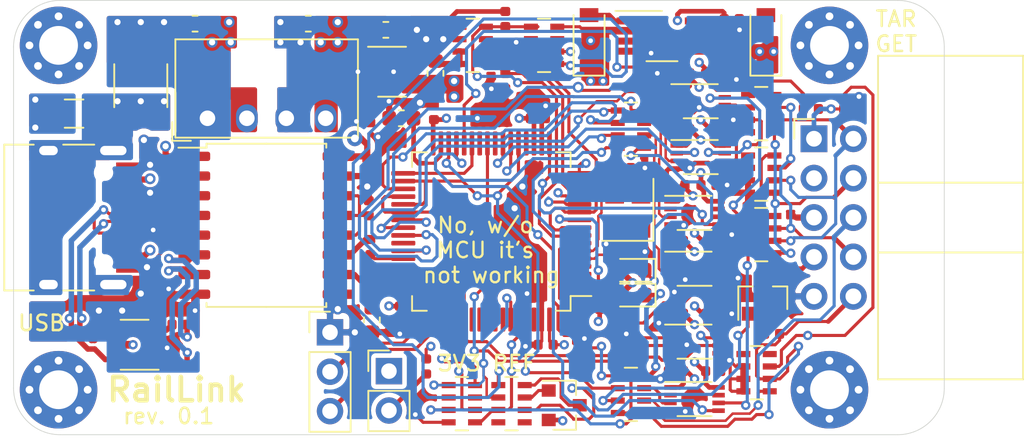
<source format=kicad_pcb>
(kicad_pcb (version 20171130) (host pcbnew 5.1.4+dfsg1-1)
  (layers (0 F.Cu signal) (1 In1.Cu power) (2 In2.Cu power) (31 B.Cu signal) (34 B.Paste user) (35 F.Paste user) (36 B.SilkS user) (37 F.SilkS user) (38 B.Mask user) (39 F.Mask user) (44 Edge.Cuts user))
  (net 0 "")
  (net 1 "Net-(C1-Pad2)")
  (net 2 GNDPWR)
  (net 3 +5VP)
  (net 4 "Net-(C3-Pad2)")
  (net 5 GND)
  (net 6 +5V)
  (net 7 "Net-(C6-Pad2)")
  (net 8 "Net-(C9-Pad1)")
  (net 9 "Net-(C10-Pad2)")
  (net 10 /pADC1)
  (net 11 /pADC2)
  (net 12 +3V3)
  (net 13 "Net-(C17-Pad1)")
  (net 14 /pADC4)
  (net 15 VEE)
  (net 16 "Net-(D1-Pad1)")
  (net 17 "Net-(D2-Pad1)")
  (net 18 "Net-(D3-Pad2)")
  (net 19 "Net-(D4-Pad2)")
  (net 20 "Net-(J1-PadB8)")
  (net 21 "Net-(J1-PadB5)")
  (net 22 /USB_D_N)
  (net 23 /USB_D_P)
  (net 24 "Net-(J1-PadA8)")
  (net 25 "Net-(J1-PadA5)")
  (net 26 /dSWDIO)
  (net 27 /eNSRST)
  (net 28 /eTDI)
  (net 29 /eRXD)
  (net 30 /eTDO)
  (net 31 /eTCK)
  (net 32 /eTMS)
  (net 33 "Net-(Q1-Pad3)")
  (net 34 "Net-(Q1-Pad1)")
  (net 35 "Net-(Q2-Pad3)")
  (net 36 "Net-(Q2-Pad1)")
  (net 37 /USBP_D_P)
  (net 38 /USBP_D_N)
  (net 39 "Net-(R2-Pad1)")
  (net 40 "Net-(R6-Pad2)")
  (net 41 "Net-(R7-Pad2)")
  (net 42 /tVRF)
  (net 43 /ePWR)
  (net 44 /nPWR)
  (net 45 /nSRST)
  (net 46 /nDAT1)
  (net 47 /nDAT5)
  (net 48 "Net-(RN5-Pad6)")
  (net 49 "Net-(RN5-Pad7)")
  (net 50 /pLED1)
  (net 51 /nDAT7)
  (net 52 /nDAT6)
  (net 53 "Net-(RN6-Pad7)")
  (net 54 "Net-(RN6-Pad4)")
  (net 55 /pLED2)
  (net 56 "Net-(RN6-Pad3)")
  (net 57 /nDAT8)
  (net 58 "Net-(RN7-Pad8)")
  (net 59 "Net-(RN7-Pad4)")
  (net 60 "Net-(RN7-Pad1)")
  (net 61 "Net-(RN7-Pad3)")
  (net 62 "Net-(RN7-Pad2)")
  (net 63 "Net-(RN8-Pad5)")
  (net 64 "Net-(RN8-Pad6)")
  (net 65 "Net-(RN8-Pad7)")
  (net 66 "Net-(RN8-Pad8)")
  (net 67 "Net-(U5-Pad62)")
  (net 68 "Net-(U5-Pad58)")
  (net 69 "Net-(U5-Pad57)")
  (net 70 "Net-(U5-Pad56)")
  (net 71 "Net-(U5-Pad55)")
  (net 72 "Net-(U5-Pad54)")
  (net 73 /nDAT11)
  (net 74 "Net-(U5-Pad52)")
  (net 75 "Net-(U5-Pad51)")
  (net 76 "Net-(U5-Pad50)")
  (net 77 /dSWCK)
  (net 78 "Net-(U5-Pad42)")
  (net 79 /nDAT2)
  (net 80 /nDAT4)
  (net 81 /nDAT9)
  (net 82 /nDAT10)
  (net 83 "Net-(U5-Pad26)")
  (net 84 /nDAT12)
  (net 85 "Net-(U5-Pad24)")
  (net 86 /nDAT3)
  (net 87 /nCTL4)
  (net 88 /nCTL3)
  (net 89 /nCTL1)
  (net 90 "Net-(U5-Pad4)")
  (net 91 "Net-(U5-Pad3)")
  (net 92 "Net-(U5-Pad2)")
  (net 93 "Net-(U9-Pad7)")
  (net 94 "Net-(U9-Pad2)")
  (net 95 "Net-(U10-Pad7)")
  (net 96 "Net-(U10-Pad2)")
  (net 97 "Net-(U11-Pad7)")
  (net 98 "Net-(U11-Pad2)")
  (net 99 "Net-(RN10-Pad8)")
  (net 100 "Net-(RN10-Pad1)")
  (net 101 "Net-(R5-Pad2)")
  (net 102 "Net-(RN1-Pad8)")
  (net 103 "Net-(RN1-Pad1)")
  (net 104 "Net-(RN4-Pad6)")
  (net 105 "Net-(RN4-Pad3)")
  (net 106 "Net-(U5-Pad20)")
  (net 107 "Net-(U5-Pad15)")
  (net 108 "Net-(RN2-Pad7)")
  (net 109 "Net-(RN2-Pad2)")
  (net 110 "Net-(RN3-Pad7)")
  (net 111 "Net-(RN3-Pad2)")
  (net 112 "Net-(C12-Pad2)")
  (net 113 "Net-(C13-Pad1)")
  (net 114 "Net-(C16-Pad1)")
  (net 115 "Net-(C37-Pad1)")
  (net 116 /pDD_P)
  (net 117 /pDD_N)
  (net 118 "Net-(J4-Pad2)")
  (module Resistor_SMD:R_0402_1005Metric (layer F.Cu) (at 126.6 123.6 270)
    (fp_text reference R10 hide)
    (fp_text value 5.1k)
    (pad 2 smd roundrect (at 0.485 0 270) (size 0.59 0.64) (layers F.Cu F.Paste F.Mask) (net 118 "Net-(J4-Pad2)"))
    (pad 1 smd roundrect (at -0.485 0 270) (size 0.59 0.64) (layers F.Cu F.Paste F.Mask) (net 115 "Net-(C37-Pad1)"))
  )
  (module Diode_SMD:D_SOD-123 (layer F.Cu) (at 148.5 102.6 90)
    (fp_text reference D4 hide)
    (fp_text value MBR0530)
    (pad 2 smd rect (at 1.65 0 90) (size 0.9 1.2) (layers F.Cu F.Paste F.Mask) (net 19 "Net-(D4-Pad2)"))
    (pad 1 smd rect (at -1.65 0 90) (size 0.9 1.2) (layers F.Cu F.Paste F.Mask) (net 15 VEE))
  )
  (module Package_SO:VSSOP-8_3.0x3.0mm_P0.65mm (layer F.Cu) (at 141.8 102.3)
    (fp_text reference U12 hide)
    (fp_text value LM358)
    (pad 8 smd rect (at 2.2 -0.975 270) (size 0.45 1.45) (layers F.Cu F.Paste F.Mask) (net 6 +5V))
    (pad 7 smd rect (at 2.2 -0.325 270) (size 0.45 1.45) (layers F.Cu F.Paste F.Mask) (net 19 "Net-(D4-Pad2)"))
    (pad 6 smd rect (at 2.2 0.325 270) (size 0.45 1.45) (layers F.Cu F.Paste F.Mask) (net 15 VEE))
    (pad 5 smd rect (at 2.2 0.975 270) (size 0.45 1.45) (layers F.Cu F.Paste F.Mask) (net 42 /tVRF))
    (pad 4 smd rect (at -2.2 0.975 270) (size 0.45 1.45) (layers F.Cu F.Paste F.Mask) (net 5 GND))
    (pad 3 smd rect (at -2.2 0.325 270) (size 0.45 1.45) (layers F.Cu F.Paste F.Mask) (net 42 /tVRF))
    (pad 2 smd rect (at -2.2 -0.325 270) (size 0.45 1.45) (layers F.Cu F.Paste F.Mask) (net 15 VEE))
    (pad 1 smd rect (at -2.2 -0.975 270) (size 0.45 1.45) (layers F.Cu F.Paste F.Mask) (net 18 "Net-(D3-Pad2)"))
  )
  (module Connector_PinHeader_2.54mm:PinHeader_1x02_P2.54mm_Vertical (layer F.Cu) (at 124.2 123.9)
    (fp_text reference J4 hide)
    (fp_text value VEE_3V3)
    (pad 2 thru_hole oval (at 0 2.54) (size 1.7 1.7) (drill 1) (layers *.Cu *.Mask) (net 118 "Net-(J4-Pad2)"))
    (pad 1 thru_hole rect (at 0 0) (size 1.7 1.7) (drill 1) (layers *.Cu *.Mask) (net 12 +3V3) (thermal_gap 0.4))
  )
  (module Package_QFP:LQFP-64_10x10mm_P0.5mm (layer F.Cu) (at 130.8 114.9 180)
    (fp_text reference U5 hide)
    (fp_text value STM32F205RCTx)
    (pad 64 smd roundrect (at -3.75 -5.675 180) (size 0.3 1.55) (layers F.Cu F.Paste F.Mask) (net 12 +3V3))
    (pad 63 smd roundrect (at -3.25 -5.675 180) (size 0.3 1.55) (layers F.Cu F.Paste F.Mask) (net 5 GND))
    (pad 62 smd roundrect (at -2.75 -5.675 180) (size 0.3 1.55) (layers F.Cu F.Paste F.Mask) (net 67 "Net-(U5-Pad62)"))
    (pad 61 smd roundrect (at -2.25 -5.675 180) (size 0.3 1.55) (layers F.Cu F.Paste F.Mask) (net 45 /nSRST))
    (pad 60 smd roundrect (at -1.75 -5.675 180) (size 0.3 1.55) (layers F.Cu F.Paste F.Mask) (net 5 GND))
    (pad 59 smd roundrect (at -1.25 -5.675 180) (size 0.3 1.55) (layers F.Cu F.Paste F.Mask) (net 44 /nPWR))
    (pad 58 smd roundrect (at -0.75 -5.675 180) (size 0.3 1.55) (layers F.Cu F.Paste F.Mask) (net 68 "Net-(U5-Pad58)"))
    (pad 57 smd roundrect (at -0.25 -5.675 180) (size 0.3 1.55) (layers F.Cu F.Paste F.Mask) (net 69 "Net-(U5-Pad57)"))
    (pad 56 smd roundrect (at 0.25 -5.675 180) (size 0.3 1.55) (layers F.Cu F.Paste F.Mask) (net 70 "Net-(U5-Pad56)"))
    (pad 55 smd roundrect (at 0.75 -5.675 180) (size 0.3 1.55) (layers F.Cu F.Paste F.Mask) (net 71 "Net-(U5-Pad55)"))
    (pad 54 smd roundrect (at 1.25 -5.675 180) (size 0.3 1.55) (layers F.Cu F.Paste F.Mask) (net 72 "Net-(U5-Pad54)"))
    (pad 53 smd roundrect (at 1.75 -5.675 180) (size 0.3 1.55) (layers F.Cu F.Paste F.Mask) (net 73 /nDAT11))
    (pad 52 smd roundrect (at 2.25 -5.675 180) (size 0.3 1.55) (layers F.Cu F.Paste F.Mask) (net 74 "Net-(U5-Pad52)"))
    (pad 51 smd roundrect (at 2.75 -5.675 180) (size 0.3 1.55) (layers F.Cu F.Paste F.Mask) (net 75 "Net-(U5-Pad51)"))
    (pad 50 smd roundrect (at 3.25 -5.675 180) (size 0.3 1.55) (layers F.Cu F.Paste F.Mask) (net 76 "Net-(U5-Pad50)"))
    (pad 49 smd roundrect (at 3.75 -5.675 180) (size 0.3 1.55) (layers F.Cu F.Paste F.Mask) (net 77 /dSWCK))
    (pad 48 smd roundrect (at 5.675 -3.75 180) (size 1.55 0.3) (layers F.Cu F.Paste F.Mask) (net 12 +3V3))
    (pad 47 smd roundrect (at 5.675 -3.25 180) (size 1.55 0.3) (layers F.Cu F.Paste F.Mask) (net 13 "Net-(C17-Pad1)"))
    (pad 46 smd roundrect (at 5.675 -2.75 180) (size 1.55 0.3) (layers F.Cu F.Paste F.Mask) (net 26 /dSWDIO))
    (pad 45 smd roundrect (at 5.675 -2.25 180) (size 1.55 0.3) (layers F.Cu F.Paste F.Mask) (net 116 /pDD_P))
    (pad 44 smd roundrect (at 5.675 -1.75 180) (size 1.55 0.3) (layers F.Cu F.Paste F.Mask) (net 117 /pDD_N))
    (pad 43 smd roundrect (at 5.675 -1.25 180) (size 1.55 0.3) (layers F.Cu F.Paste F.Mask) (net 46 /nDAT1))
    (pad 42 smd roundrect (at 5.675 -0.75 180) (size 1.55 0.3) (layers F.Cu F.Paste F.Mask) (net 78 "Net-(U5-Pad42)"))
    (pad 41 smd roundrect (at 5.675 -0.25 180) (size 1.55 0.3) (layers F.Cu F.Paste F.Mask) (net 79 /nDAT2))
    (pad 40 smd roundrect (at 5.675 0.25 180) (size 1.55 0.3) (layers F.Cu F.Paste F.Mask) (net 80 /nDAT4))
    (pad 39 smd roundrect (at 5.675 0.75 180) (size 1.55 0.3) (layers F.Cu F.Paste F.Mask) (net 47 /nDAT5))
    (pad 38 smd roundrect (at 5.675 1.25 180) (size 1.55 0.3) (layers F.Cu F.Paste F.Mask) (net 73 /nDAT11))
    (pad 37 smd roundrect (at 5.675 1.75 180) (size 1.55 0.3) (layers F.Cu F.Paste F.Mask) (net 57 /nDAT8))
    (pad 36 smd roundrect (at 5.675 2.25 180) (size 1.55 0.3) (layers F.Cu F.Paste F.Mask) (net 73 /nDAT11))
    (pad 35 smd roundrect (at 5.675 2.75 180) (size 1.55 0.3) (layers F.Cu F.Paste F.Mask) (net 52 /nDAT6))
    (pad 34 smd roundrect (at 5.675 3.25 180) (size 1.55 0.3) (layers F.Cu F.Paste F.Mask) (net 57 /nDAT8))
    (pad 33 smd roundrect (at 5.675 3.75 180) (size 1.55 0.3) (layers F.Cu F.Paste F.Mask) (net 81 /nDAT9))
    (pad 32 smd roundrect (at 3.75 5.675 180) (size 0.3 1.55) (layers F.Cu F.Paste F.Mask) (net 12 +3V3))
    (pad 31 smd roundrect (at 3.25 5.675 180) (size 0.3 1.55) (layers F.Cu F.Paste F.Mask) (net 113 "Net-(C13-Pad1)"))
    (pad 30 smd roundrect (at 2.75 5.675 180) (size 0.3 1.55) (layers F.Cu F.Paste F.Mask) (net 50 /pLED1))
    (pad 29 smd roundrect (at 2.25 5.675 180) (size 0.3 1.55) (layers F.Cu F.Paste F.Mask) (net 55 /pLED2))
    (pad 28 smd roundrect (at 1.75 5.675 180) (size 0.3 1.55) (layers F.Cu F.Paste F.Mask) (net 82 /nDAT10))
    (pad 27 smd roundrect (at 1.25 5.675 180) (size 0.3 1.55) (layers F.Cu F.Paste F.Mask) (net 81 /nDAT9))
    (pad 26 smd roundrect (at 0.75 5.675 180) (size 0.3 1.55) (layers F.Cu F.Paste F.Mask) (net 83 "Net-(U5-Pad26)"))
    (pad 25 smd roundrect (at 0.25 5.675 180) (size 0.3 1.55) (layers F.Cu F.Paste F.Mask) (net 84 /nDAT12))
    (pad 24 smd roundrect (at -0.25 5.675 180) (size 0.3 1.55) (layers F.Cu F.Paste F.Mask) (net 85 "Net-(U5-Pad24)"))
    (pad 23 smd roundrect (at -0.75 5.675 180) (size 0.3 1.55) (layers F.Cu F.Paste F.Mask) (net 86 /nDAT3))
    (pad 22 smd roundrect (at -1.25 5.675 180) (size 0.3 1.55) (layers F.Cu F.Paste F.Mask) (net 51 /nDAT7))
    (pad 21 smd roundrect (at -1.75 5.675 180) (size 0.3 1.55) (layers F.Cu F.Paste F.Mask) (net 57 /nDAT8))
    (pad 20 smd roundrect (at -2.25 5.675 180) (size 0.3 1.55) (layers F.Cu F.Paste F.Mask) (net 106 "Net-(U5-Pad20)"))
    (pad 19 smd roundrect (at -2.75 5.675 180) (size 0.3 1.55) (layers F.Cu F.Paste F.Mask) (net 12 +3V3))
    (pad 18 smd roundrect (at -3.25 5.675 180) (size 0.3 1.55) (layers F.Cu F.Paste F.Mask) (net 5 GND))
    (pad 17 smd roundrect (at -3.75 5.675 180) (size 0.3 1.55) (layers F.Cu F.Paste F.Mask) (net 87 /nCTL4))
    (pad 16 smd roundrect (at -5.675 3.75 180) (size 1.55 0.3) (layers F.Cu F.Paste F.Mask) (net 88 /nCTL3))
    (pad 15 smd roundrect (at -5.675 3.25 180) (size 1.55 0.3) (layers F.Cu F.Paste F.Mask) (net 107 "Net-(U5-Pad15)"))
    (pad 14 smd roundrect (at -5.675 2.75 180) (size 1.55 0.3) (layers F.Cu F.Paste F.Mask) (net 14 /pADC4))
    (pad 13 smd roundrect (at -5.675 2.25 180) (size 1.55 0.3) (layers F.Cu F.Paste F.Mask) (net 12 +3V3))
    (pad 12 smd roundrect (at -5.675 1.75 180) (size 1.55 0.3) (layers F.Cu F.Paste F.Mask) (net 5 GND))
    (pad 11 smd roundrect (at -5.675 1.25 180) (size 1.55 0.3) (layers F.Cu F.Paste F.Mask) (net 11 /pADC2))
    (pad 10 smd roundrect (at -5.675 0.75 180) (size 1.55 0.3) (layers F.Cu F.Paste F.Mask) (net 89 /nCTL1))
    (pad 9 smd roundrect (at -5.675 0.25 180) (size 1.55 0.3) (layers F.Cu F.Paste F.Mask) (net 11 /pADC2))
    (pad 8 smd roundrect (at -5.675 -0.25 180) (size 1.55 0.3) (layers F.Cu F.Paste F.Mask) (net 10 /pADC1))
    (pad 7 smd roundrect (at -5.675 -0.75 180) (size 1.55 0.3) (layers F.Cu F.Paste F.Mask) (net 114 "Net-(C16-Pad1)"))
    (pad 6 smd roundrect (at -5.675 -1.25 180) (size 1.55 0.3) (layers F.Cu F.Paste F.Mask) (net 9 "Net-(C10-Pad2)"))
    (pad 5 smd roundrect (at -5.675 -1.75 180) (size 1.55 0.3) (layers F.Cu F.Paste F.Mask) (net 8 "Net-(C9-Pad1)"))
    (pad 4 smd roundrect (at -5.675 -2.25 180) (size 1.55 0.3) (layers F.Cu F.Paste F.Mask) (net 90 "Net-(U5-Pad4)"))
    (pad 3 smd roundrect (at -5.675 -2.75 180) (size 1.55 0.3) (layers F.Cu F.Paste F.Mask) (net 91 "Net-(U5-Pad3)"))
    (pad 2 smd roundrect (at -5.675 -3.25 180) (size 1.55 0.3) (layers F.Cu F.Paste F.Mask) (net 92 "Net-(U5-Pad2)"))
    (pad 1 smd roundrect (at -5.675 -3.75 180) (size 1.55 0.3) (layers F.Cu F.Paste F.Mask) (net 12 +3V3))
  )
  (module Package_SO:VSSOP-8_2.3x2mm_P0.5mm (layer F.Cu) (at 144.3 110.1)
    (fp_text reference U8 hide)
    (fp_text value 74LVC2T45DC)
    (pad 8 smd rect (at 1.55 -0.75 270) (size 0.3 0.8) (layers F.Cu F.Paste F.Mask) (net 15 VEE))
    (pad 7 smd rect (at 1.55 -0.25 270) (size 0.3 0.8) (layers F.Cu F.Paste F.Mask) (net 61 "Net-(RN7-Pad3)"))
    (pad 6 smd rect (at 1.55 0.25 270) (size 0.3 0.8) (layers F.Cu F.Paste F.Mask) (net 59 "Net-(RN7-Pad4)"))
    (pad 5 smd rect (at 1.55 0.75 270) (size 0.3 0.8) (layers F.Cu F.Paste F.Mask) (net 5 GND))
    (pad 4 smd rect (at -1.55 0.75 270) (size 0.3 0.8) (layers F.Cu F.Paste F.Mask) (net 5 GND))
    (pad 3 smd rect (at -1.55 0.25 270) (size 0.3 0.8) (layers F.Cu F.Paste F.Mask) (net 80 /nDAT4))
    (pad 2 smd rect (at -1.55 -0.25 270) (size 0.3 0.8) (layers F.Cu F.Paste F.Mask) (net 86 /nDAT3))
    (pad 1 smd rect (at -1.55 -0.75 270) (size 0.3 0.8) (layers F.Cu F.Paste F.Mask) (net 12 +3V3))
  )
  (module Capacitor_SMD:C_0402_1005Metric (layer F.Cu) (at 145.1 120.2 180)
    (fp_text reference C25 hide)
    (fp_text value 100n)
    (pad 2 smd roundrect (at 0.485 0 180) (size 0.59 0.64) (layers F.Cu F.Paste F.Mask) (net 15 VEE))
    (pad 1 smd roundrect (at -0.485 0 180) (size 0.59 0.64) (layers F.Cu F.Paste F.Mask) (net 5 GND))
  )
  (module MountingHole:MountingHole_2.5mm_Pad_Via (layer F.Cu) (at 102.9 102.9)
    (fp_text reference REF** hide)
    (fp_text value MountingHole_2.5mm_Pad_Via)
    (pad 1 thru_hole circle (at 0 0) (size 5 5) (drill 2.5) (layers *.Cu *.Mask))
    (pad 1 thru_hole circle (at 1.875 0) (size 0.8 0.8) (drill 0.5) (layers *.Cu *.Mask))
    (pad 1 thru_hole circle (at 1.325825 1.325825) (size 0.8 0.8) (drill 0.5) (layers *.Cu *.Mask))
    (pad 1 thru_hole circle (at 0 1.875) (size 0.8 0.8) (drill 0.5) (layers *.Cu *.Mask))
    (pad 1 thru_hole circle (at -1.325825 1.325825) (size 0.8 0.8) (drill 0.5) (layers *.Cu *.Mask))
    (pad 1 thru_hole circle (at -1.875 0) (size 0.8 0.8) (drill 0.5) (layers *.Cu *.Mask))
    (pad 1 thru_hole circle (at -1.325825 -1.325825) (size 0.8 0.8) (drill 0.5) (layers *.Cu *.Mask))
    (pad 1 thru_hole circle (at 0 -1.875) (size 0.8 0.8) (drill 0.5) (layers *.Cu *.Mask))
    (pad 1 thru_hole circle (at 1.325825 -1.325825) (size 0.8 0.8) (drill 0.5) (layers *.Cu *.Mask))
  )
  (module MountingHole:MountingHole_2.5mm_Pad_Via (layer F.Cu) (at 102.9 125.1)
    (fp_text reference REF** hide)
    (fp_text value MountingHole_2.5mm_Pad_Via)
    (pad 1 thru_hole circle (at 1.325825 -1.325825) (size 0.8 0.8) (drill 0.5) (layers *.Cu *.Mask))
    (pad 1 thru_hole circle (at 0 -1.875) (size 0.8 0.8) (drill 0.5) (layers *.Cu *.Mask))
    (pad 1 thru_hole circle (at -1.325825 -1.325825) (size 0.8 0.8) (drill 0.5) (layers *.Cu *.Mask))
    (pad 1 thru_hole circle (at -1.875 0) (size 0.8 0.8) (drill 0.5) (layers *.Cu *.Mask))
    (pad 1 thru_hole circle (at -1.325825 1.325825) (size 0.8 0.8) (drill 0.5) (layers *.Cu *.Mask))
    (pad 1 thru_hole circle (at 0 1.875) (size 0.8 0.8) (drill 0.5) (layers *.Cu *.Mask))
    (pad 1 thru_hole circle (at 1.325825 1.325825) (size 0.8 0.8) (drill 0.5) (layers *.Cu *.Mask))
    (pad 1 thru_hole circle (at 1.875 0) (size 0.8 0.8) (drill 0.5) (layers *.Cu *.Mask))
    (pad 1 thru_hole circle (at 0 0) (size 5 5) (drill 2.5) (layers *.Cu *.Mask))
  )
  (module Capacitor_SMD:C_0402_1005Metric (layer F.Cu) (at 137.3 119.9)
    (fp_text reference C19 hide)
    (fp_text value 100n)
    (pad 2 smd roundrect (at 0.485 0) (size 0.59 0.64) (layers F.Cu F.Paste F.Mask) (net 12 +3V3))
    (pad 1 smd roundrect (at -0.485 0) (size 0.59 0.64) (layers F.Cu F.Paste F.Mask) (net 5 GND))
  )
  (module Connector_USB:USB_C_Receptacle_HRO_TYPE-C-31-M-12 (layer F.Cu) (at 103.3 114 270)
    (fp_text reference J1 hide)
    (fp_text value USB_C_Receptacle_USB2.0)
    (pad B1 smd rect (at 3.25 -4.045 270) (size 0.6 1.45) (layers F.Cu F.Paste F.Mask) (net 2 GNDPWR))
    (pad A9 smd rect (at 2.45 -4.045 270) (size 0.6 1.45) (layers F.Cu F.Paste F.Mask) (net 3 +5VP))
    (pad B9 smd rect (at -2.45 -4.045 270) (size 0.6 1.45) (layers F.Cu F.Paste F.Mask) (net 3 +5VP))
    (pad B12 smd rect (at -3.25 -4.045 270) (size 0.6 1.45) (layers F.Cu F.Paste F.Mask) (net 2 GNDPWR))
    (pad A1 smd rect (at -3.25 -4.045 270) (size 0.6 1.45) (layers F.Cu F.Paste F.Mask) (net 2 GNDPWR))
    (pad A4 smd rect (at -2.45 -4.045 270) (size 0.6 1.45) (layers F.Cu F.Paste F.Mask) (net 3 +5VP))
    (pad B4 smd rect (at 2.45 -4.045 270) (size 0.6 1.45) (layers F.Cu F.Paste F.Mask) (net 3 +5VP))
    (pad A12 smd rect (at 3.25 -4.045 270) (size 0.6 1.45) (layers F.Cu F.Paste F.Mask) (net 2 GNDPWR))
    (pad B8 smd rect (at -1.75 -4.045 270) (size 0.3 1.45) (layers F.Cu F.Paste F.Mask) (net 20 "Net-(J1-PadB8)"))
    (pad A5 smd rect (at -1.25 -4.045 270) (size 0.3 1.45) (layers F.Cu F.Paste F.Mask) (net 25 "Net-(J1-PadA5)"))
    (pad B7 smd rect (at -0.75 -4.045 270) (size 0.3 1.45) (layers F.Cu F.Paste F.Mask) (net 22 /USB_D_N))
    (pad A7 smd rect (at 0.25 -4.045 270) (size 0.3 1.45) (layers F.Cu F.Paste F.Mask) (net 22 /USB_D_N))
    (pad B6 smd rect (at 0.75 -4.045 270) (size 0.3 1.45) (layers F.Cu F.Paste F.Mask) (net 23 /USB_D_P))
    (pad A8 smd rect (at 1.25 -4.045 270) (size 0.3 1.45) (layers F.Cu F.Paste F.Mask) (net 24 "Net-(J1-PadA8)"))
    (pad B5 smd rect (at 1.75 -4.045 270) (size 0.3 1.45) (layers F.Cu F.Paste F.Mask) (net 21 "Net-(J1-PadB5)"))
    (pad A6 smd rect (at -0.25 -4.045 270) (size 0.3 1.45) (layers F.Cu F.Paste F.Mask) (net 23 /USB_D_P))
    (pad S1 thru_hole oval (at 4.32 -3.13 270) (size 1 2.1) (drill oval 0.6 1.7) (layers *.Cu *.Mask) (net 1 "Net-(C1-Pad2)"))
    (pad S1 thru_hole oval (at -4.32 -3.13 270) (size 1 2.1) (drill oval 0.6 1.7) (layers *.Cu *.Mask) (net 1 "Net-(C1-Pad2)"))
    (pad "" np_thru_hole circle (at -2.89 -2.6 270) (size 0.65 0.65) (drill 0.65) (layers *.Cu *.Mask))
    (pad S1 thru_hole oval (at -4.32 1.05 270) (size 1 1.6) (drill oval 0.6 1.2) (layers *.Cu *.Mask) (net 1 "Net-(C1-Pad2)"))
    (pad "" np_thru_hole circle (at 2.89 -2.6 270) (size 0.65 0.65) (drill 0.65) (layers *.Cu *.Mask))
    (pad S1 thru_hole oval (at 4.32 1.05 270) (size 1 1.6) (drill oval 0.6 1.2) (layers *.Cu *.Mask) (net 1 "Net-(C1-Pad2)"))
  )
  (module Diode_SMD:D_SOD-123 (layer F.Cu) (at 137.1 102.6 90)
    (fp_text reference D3 hide)
    (fp_text value MBR0530)
    (pad 2 smd rect (at 1.65 0 90) (size 0.9 1.2) (layers F.Cu F.Paste F.Mask) (net 18 "Net-(D3-Pad2)"))
    (pad 1 smd rect (at -1.65 0 90) (size 0.9 1.2) (layers F.Cu F.Paste F.Mask) (net 15 VEE))
  )
  (module MountingHole:MountingHole_2.5mm_Pad_Via (layer F.Cu) (at 152.6 125.1)
    (fp_text reference REF** hide)
    (fp_text value MountingHole_2.5mm_Pad_Via)
    (pad 1 thru_hole circle (at 0 0) (size 5 5) (drill 2.5) (layers *.Cu *.Mask))
    (pad 1 thru_hole circle (at 1.875 0) (size 0.8 0.8) (drill 0.5) (layers *.Cu *.Mask))
    (pad 1 thru_hole circle (at 1.325825 1.325825) (size 0.8 0.8) (drill 0.5) (layers *.Cu *.Mask))
    (pad 1 thru_hole circle (at 0 1.875) (size 0.8 0.8) (drill 0.5) (layers *.Cu *.Mask))
    (pad 1 thru_hole circle (at -1.325825 1.325825) (size 0.8 0.8) (drill 0.5) (layers *.Cu *.Mask))
    (pad 1 thru_hole circle (at -1.875 0) (size 0.8 0.8) (drill 0.5) (layers *.Cu *.Mask))
    (pad 1 thru_hole circle (at -1.325825 -1.325825) (size 0.8 0.8) (drill 0.5) (layers *.Cu *.Mask))
    (pad 1 thru_hole circle (at 0 -1.875) (size 0.8 0.8) (drill 0.5) (layers *.Cu *.Mask))
    (pad 1 thru_hole circle (at 1.325825 -1.325825) (size 0.8 0.8) (drill 0.5) (layers *.Cu *.Mask))
  )
  (module Connector_IDC:IDC-Header_2x05_P2.54mm_Horizontal (layer F.Cu) (at 151.6 108.92)
    (fp_text reference J3 hide)
    (fp_text value TARGET)
    (pad 10 thru_hole oval (at 2.54 10.16) (size 1.7272 1.7272) (drill 1.016) (layers *.Cu *.Mask) (net 27 /eNSRST))
    (pad 9 thru_hole oval (at 0 10.16) (size 1.7272 1.7272) (drill 1.016) (layers *.Cu *.Mask) (net 5 GND))
    (pad 8 thru_hole oval (at 2.54 7.62) (size 1.7272 1.7272) (drill 1.016) (layers *.Cu *.Mask) (net 28 /eTDI))
    (pad 7 thru_hole oval (at 0 7.62) (size 1.7272 1.7272) (drill 1.016) (layers *.Cu *.Mask) (net 29 /eRXD))
    (pad 6 thru_hole oval (at 2.54 5.08) (size 1.7272 1.7272) (drill 1.016) (layers *.Cu *.Mask) (net 30 /eTDO))
    (pad 5 thru_hole oval (at 0 5.08) (size 1.7272 1.7272) (drill 1.016) (layers *.Cu *.Mask) (net 5 GND))
    (pad 4 thru_hole oval (at 2.54 2.54) (size 1.7272 1.7272) (drill 1.016) (layers *.Cu *.Mask) (net 31 /eTCK))
    (pad 3 thru_hole oval (at 0 2.54) (size 1.7272 1.7272) (drill 1.016) (layers *.Cu *.Mask) (net 5 GND))
    (pad 2 thru_hole oval (at 2.54 0) (size 1.7272 1.7272) (drill 1.016) (layers *.Cu *.Mask) (net 32 /eTMS))
    (pad 1 thru_hole rect (at 0 0) (size 1.7272 1.7272) (drill 1.016) (layers *.Cu *.Mask) (net 115 "Net-(C37-Pad1)"))
  )
  (module MountingHole:MountingHole_2.5mm_Pad_Via (layer F.Cu) (at 152.6 102.9)
    (fp_text reference REF** hide)
    (fp_text value MountingHole_2.5mm_Pad_Via)
    (pad 1 thru_hole circle (at 1.325825 -1.325825) (size 0.8 0.8) (drill 0.5) (layers *.Cu *.Mask))
    (pad 1 thru_hole circle (at 0 -1.875) (size 0.8 0.8) (drill 0.5) (layers *.Cu *.Mask))
    (pad 1 thru_hole circle (at -1.325825 -1.325825) (size 0.8 0.8) (drill 0.5) (layers *.Cu *.Mask))
    (pad 1 thru_hole circle (at -1.875 0) (size 0.8 0.8) (drill 0.5) (layers *.Cu *.Mask))
    (pad 1 thru_hole circle (at -1.325825 1.325825) (size 0.8 0.8) (drill 0.5) (layers *.Cu *.Mask))
    (pad 1 thru_hole circle (at 0 1.875) (size 0.8 0.8) (drill 0.5) (layers *.Cu *.Mask))
    (pad 1 thru_hole circle (at 1.325825 1.325825) (size 0.8 0.8) (drill 0.5) (layers *.Cu *.Mask))
    (pad 1 thru_hole circle (at 1.875 0) (size 0.8 0.8) (drill 0.5) (layers *.Cu *.Mask))
    (pad 1 thru_hole circle (at 0 0) (size 5 5) (drill 2.5) (layers *.Cu *.Mask))
  )
  (module LED_SMD:LED_0603_1608Metric (layer F.Cu) (at 139.9 119 180)
    (fp_text reference D2 hide)
    (fp_text value GREEN)
    (pad 2 smd roundrect (at 0.7875 0 180) (size 0.875 0.95) (layers F.Cu F.Paste F.Mask) (net 12 +3V3))
    (pad 1 smd roundrect (at -0.7875 0 180) (size 0.875 0.95) (layers F.Cu F.Paste F.Mask) (net 17 "Net-(D2-Pad1)"))
  )
  (module LED_SMD:LED_0603_1608Metric (layer F.Cu) (at 139.9 117.4 180)
    (fp_text reference D1 hide)
    (fp_text value RED)
    (pad 2 smd roundrect (at 0.7875 0 180) (size 0.875 0.95) (layers F.Cu F.Paste F.Mask) (net 12 +3V3))
    (pad 1 smd roundrect (at -0.7875 0 180) (size 0.875 0.95) (layers F.Cu F.Paste F.Mask) (net 16 "Net-(D1-Pad1)"))
  )
  (module Package_SO:VSSOP-8_2.3x2mm_P0.5mm (layer F.Cu) (at 143.9 122)
    (fp_text reference U6 hide)
    (fp_text value 74LVC2T45DC)
    (pad 8 smd rect (at 1.55 -0.75 270) (size 0.3 0.8) (layers F.Cu F.Paste F.Mask) (net 15 VEE))
    (pad 7 smd rect (at 1.55 -0.25 270) (size 0.3 0.8) (layers F.Cu F.Paste F.Mask) (net 56 "Net-(RN6-Pad3)"))
    (pad 6 smd rect (at 1.55 0.25 270) (size 0.3 0.8) (layers F.Cu F.Paste F.Mask) (net 54 "Net-(RN6-Pad4)"))
    (pad 5 smd rect (at 1.55 0.75 270) (size 0.3 0.8) (layers F.Cu F.Paste F.Mask) (net 5 GND))
    (pad 4 smd rect (at -1.55 0.75 270) (size 0.3 0.8) (layers F.Cu F.Paste F.Mask) (net 5 GND))
    (pad 3 smd rect (at -1.55 0.25 270) (size 0.3 0.8) (layers F.Cu F.Paste F.Mask) (net 84 /nDAT12))
    (pad 2 smd rect (at -1.55 -0.25 270) (size 0.3 0.8) (layers F.Cu F.Paste F.Mask) (net 73 /nDAT11))
    (pad 1 smd rect (at -1.55 -0.75 270) (size 0.3 0.8) (layers F.Cu F.Paste F.Mask) (net 12 +3V3))
  )
  (module Package_SO:VSSOP-8_2.3x2mm_P0.5mm (layer F.Cu) (at 143.9 117.3)
    (fp_text reference U10 hide)
    (fp_text value 74LVC2T45DC)
    (pad 8 smd rect (at 1.55 -0.75 270) (size 0.3 0.8) (layers F.Cu F.Paste F.Mask) (net 15 VEE))
    (pad 7 smd rect (at 1.55 -0.25 270) (size 0.3 0.8) (layers F.Cu F.Paste F.Mask) (net 95 "Net-(U10-Pad7)"))
    (pad 6 smd rect (at 1.55 0.25 270) (size 0.3 0.8) (layers F.Cu F.Paste F.Mask) (net 65 "Net-(RN8-Pad7)"))
    (pad 5 smd rect (at 1.55 0.75 270) (size 0.3 0.8) (layers F.Cu F.Paste F.Mask) (net 89 /nCTL1))
    (pad 4 smd rect (at -1.55 0.75 270) (size 0.3 0.8) (layers F.Cu F.Paste F.Mask) (net 5 GND))
    (pad 3 smd rect (at -1.55 0.25 270) (size 0.3 0.8) (layers F.Cu F.Paste F.Mask) (net 48 "Net-(RN5-Pad6)"))
    (pad 2 smd rect (at -1.55 -0.25 270) (size 0.3 0.8) (layers F.Cu F.Paste F.Mask) (net 96 "Net-(U10-Pad2)"))
    (pad 1 smd rect (at -1.55 -0.75 270) (size 0.3 0.8) (layers F.Cu F.Paste F.Mask) (net 12 +3V3))
  )
  (module Resistor_SMD:R_Array_Concave_4x0603 (layer F.Cu) (at 147.9 124)
    (fp_text reference RN10 hide)
    (fp_text value 220k)
    (pad 5 smd rect (at 0.85 1.2) (size 0.9 0.4) (layers F.Cu F.Paste F.Mask) (net 30 /eTDO))
    (pad 6 smd rect (at 0.85 0.4) (size 0.9 0.4) (layers F.Cu F.Paste F.Mask) (net 27 /eNSRST))
    (pad 7 smd rect (at 0.85 -0.4) (size 0.9 0.4) (layers F.Cu F.Paste F.Mask) (net 115 "Net-(C37-Pad1)"))
    (pad 8 smd rect (at 0.85 -1.2) (size 0.9 0.4) (layers F.Cu F.Paste F.Mask) (net 99 "Net-(RN10-Pad8)"))
    (pad 4 smd rect (at -0.85 1.2) (size 0.9 0.4) (layers F.Cu F.Paste F.Mask) (net 5 GND))
    (pad 1 smd rect (at -0.85 -1.2) (size 0.9 0.4) (layers F.Cu F.Paste F.Mask) (net 100 "Net-(RN10-Pad1)"))
    (pad 3 smd rect (at -0.85 0.4) (size 0.9 0.4) (layers F.Cu F.Paste F.Mask) (net 5 GND))
    (pad 2 smd rect (at -0.85 -0.4) (size 0.9 0.4) (layers F.Cu F.Paste F.Mask) (net 5 GND))
  )
  (module Resistor_SMD:R_Array_Concave_4x0603 (layer F.Cu) (at 148.2 107.3)
    (fp_text reference RN7 hide)
    (fp_text value 470)
    (pad 5 smd rect (at 0.85 1.2) (size 0.9 0.4) (layers F.Cu F.Paste F.Mask) (net 31 /eTCK))
    (pad 6 smd rect (at 0.85 0.4) (size 0.9 0.4) (layers F.Cu F.Paste F.Mask) (net 32 /eTMS))
    (pad 7 smd rect (at 0.85 -0.4) (size 0.9 0.4) (layers F.Cu F.Paste F.Mask) (net 28 /eTDI))
    (pad 8 smd rect (at 0.85 -1.2) (size 0.9 0.4) (layers F.Cu F.Paste F.Mask) (net 58 "Net-(RN7-Pad8)"))
    (pad 4 smd rect (at -0.85 1.2) (size 0.9 0.4) (layers F.Cu F.Paste F.Mask) (net 59 "Net-(RN7-Pad4)"))
    (pad 1 smd rect (at -0.85 -1.2) (size 0.9 0.4) (layers F.Cu F.Paste F.Mask) (net 60 "Net-(RN7-Pad1)"))
    (pad 3 smd rect (at -0.85 0.4) (size 0.9 0.4) (layers F.Cu F.Paste F.Mask) (net 61 "Net-(RN7-Pad3)"))
    (pad 2 smd rect (at -0.85 -0.4) (size 0.9 0.4) (layers F.Cu F.Paste F.Mask) (net 62 "Net-(RN7-Pad2)"))
  )
  (module Resistor_SMD:R_Array_Concave_4x0603 (layer F.Cu) (at 148.2 111.2)
    (fp_text reference RN9 hide)
    (fp_text value 220k)
    (pad 5 smd rect (at 0.85 1.2) (size 0.9 0.4) (layers F.Cu F.Paste F.Mask) (net 31 /eTCK))
    (pad 6 smd rect (at 0.85 0.4) (size 0.9 0.4) (layers F.Cu F.Paste F.Mask) (net 32 /eTMS))
    (pad 7 smd rect (at 0.85 -0.4) (size 0.9 0.4) (layers F.Cu F.Paste F.Mask) (net 28 /eTDI))
    (pad 8 smd rect (at 0.85 -1.2) (size 0.9 0.4) (layers F.Cu F.Paste F.Mask) (net 29 /eRXD))
    (pad 4 smd rect (at -0.85 1.2) (size 0.9 0.4) (layers F.Cu F.Paste F.Mask) (net 5 GND))
    (pad 1 smd rect (at -0.85 -1.2) (size 0.9 0.4) (layers F.Cu F.Paste F.Mask) (net 5 GND))
    (pad 3 smd rect (at -0.85 0.4) (size 0.9 0.4) (layers F.Cu F.Paste F.Mask) (net 5 GND))
    (pad 2 smd rect (at -0.85 -0.4) (size 0.9 0.4) (layers F.Cu F.Paste F.Mask) (net 5 GND))
  )
  (module Capacitor_SMD:C_0402_1005Metric (layer F.Cu) (at 154 107)
    (fp_text reference C37 hide)
    (fp_text value 100n)
    (pad 2 smd roundrect (at 0.485 0) (size 0.59 0.64) (layers F.Cu F.Paste F.Mask) (net 5 GND))
    (pad 1 smd roundrect (at -0.485 0) (size 0.59 0.64) (layers F.Cu F.Paste F.Mask) (net 115 "Net-(C37-Pad1)"))
  )
  (module Resistor_SMD:R_Array_Concave_4x0603 (layer F.Cu) (at 148.2 115.1 180)
    (fp_text reference RN8 hide)
    (fp_text value 100)
    (pad 5 smd rect (at 0.85 1.2 180) (size 0.9 0.4) (layers F.Cu F.Paste F.Mask) (net 63 "Net-(RN8-Pad5)"))
    (pad 6 smd rect (at 0.85 0.4 180) (size 0.9 0.4) (layers F.Cu F.Paste F.Mask) (net 64 "Net-(RN8-Pad6)"))
    (pad 7 smd rect (at 0.85 -0.4 180) (size 0.9 0.4) (layers F.Cu F.Paste F.Mask) (net 65 "Net-(RN8-Pad7)"))
    (pad 8 smd rect (at 0.85 -1.2 180) (size 0.9 0.4) (layers F.Cu F.Paste F.Mask) (net 66 "Net-(RN8-Pad8)"))
    (pad 4 smd rect (at -0.85 1.2 180) (size 0.9 0.4) (layers F.Cu F.Paste F.Mask) (net 29 /eRXD))
    (pad 1 smd rect (at -0.85 -1.2 180) (size 0.9 0.4) (layers F.Cu F.Paste F.Mask) (net 31 /eTCK))
    (pad 3 smd rect (at -0.85 0.4 180) (size 0.9 0.4) (layers F.Cu F.Paste F.Mask) (net 28 /eTDI))
    (pad 2 smd rect (at -0.85 -0.4 180) (size 0.9 0.4) (layers F.Cu F.Paste F.Mask) (net 32 /eTMS))
  )
  (module Resistor_SMD:R_0402_1005Metric (layer F.Cu) (at 151.4 107 180)
    (fp_text reference R9 hide)
    (fp_text value 10k)
    (pad 2 smd roundrect (at 0.485 0 180) (size 0.59 0.64) (layers F.Cu F.Paste F.Mask) (net 42 /tVRF))
    (pad 1 smd roundrect (at -0.485 0 180) (size 0.59 0.64) (layers F.Cu F.Paste F.Mask) (net 115 "Net-(C37-Pad1)"))
  )
  (module Converter_DCDC:Converter_DCDC_muRata_CRE1xxxxxx3C_THT (layer F.Cu) (at 112.5 107.6 90)
    (fp_text reference U2 hide)
    (fp_text value CRE1S0505S3C)
    (pad 1 thru_hole rect (at 0 0) (size 1.4 1.8) (drill 1) (layers *.Cu *.Mask) (net 2 GNDPWR))
    (pad 2 thru_hole oval (at 0 2.54) (size 1.4 1.8) (drill 1) (layers *.Cu *.Mask) (net 3 +5VP))
    (pad 3 thru_hole oval (at 0 5.08) (size 1.4 1.8) (drill 1) (layers *.Cu *.Mask) (net 5 GND))
    (pad 4 thru_hole oval (at 0 7.62) (size 1.4 1.8) (drill 1) (layers *.Cu *.Mask) (net 6 +5V))
  )
  (module Crystal:Crystal_SMD_3225-4Pin_3.2x2.5mm (layer F.Cu) (at 139.6 113.5 90)
    (fp_text reference Y1 hide)
    (fp_text value 12MHz)
    (pad 4 smd rect (at -1.1 -0.85 90) (size 1.4 1.2) (layers F.Cu F.Paste F.Mask) (net 5 GND))
    (pad 3 smd rect (at 1.1 -0.85 90) (size 1.4 1.2) (layers F.Cu F.Paste F.Mask) (net 9 "Net-(C10-Pad2)"))
    (pad 2 smd rect (at 1.1 0.85 90) (size 1.4 1.2) (layers F.Cu F.Paste F.Mask) (net 5 GND))
    (pad 1 smd rect (at -1.1 0.85 90) (size 1.4 1.2) (layers F.Cu F.Paste F.Mask) (net 8 "Net-(C9-Pad1)"))
  )
  (module Package_SO:VSSOP-8_2.3x2mm_P0.5mm (layer F.Cu) (at 143.9 125.7)
    (fp_text reference U11 hide)
    (fp_text value 74LVC2T45DC)
    (pad 8 smd rect (at 1.55 -0.75 270) (size 0.3 0.8) (layers F.Cu F.Paste F.Mask) (net 15 VEE))
    (pad 7 smd rect (at 1.55 -0.25 270) (size 0.3 0.8) (layers F.Cu F.Paste F.Mask) (net 97 "Net-(U11-Pad7)"))
    (pad 6 smd rect (at 1.55 0.25 270) (size 0.3 0.8) (layers F.Cu F.Paste F.Mask) (net 66 "Net-(RN8-Pad8)"))
    (pad 5 smd rect (at 1.55 0.75 270) (size 0.3 0.8) (layers F.Cu F.Paste F.Mask) (net 88 /nCTL3))
    (pad 4 smd rect (at -1.55 0.75 270) (size 0.3 0.8) (layers F.Cu F.Paste F.Mask) (net 5 GND))
    (pad 3 smd rect (at -1.55 0.25 270) (size 0.3 0.8) (layers F.Cu F.Paste F.Mask) (net 53 "Net-(RN6-Pad7)"))
    (pad 2 smd rect (at -1.55 -0.25 270) (size 0.3 0.8) (layers F.Cu F.Paste F.Mask) (net 98 "Net-(U11-Pad2)"))
    (pad 1 smd rect (at -1.55 -0.75 270) (size 0.3 0.8) (layers F.Cu F.Paste F.Mask) (net 12 +3V3))
  )
  (module Package_SO:VSSOP-8_2.3x2mm_P0.5mm (layer F.Cu) (at 143.9 113.7)
    (fp_text reference U9 hide)
    (fp_text value 74LVC2T45DC)
    (pad 8 smd rect (at 1.55 -0.75 270) (size 0.3 0.8) (layers F.Cu F.Paste F.Mask) (net 15 VEE))
    (pad 7 smd rect (at 1.55 -0.25 270) (size 0.3 0.8) (layers F.Cu F.Paste F.Mask) (net 93 "Net-(U9-Pad7)"))
    (pad 6 smd rect (at 1.55 0.25 270) (size 0.3 0.8) (layers F.Cu F.Paste F.Mask) (net 64 "Net-(RN8-Pad6)"))
    (pad 5 smd rect (at 1.55 0.75 270) (size 0.3 0.8) (layers F.Cu F.Paste F.Mask) (net 87 /nCTL4))
    (pad 4 smd rect (at -1.55 0.75 270) (size 0.3 0.8) (layers F.Cu F.Paste F.Mask) (net 5 GND))
    (pad 3 smd rect (at -1.55 0.25 270) (size 0.3 0.8) (layers F.Cu F.Paste F.Mask) (net 49 "Net-(RN5-Pad7)"))
    (pad 2 smd rect (at -1.55 -0.25 270) (size 0.3 0.8) (layers F.Cu F.Paste F.Mask) (net 94 "Net-(U9-Pad2)"))
    (pad 1 smd rect (at -1.55 -0.75 270) (size 0.3 0.8) (layers F.Cu F.Paste F.Mask) (net 12 +3V3))
  )
  (module Package_SO:VSSOP-8_2.3x2mm_P0.5mm (layer F.Cu) (at 144.3 106.5)
    (fp_text reference U7 hide)
    (fp_text value 74LVC2T45DC)
    (pad 8 smd rect (at 1.55 -0.75 270) (size 0.3 0.8) (layers F.Cu F.Paste F.Mask) (net 15 VEE))
    (pad 7 smd rect (at 1.55 -0.25 270) (size 0.3 0.8) (layers F.Cu F.Paste F.Mask) (net 63 "Net-(RN8-Pad5)"))
    (pad 6 smd rect (at 1.55 0.25 270) (size 0.3 0.8) (layers F.Cu F.Paste F.Mask) (net 62 "Net-(RN7-Pad2)"))
    (pad 5 smd rect (at 1.55 0.75 270) (size 0.3 0.8) (layers F.Cu F.Paste F.Mask) (net 5 GND))
    (pad 4 smd rect (at -1.55 0.75 270) (size 0.3 0.8) (layers F.Cu F.Paste F.Mask) (net 5 GND))
    (pad 3 smd rect (at -1.55 0.25 270) (size 0.3 0.8) (layers F.Cu F.Paste F.Mask) (net 79 /nDAT2))
    (pad 2 smd rect (at -1.55 -0.25 270) (size 0.3 0.8) (layers F.Cu F.Paste F.Mask) (net 82 /nDAT10))
    (pad 1 smd rect (at -1.55 -0.75 270) (size 0.3 0.8) (layers F.Cu F.Paste F.Mask) (net 12 +3V3))
  )
  (module Package_TO_SOT_SMD:SOT-23-5 (layer F.Cu) (at 124.4 104.6)
    (fp_text reference U4 hide)
    (fp_text value LK112M33TR)
    (pad 5 smd rect (at 1.1 -0.95) (size 1.06 0.65) (layers F.Cu F.Paste F.Mask) (net 6 +5V))
    (pad 4 smd rect (at 1.1 0.95) (size 1.06 0.65) (layers F.Cu F.Paste F.Mask) (net 12 +3V3))
    (pad 3 smd rect (at -1.1 0.95) (size 1.06 0.65) (layers F.Cu F.Paste F.Mask) (net 112 "Net-(C12-Pad2)"))
    (pad 2 smd rect (at -1.1 0) (size 1.06 0.65) (layers F.Cu F.Paste F.Mask) (net 5 GND))
    (pad 1 smd rect (at -1.1 -0.95) (size 1.06 0.65) (layers F.Cu F.Paste F.Mask) (net 6 +5V))
  )
  (module Package_SO:SOIC-16W_7.5x10.3mm_P1.27mm (layer F.Cu) (at 116.3 114.5)
    (fp_text reference U3 hide)
    (fp_text value ADUM4160)
    (pad 16 smd roundrect (at 4.65 -4.445) (size 2.05 0.6) (layers F.Cu F.Paste F.Mask) (net 6 +5V))
    (pad 15 smd roundrect (at 4.65 -3.175) (size 2.05 0.6) (layers F.Cu F.Paste F.Mask) (net 5 GND))
    (pad 14 smd roundrect (at 4.65 -1.905) (size 2.05 0.6) (layers F.Cu F.Paste F.Mask) (net 7 "Net-(C6-Pad2)"))
    (pad 13 smd roundrect (at 4.65 -0.635) (size 2.05 0.6) (layers F.Cu F.Paste F.Mask) (net 7 "Net-(C6-Pad2)"))
    (pad 12 smd roundrect (at 4.65 0.635) (size 2.05 0.6) (layers F.Cu F.Paste F.Mask) (net 7 "Net-(C6-Pad2)"))
    (pad 11 smd roundrect (at 4.65 1.905) (size 2.05 0.6) (layers F.Cu F.Paste F.Mask) (net 41 "Net-(R7-Pad2)"))
    (pad 10 smd roundrect (at 4.65 3.175) (size 2.05 0.6) (layers F.Cu F.Paste F.Mask) (net 40 "Net-(R6-Pad2)"))
    (pad 9 smd roundrect (at 4.65 4.445) (size 2.05 0.6) (layers F.Cu F.Paste F.Mask) (net 5 GND))
    (pad 8 smd roundrect (at -4.65 4.445) (size 2.05 0.6) (layers F.Cu F.Paste F.Mask) (net 2 GNDPWR))
    (pad 7 smd roundrect (at -4.65 3.175) (size 2.05 0.6) (layers F.Cu F.Paste F.Mask) (net 37 /USBP_D_P))
    (pad 6 smd roundrect (at -4.65 1.905) (size 2.05 0.6) (layers F.Cu F.Paste F.Mask) (net 38 /USBP_D_N))
    (pad 5 smd roundrect (at -4.65 0.635) (size 2.05 0.6) (layers F.Cu F.Paste F.Mask) (net 4 "Net-(C3-Pad2)"))
    (pad 4 smd roundrect (at -4.65 -0.635) (size 2.05 0.6) (layers F.Cu F.Paste F.Mask) (net 4 "Net-(C3-Pad2)"))
    (pad 3 smd roundrect (at -4.65 -1.905) (size 2.05 0.6) (layers F.Cu F.Paste F.Mask) (net 4 "Net-(C3-Pad2)"))
    (pad 2 smd roundrect (at -4.65 -3.175) (size 2.05 0.6) (layers F.Cu F.Paste F.Mask) (net 2 GNDPWR))
    (pad 1 smd roundrect (at -4.65 -4.445) (size 2.05 0.6) (layers F.Cu F.Paste F.Mask) (net 3 +5VP))
  )
  (module Package_TO_SOT_SMD:SOT-23-6 (layer F.Cu) (at 107.8 122.2 180)
    (fp_text reference U1 hide)
    (fp_text value USBLC6-2SC6)
    (pad 5 smd rect (at 1.1 0 180) (size 1.06 0.65) (layers F.Cu F.Paste F.Mask) (net 3 +5VP))
    (pad 6 smd rect (at 1.1 -0.95 180) (size 1.06 0.65) (layers F.Cu F.Paste F.Mask) (net 23 /USB_D_P))
    (pad 4 smd rect (at 1.1 0.95 180) (size 1.06 0.65) (layers F.Cu F.Paste F.Mask) (net 22 /USB_D_N))
    (pad 3 smd rect (at -1.1 0.95 180) (size 1.06 0.65) (layers F.Cu F.Paste F.Mask) (net 101 "Net-(R5-Pad2)"))
    (pad 2 smd rect (at -1.1 0 180) (size 1.06 0.65) (layers F.Cu F.Paste F.Mask) (net 2 GNDPWR))
    (pad 1 smd rect (at -1.1 -0.95 180) (size 1.06 0.65) (layers F.Cu F.Paste F.Mask) (net 39 "Net-(R2-Pad1)"))
  )
  (module Resistor_SMD:R_Array_Concave_4x0603 (layer F.Cu) (at 139.8 125.4)
    (fp_text reference RN6 hide)
    (fp_text value 470)
    (pad 5 smd rect (at 0.85 1.2) (size 0.9 0.4) (layers F.Cu F.Paste F.Mask) (net 27 /eNSRST))
    (pad 6 smd rect (at 0.85 0.4) (size 0.9 0.4) (layers F.Cu F.Paste F.Mask) (net 30 /eTDO))
    (pad 7 smd rect (at 0.85 -0.4) (size 0.9 0.4) (layers F.Cu F.Paste F.Mask) (net 53 "Net-(RN6-Pad7)"))
    (pad 8 smd rect (at 0.85 -1.2) (size 0.9 0.4) (layers F.Cu F.Paste F.Mask) (net 17 "Net-(D2-Pad1)"))
    (pad 4 smd rect (at -0.85 1.2) (size 0.9 0.4) (layers F.Cu F.Paste F.Mask) (net 54 "Net-(RN6-Pad4)"))
    (pad 1 smd rect (at -0.85 -1.2) (size 0.9 0.4) (layers F.Cu F.Paste F.Mask) (net 55 /pLED2))
    (pad 3 smd rect (at -0.85 0.4) (size 0.9 0.4) (layers F.Cu F.Paste F.Mask) (net 56 "Net-(RN6-Pad3)"))
    (pad 2 smd rect (at -0.85 -0.4) (size 0.9 0.4) (layers F.Cu F.Paste F.Mask) (net 57 /nDAT8))
  )
  (module Resistor_SMD:R_Array_Concave_4x0603 (layer F.Cu) (at 139.8 108.3)
    (fp_text reference RN5 hide)
    (fp_text value 470)
    (pad 5 smd rect (at 0.85 1.2) (size 0.9 0.4) (layers F.Cu F.Paste F.Mask) (net 16 "Net-(D1-Pad1)"))
    (pad 6 smd rect (at 0.85 0.4) (size 0.9 0.4) (layers F.Cu F.Paste F.Mask) (net 48 "Net-(RN5-Pad6)"))
    (pad 7 smd rect (at 0.85 -0.4) (size 0.9 0.4) (layers F.Cu F.Paste F.Mask) (net 49 "Net-(RN5-Pad7)"))
    (pad 8 smd rect (at 0.85 -1.2) (size 0.9 0.4) (layers F.Cu F.Paste F.Mask) (net 46 /nDAT1))
    (pad 4 smd rect (at -0.85 1.2) (size 0.9 0.4) (layers F.Cu F.Paste F.Mask) (net 50 /pLED1))
    (pad 1 smd rect (at -0.85 -1.2) (size 0.9 0.4) (layers F.Cu F.Paste F.Mask) (net 47 /nDAT5))
    (pad 3 smd rect (at -0.85 0.4) (size 0.9 0.4) (layers F.Cu F.Paste F.Mask) (net 51 /nDAT7))
    (pad 2 smd rect (at -0.85 -0.4) (size 0.9 0.4) (layers F.Cu F.Paste F.Mask) (net 52 /nDAT6))
  )
  (module Resistor_SMD:R_Array_Concave_4x0603 (layer F.Cu) (at 128.9 126 180)
    (fp_text reference RN4 hide)
    (fp_text value 10k)
    (pad 5 smd rect (at 0.85 1.2 180) (size 0.9 0.4) (layers F.Cu F.Paste F.Mask) (net 44 /nPWR))
    (pad 6 smd rect (at 0.85 0.4 180) (size 0.9 0.4) (layers F.Cu F.Paste F.Mask) (net 104 "Net-(RN4-Pad6)"))
    (pad 7 smd rect (at 0.85 -0.4 180) (size 0.9 0.4) (layers F.Cu F.Paste F.Mask) (net 27 /eNSRST))
    (pad 8 smd rect (at 0.85 -1.2 180) (size 0.9 0.4) (layers F.Cu F.Paste F.Mask) (net 5 GND))
    (pad 4 smd rect (at -0.85 1.2 180) (size 0.9 0.4) (layers F.Cu F.Paste F.Mask) (net 6 +5V))
    (pad 1 smd rect (at -0.85 -1.2 180) (size 0.9 0.4) (layers F.Cu F.Paste F.Mask) (net 45 /nSRST))
    (pad 3 smd rect (at -0.85 0.4 180) (size 0.9 0.4) (layers F.Cu F.Paste F.Mask) (net 105 "Net-(RN4-Pad3)"))
    (pad 2 smd rect (at -0.85 -0.4 180) (size 0.9 0.4) (layers F.Cu F.Paste F.Mask) (net 15 VEE))
  )
  (module Resistor_SMD:R_Array_Concave_4x0603 (layer F.Cu) (at 129.6 102.9)
    (fp_text reference RN3 hide)
    (fp_text value 10k)
    (pad 5 smd rect (at 0.85 1.2) (size 0.9 0.4) (layers F.Cu F.Paste F.Mask) (net 14 /pADC4))
    (pad 6 smd rect (at 0.85 0.4) (size 0.9 0.4) (layers F.Cu F.Paste F.Mask) (net 11 /pADC2))
    (pad 7 smd rect (at 0.85 -0.4) (size 0.9 0.4) (layers F.Cu F.Paste F.Mask) (net 110 "Net-(RN3-Pad7)"))
    (pad 8 smd rect (at 0.85 -1.2) (size 0.9 0.4) (layers F.Cu F.Paste F.Mask) (net 10 /pADC1))
    (pad 4 smd rect (at -0.85 1.2) (size 0.9 0.4) (layers F.Cu F.Paste F.Mask) (net 5 GND))
    (pad 1 smd rect (at -0.85 -1.2) (size 0.9 0.4) (layers F.Cu F.Paste F.Mask) (net 5 GND))
    (pad 3 smd rect (at -0.85 0.4) (size 0.9 0.4) (layers F.Cu F.Paste F.Mask) (net 5 GND))
    (pad 2 smd rect (at -0.85 -0.4) (size 0.9 0.4) (layers F.Cu F.Paste F.Mask) (net 111 "Net-(RN3-Pad2)"))
  )
  (module Resistor_SMD:R_Array_Concave_4x0603 (layer F.Cu) (at 134.2 102.9)
    (fp_text reference RN2 hide)
    (fp_text value 10k)
    (pad 5 smd rect (at 0.85 1.2) (size 0.9 0.4) (layers F.Cu F.Paste F.Mask) (net 43 /ePWR))
    (pad 6 smd rect (at 0.85 0.4) (size 0.9 0.4) (layers F.Cu F.Paste F.Mask) (net 6 +5V))
    (pad 7 smd rect (at 0.85 -0.4) (size 0.9 0.4) (layers F.Cu F.Paste F.Mask) (net 108 "Net-(RN2-Pad7)"))
    (pad 8 smd rect (at 0.85 -1.2) (size 0.9 0.4) (layers F.Cu F.Paste F.Mask) (net 15 VEE))
    (pad 4 smd rect (at -0.85 1.2) (size 0.9 0.4) (layers F.Cu F.Paste F.Mask) (net 14 /pADC4))
    (pad 1 smd rect (at -0.85 -1.2) (size 0.9 0.4) (layers F.Cu F.Paste F.Mask) (net 10 /pADC1))
    (pad 3 smd rect (at -0.85 0.4) (size 0.9 0.4) (layers F.Cu F.Paste F.Mask) (net 11 /pADC2))
    (pad 2 smd rect (at -0.85 -0.4) (size 0.9 0.4) (layers F.Cu F.Paste F.Mask) (net 109 "Net-(RN2-Pad2)"))
  )
  (module Resistor_SMD:R_Array_Concave_4x0603 (layer F.Cu) (at 132.1 126 180)
    (fp_text reference RN1 hide)
    (fp_text value 470)
    (pad 5 smd rect (at 0.85 1.2 180) (size 0.9 0.4) (layers F.Cu F.Paste F.Mask) (net 43 /ePWR))
    (pad 6 smd rect (at 0.85 0.4 180) (size 0.9 0.4) (layers F.Cu F.Paste F.Mask) (net 44 /nPWR))
    (pad 7 smd rect (at 0.85 -0.4 180) (size 0.9 0.4) (layers F.Cu F.Paste F.Mask) (net 45 /nSRST))
    (pad 8 smd rect (at 0.85 -1.2 180) (size 0.9 0.4) (layers F.Cu F.Paste F.Mask) (net 102 "Net-(RN1-Pad8)"))
    (pad 4 smd rect (at -0.85 1.2 180) (size 0.9 0.4) (layers F.Cu F.Paste F.Mask) (net 35 "Net-(Q2-Pad3)"))
    (pad 1 smd rect (at -0.85 -1.2 180) (size 0.9 0.4) (layers F.Cu F.Paste F.Mask) (net 103 "Net-(RN1-Pad1)"))
    (pad 3 smd rect (at -0.85 0.4 180) (size 0.9 0.4) (layers F.Cu F.Paste F.Mask) (net 36 "Net-(Q2-Pad1)"))
    (pad 2 smd rect (at -0.85 -0.4 180) (size 0.9 0.4) (layers F.Cu F.Paste F.Mask) (net 34 "Net-(Q1-Pad1)"))
  )
  (module Resistor_SMD:R_0402_1005Metric (layer F.Cu) (at 148.9 121.5)
    (fp_text reference R8 hide)
    (fp_text value 50)
    (pad 2 smd roundrect (at 0.485 0) (size 0.59 0.64) (layers F.Cu F.Paste F.Mask) (net 27 /eNSRST))
    (pad 1 smd roundrect (at -0.485 0) (size 0.59 0.64) (layers F.Cu F.Paste F.Mask) (net 33 "Net-(Q1-Pad3)"))
  )
  (module Resistor_SMD:R_0402_1005Metric (layer F.Cu) (at 123 115.9 90)
    (fp_text reference R7 hide)
    (fp_text value 22)
    (pad 2 smd roundrect (at 0.485 0 90) (size 0.59 0.64) (layers F.Cu F.Paste F.Mask) (net 41 "Net-(R7-Pad2)"))
    (pad 1 smd roundrect (at -0.485 0 90) (size 0.59 0.64) (layers F.Cu F.Paste F.Mask) (net 117 /pDD_N))
  )
  (module Resistor_SMD:R_0402_1005Metric (layer F.Cu) (at 123 118 270)
    (fp_text reference R6 hide)
    (fp_text value 22)
    (pad 2 smd roundrect (at 0.485 0 270) (size 0.59 0.64) (layers F.Cu F.Paste F.Mask) (net 40 "Net-(R6-Pad2)"))
    (pad 1 smd roundrect (at -0.485 0 270) (size 0.59 0.64) (layers F.Cu F.Paste F.Mask) (net 116 /pDD_P))
  )
  (module Resistor_SMD:R_0402_1005Metric (layer F.Cu) (at 109.8 112.7 90)
    (fp_text reference R4 hide)
    (fp_text value 5.1k)
    (pad 2 smd roundrect (at 0.485 0 90) (size 0.59 0.64) (layers F.Cu F.Paste F.Mask) (net 2 GNDPWR))
    (pad 1 smd roundrect (at -0.485 0 90) (size 0.59 0.64) (layers F.Cu F.Paste F.Mask) (net 25 "Net-(J1-PadA5)"))
  )
  (module Resistor_SMD:R_0402_1005Metric (layer F.Cu) (at 109.2 118.4 270)
    (fp_text reference R3 hide)
    (fp_text value 5.1k)
    (pad 2 smd roundrect (at 0.485 0 270) (size 0.59 0.64) (layers F.Cu F.Paste F.Mask) (net 2 GNDPWR))
    (pad 1 smd roundrect (at -0.485 0 270) (size 0.59 0.64) (layers F.Cu F.Paste F.Mask) (net 21 "Net-(J1-PadB5)"))
  )
  (module Resistor_SMD:R_1206_3216Metric (layer F.Cu) (at 103.9 107.3 180)
    (fp_text reference R1 hide)
    (fp_text value 1M)
    (pad 2 smd roundrect (at 1.4 0 180) (size 1.25 1.75) (layers F.Cu F.Paste F.Mask) (roundrect_rratio 0.2) (net 2 GNDPWR))
    (pad 1 smd roundrect (at -1.4 0 180) (size 1.25 1.75) (layers F.Cu F.Paste F.Mask) (roundrect_rratio 0.2) (net 1 "Net-(C1-Pad2)"))
  )
  (module Resistor_SMD:R_0402_1005Metric (layer F.Cu) (at 110.7 120.9 180)
    (fp_text reference R5 hide)
    (fp_text value 22)
    (pad 2 smd roundrect (at 0.485 0 180) (size 0.59 0.64) (layers F.Cu F.Paste F.Mask) (net 101 "Net-(R5-Pad2)"))
    (pad 1 smd roundrect (at -0.485 0 180) (size 0.59 0.64) (layers F.Cu F.Paste F.Mask) (net 38 /USBP_D_N))
  )
  (module Resistor_SMD:R_0402_1005Metric (layer F.Cu) (at 110.7 123.5)
    (fp_text reference R2 hide)
    (fp_text value 22)
    (pad 2 smd roundrect (at 0.485 0) (size 0.59 0.64) (layers F.Cu F.Paste F.Mask) (net 37 /USBP_D_P))
    (pad 1 smd roundrect (at -0.485 0) (size 0.59 0.64) (layers F.Cu F.Paste F.Mask) (net 39 "Net-(R2-Pad1)"))
  )
  (module Package_TO_SOT_SMD:SOT-23 (layer F.Cu) (at 135.5 126.1)
    (fp_text reference Q2 hide)
    (fp_text value IRLML6402)
    (pad 3 smd rect (at 1 0) (size 0.9 0.8) (layers F.Cu F.Paste F.Mask) (net 35 "Net-(Q2-Pad3)"))
    (pad 2 smd rect (at -1 0.95) (size 0.9 0.8) (layers F.Cu F.Paste F.Mask) (net 6 +5V))
    (pad 1 smd rect (at -1 -0.95) (size 0.9 0.8) (layers F.Cu F.Paste F.Mask) (net 36 "Net-(Q2-Pad1)"))
  )
  (module Package_TO_SOT_SMD:SOT-23 (layer F.Cu) (at 148.3 119.2 90)
    (fp_text reference Q1 hide)
    (fp_text value IRLML2502)
    (pad 3 smd rect (at 1 0 90) (size 0.9 0.8) (layers F.Cu F.Paste F.Mask) (net 33 "Net-(Q1-Pad3)"))
    (pad 2 smd rect (at -1 0.95 90) (size 0.9 0.8) (layers F.Cu F.Paste F.Mask) (net 5 GND))
    (pad 1 smd rect (at -1 -0.95 90) (size 0.9 0.8) (layers F.Cu F.Paste F.Mask) (net 34 "Net-(Q1-Pad1)"))
  )
  (module Connector_PinHeader_2.54mm:PinHeader_1x03_P2.54mm_Vertical (layer F.Cu) (at 120.4 121.4)
    (fp_text reference J2 hide)
    (fp_text value SWD)
    (pad 3 thru_hole oval (at 0 5.08) (size 1.7 1.7) (drill 1) (layers *.Cu *.Mask) (net 77 /dSWCK))
    (pad 2 thru_hole oval (at 0 2.54) (size 1.7 1.7) (drill 1) (layers *.Cu *.Mask) (net 26 /dSWDIO))
    (pad 1 thru_hole rect (at 0 0) (size 1.7 1.7) (drill 1) (layers *.Cu *.Mask) (net 5 GND))
  )
  (module Capacitor_SMD:C_0402_1005Metric (layer F.Cu) (at 146.3 101.2)
    (fp_text reference C36 hide)
    (fp_text value 100n)
    (pad 2 smd roundrect (at 0.485 0) (size 0.59 0.64) (layers F.Cu F.Paste F.Mask) (net 5 GND))
    (pad 1 smd roundrect (at -0.485 0) (size 0.59 0.64) (layers F.Cu F.Paste F.Mask) (net 6 +5V))
  )
  (module Capacitor_SMD:C_0402_1005Metric (layer F.Cu) (at 145.1 123.9 180)
    (fp_text reference C35 hide)
    (fp_text value 100n)
    (pad 2 smd roundrect (at 0.485 0 180) (size 0.59 0.64) (layers F.Cu F.Paste F.Mask) (net 15 VEE))
    (pad 1 smd roundrect (at -0.485 0 180) (size 0.59 0.64) (layers F.Cu F.Paste F.Mask) (net 5 GND))
  )
  (module Capacitor_SMD:C_0402_1005Metric (layer F.Cu) (at 145.2 115.5 180)
    (fp_text reference C34 hide)
    (fp_text value 100n)
    (pad 2 smd roundrect (at 0.485 0 180) (size 0.59 0.64) (layers F.Cu F.Paste F.Mask) (net 15 VEE))
    (pad 1 smd roundrect (at -0.485 0 180) (size 0.59 0.64) (layers F.Cu F.Paste F.Mask) (net 5 GND))
  )
  (module Capacitor_SMD:C_0402_1005Metric (layer F.Cu) (at 144.8 111.9 180)
    (fp_text reference C33 hide)
    (fp_text value 100n)
    (pad 2 smd roundrect (at 0.485 0 180) (size 0.59 0.64) (layers F.Cu F.Paste F.Mask) (net 15 VEE))
    (pad 1 smd roundrect (at -0.485 0 180) (size 0.59 0.64) (layers F.Cu F.Paste F.Mask) (net 5 GND))
  )
  (module Capacitor_SMD:C_0402_1005Metric (layer F.Cu) (at 145.5 108.3 180)
    (fp_text reference C32 hide)
    (fp_text value 100n)
    (pad 2 smd roundrect (at 0.485 0 180) (size 0.59 0.64) (layers F.Cu F.Paste F.Mask) (net 15 VEE))
    (pad 1 smd roundrect (at -0.485 0 180) (size 0.59 0.64) (layers F.Cu F.Paste F.Mask) (net 5 GND))
  )
  (module Capacitor_SMD:C_0402_1005Metric (layer F.Cu) (at 145.1 104.7 180)
    (fp_text reference C31 hide)
    (fp_text value 100n)
    (pad 2 smd roundrect (at 0.485 0 180) (size 0.59 0.64) (layers F.Cu F.Paste F.Mask) (net 15 VEE))
    (pad 1 smd roundrect (at -0.485 0 180) (size 0.59 0.64) (layers F.Cu F.Paste F.Mask) (net 5 GND))
  )
  (module Capacitor_SMD:C_0402_1005Metric (layer F.Cu) (at 142.7 123.9 180)
    (fp_text reference C30 hide)
    (fp_text value 100n)
    (pad 2 smd roundrect (at 0.485 0 180) (size 0.59 0.64) (layers F.Cu F.Paste F.Mask) (net 5 GND))
    (pad 1 smd roundrect (at -0.485 0 180) (size 0.59 0.64) (layers F.Cu F.Paste F.Mask) (net 12 +3V3))
  )
  (module Capacitor_SMD:C_0402_1005Metric (layer F.Cu) (at 142.7 115.5 180)
    (fp_text reference C29 hide)
    (fp_text value 100n)
    (pad 2 smd roundrect (at 0.485 0 180) (size 0.59 0.64) (layers F.Cu F.Paste F.Mask) (net 5 GND))
    (pad 1 smd roundrect (at -0.485 0 180) (size 0.59 0.64) (layers F.Cu F.Paste F.Mask) (net 12 +3V3))
  )
  (module Capacitor_SMD:C_0402_1005Metric (layer F.Cu) (at 142.8 111.9 180)
    (fp_text reference C28 hide)
    (fp_text value 100n)
    (pad 2 smd roundrect (at 0.485 0 180) (size 0.59 0.64) (layers F.Cu F.Paste F.Mask) (net 5 GND))
    (pad 1 smd roundrect (at -0.485 0 180) (size 0.59 0.64) (layers F.Cu F.Paste F.Mask) (net 12 +3V3))
  )
  (module Capacitor_SMD:C_0402_1005Metric (layer F.Cu) (at 143.1 108.3 180)
    (fp_text reference C27 hide)
    (fp_text value 100n)
    (pad 2 smd roundrect (at 0.485 0 180) (size 0.59 0.64) (layers F.Cu F.Paste F.Mask) (net 5 GND))
    (pad 1 smd roundrect (at -0.485 0 180) (size 0.59 0.64) (layers F.Cu F.Paste F.Mask) (net 12 +3V3))
  )
  (module Capacitor_SMD:C_0402_1005Metric (layer F.Cu) (at 143.1 104.7 180)
    (fp_text reference C26 hide)
    (fp_text value 100n)
    (pad 2 smd roundrect (at 0.485 0 180) (size 0.59 0.64) (layers F.Cu F.Paste F.Mask) (net 5 GND))
    (pad 1 smd roundrect (at -0.485 0 180) (size 0.59 0.64) (layers F.Cu F.Paste F.Mask) (net 12 +3V3))
  )
  (module Capacitor_SMD:C_0402_1005Metric (layer F.Cu) (at 142.7 120.2 180)
    (fp_text reference C24 hide)
    (fp_text value 100n)
    (pad 2 smd roundrect (at 0.485 0 180) (size 0.59 0.64) (layers F.Cu F.Paste F.Mask) (net 5 GND))
    (pad 1 smd roundrect (at -0.485 0 180) (size 0.59 0.64) (layers F.Cu F.Paste F.Mask) (net 12 +3V3))
  )
  (module Capacitor_SMD:C_0402_1005Metric (layer F.Cu) (at 134.3 122.2)
    (fp_text reference C23 hide)
    (fp_text value 100n)
    (pad 2 smd roundrect (at 0.485 0) (size 0.59 0.64) (layers F.Cu F.Paste F.Mask) (net 12 +3V3))
    (pad 1 smd roundrect (at -0.485 0) (size 0.59 0.64) (layers F.Cu F.Paste F.Mask) (net 5 GND))
  )
  (module Capacitor_SMD:C_0402_1005Metric (layer F.Cu) (at 124.9 120.2 90)
    (fp_text reference C22 hide)
    (fp_text value 100n)
    (pad 2 smd roundrect (at 0.485 0 90) (size 0.59 0.64) (layers F.Cu F.Paste F.Mask) (net 12 +3V3))
    (pad 1 smd roundrect (at -0.485 0 90) (size 0.59 0.64) (layers F.Cu F.Paste F.Mask) (net 5 GND))
  )
  (module Capacitor_SMD:C_0402_1005Metric (layer F.Cu) (at 127.1 107.2 270)
    (fp_text reference C21 hide)
    (fp_text value 100n)
    (pad 2 smd roundrect (at 0.485 0 270) (size 0.59 0.64) (layers F.Cu F.Paste F.Mask) (net 12 +3V3))
    (pad 1 smd roundrect (at -0.485 0 270) (size 0.59 0.64) (layers F.Cu F.Paste F.Mask) (net 5 GND))
  )
  (module Capacitor_SMD:C_0402_1005Metric (layer F.Cu) (at 133.8 107.6 180)
    (fp_text reference C20 hide)
    (fp_text value 100n)
    (pad 2 smd roundrect (at 0.485 0 180) (size 0.59 0.64) (layers F.Cu F.Paste F.Mask) (net 12 +3V3))
    (pad 1 smd roundrect (at -0.485 0 180) (size 0.59 0.64) (layers F.Cu F.Paste F.Mask) (net 5 GND))
  )
  (module Capacitor_SMD:C_0402_1005Metric (layer F.Cu) (at 131.7 105.2 270)
    (fp_text reference C18 hide)
    (fp_text value 10n)
    (pad 2 smd roundrect (at 0.485 0 270) (size 0.59 0.64) (layers F.Cu F.Paste F.Mask) (net 5 GND))
    (pad 1 smd roundrect (at -0.485 0 270) (size 0.59 0.64) (layers F.Cu F.Paste F.Mask) (net 14 /pADC4))
  )
  (module Capacitor_SMD:C_0603_1608Metric (layer F.Cu) (at 123.1 120.6 270)
    (fp_text reference C17 hide)
    (fp_text value 2.2u)
    (pad 2 smd roundrect (at 0.7875 0 270) (size 0.875 0.95) (layers F.Cu F.Paste F.Mask) (net 5 GND))
    (pad 1 smd roundrect (at -0.7875 0 270) (size 0.875 0.95) (layers F.Cu F.Paste F.Mask) (net 13 "Net-(C17-Pad1)"))
  )
  (module Capacitor_SMD:C_0402_1005Metric (layer F.Cu) (at 136.3 121)
    (fp_text reference C16 hide)
    (fp_text value 100n)
    (pad 2 smd roundrect (at 0.485 0) (size 0.59 0.64) (layers F.Cu F.Paste F.Mask) (net 5 GND))
    (pad 1 smd roundrect (at -0.485 0) (size 0.59 0.64) (layers F.Cu F.Paste F.Mask) (net 114 "Net-(C16-Pad1)"))
  )
  (module Capacitor_SMD:C_0603_1608Metric (layer F.Cu) (at 127.2 104.7 270)
    (fp_text reference C15 hide)
    (fp_text value 4.7uF)
    (pad 2 smd roundrect (at 0.7875 0 270) (size 0.875 0.95) (layers F.Cu F.Paste F.Mask) (net 12 +3V3))
    (pad 1 smd roundrect (at -0.7875 0 270) (size 0.875 0.95) (layers F.Cu F.Paste F.Mask) (net 5 GND))
  )
  (module Capacitor_SMD:C_0402_1005Metric (layer F.Cu) (at 131.7 103.2 90)
    (fp_text reference C14 hide)
    (fp_text value 10n)
    (pad 2 smd roundrect (at 0.485 0 90) (size 0.59 0.64) (layers F.Cu F.Paste F.Mask) (net 5 GND))
    (pad 1 smd roundrect (at -0.485 0 90) (size 0.59 0.64) (layers F.Cu F.Paste F.Mask) (net 11 /pADC2))
  )
  (module Capacitor_SMD:C_0603_1608Metric (layer F.Cu) (at 125 107.6 180)
    (fp_text reference C13 hide)
    (fp_text value 2.2u)
    (pad 2 smd roundrect (at 0.7875 0 180) (size 0.875 0.95) (layers F.Cu F.Paste F.Mask) (net 5 GND))
    (pad 1 smd roundrect (at -0.7875 0 180) (size 0.875 0.95) (layers F.Cu F.Paste F.Mask) (net 113 "Net-(C13-Pad1)"))
  )
  (module Capacitor_SMD:C_0402_1005Metric (layer F.Cu) (at 123 107.4 90)
    (fp_text reference C12 hide)
    (fp_text value 100n)
    (pad 2 smd roundrect (at 0.485 0 90) (size 0.59 0.64) (layers F.Cu F.Paste F.Mask) (net 112 "Net-(C12-Pad2)"))
    (pad 1 smd roundrect (at -0.485 0 90) (size 0.59 0.64) (layers F.Cu F.Paste F.Mask) (net 5 GND))
  )
  (module Capacitor_SMD:C_0402_1005Metric (layer F.Cu) (at 131.7 101.2 90)
    (fp_text reference C11 hide)
    (fp_text value 10n)
    (pad 2 smd roundrect (at 0.485 0 90) (size 0.59 0.64) (layers F.Cu F.Paste F.Mask) (net 5 GND))
    (pad 1 smd roundrect (at -0.485 0 90) (size 0.59 0.64) (layers F.Cu F.Paste F.Mask) (net 10 /pADC1))
  )
  (module Capacitor_SMD:C_0402_1005Metric (layer F.Cu) (at 139.3 110.8 180)
    (fp_text reference C10 hide)
    (fp_text value 18p)
    (pad 2 smd roundrect (at 0.485 0 180) (size 0.59 0.64) (layers F.Cu F.Paste F.Mask) (net 9 "Net-(C10-Pad2)"))
    (pad 1 smd roundrect (at -0.485 0 180) (size 0.59 0.64) (layers F.Cu F.Paste F.Mask) (net 5 GND))
  )
  (module Capacitor_SMD:C_0402_1005Metric (layer F.Cu) (at 139.4 116.2)
    (fp_text reference C9 hide)
    (fp_text value 18p)
    (pad 2 smd roundrect (at 0.485 0) (size 0.59 0.64) (layers F.Cu F.Paste F.Mask) (net 5 GND))
    (pad 1 smd roundrect (at -0.485 0) (size 0.59 0.64) (layers F.Cu F.Paste F.Mask) (net 8 "Net-(C9-Pad1)"))
  )
  (module Capacitor_SMD:C_0603_1608Metric (layer F.Cu) (at 124 101.9 180)
    (fp_text reference C8 hide)
    (fp_text value 1uF)
    (pad 2 smd roundrect (at 0.7875 0 180) (size 0.875 0.95) (layers F.Cu F.Paste F.Mask) (net 6 +5V))
    (pad 1 smd roundrect (at -0.7875 0 180) (size 0.875 0.95) (layers F.Cu F.Paste F.Mask) (net 5 GND))
  )
  (module Capacitor_SMD:C_0603_1608Metric (layer F.Cu) (at 119 101.5)
    (fp_text reference C7 hide)
    (fp_text value 10u)
    (pad 2 smd roundrect (at 0.7875 0) (size 0.875 0.95) (layers F.Cu F.Paste F.Mask) (net 6 +5V))
    (pad 1 smd roundrect (at -0.7875 0) (size 0.875 0.95) (layers F.Cu F.Paste F.Mask) (net 5 GND))
  )
  (module Capacitor_SMD:C_0402_1005Metric (layer F.Cu) (at 122.9 113.4 270)
    (fp_text reference C6 hide)
    (fp_text value 100n)
    (pad 2 smd roundrect (at 0.485 0 270) (size 0.59 0.64) (layers F.Cu F.Paste F.Mask) (net 7 "Net-(C6-Pad2)"))
    (pad 1 smd roundrect (at -0.485 0 270) (size 0.59 0.64) (layers F.Cu F.Paste F.Mask) (net 5 GND))
  )
  (module Capacitor_SMD:C_0402_1005Metric (layer F.Cu) (at 122.8 110.7 270)
    (fp_text reference C5 hide)
    (fp_text value 100n)
    (pad 2 smd roundrect (at 0.485 0 270) (size 0.59 0.64) (layers F.Cu F.Paste F.Mask) (net 5 GND))
    (pad 1 smd roundrect (at -0.485 0 270) (size 0.59 0.64) (layers F.Cu F.Paste F.Mask) (net 6 +5V))
  )
  (module Capacitor_SMD:C_0402_1005Metric (layer F.Cu) (at 109.8 110.7 90)
    (fp_text reference C4 hide)
    (fp_text value 100n)
    (pad 2 smd roundrect (at 0.485 0 90) (size 0.59 0.64) (layers F.Cu F.Paste F.Mask) (net 3 +5VP))
    (pad 1 smd roundrect (at -0.485 0 90) (size 0.59 0.64) (layers F.Cu F.Paste F.Mask) (net 2 GNDPWR))
  )
  (module Capacitor_SMD:C_0402_1005Metric (layer F.Cu) (at 109.8 114.8 90)
    (fp_text reference C3 hide)
    (fp_text value 100n)
    (pad 2 smd roundrect (at 0.485 0 90) (size 0.59 0.64) (layers F.Cu F.Paste F.Mask) (net 4 "Net-(C3-Pad2)"))
    (pad 1 smd roundrect (at -0.485 0 90) (size 0.59 0.64) (layers F.Cu F.Paste F.Mask) (net 2 GNDPWR))
  )
  (module Capacitor_SMD:C_0603_1608Metric (layer F.Cu) (at 111.7 101.5)
    (fp_text reference C2 hide)
    (fp_text value 4.7u)
    (pad 2 smd roundrect (at 0.7875 0) (size 0.875 0.95) (layers F.Cu F.Paste F.Mask) (net 3 +5VP))
    (pad 1 smd roundrect (at -0.7875 0) (size 0.875 0.95) (layers F.Cu F.Paste F.Mask) (net 2 GNDPWR))
  )
  (module Capacitor_SMD:C_1812_4532Metric (layer F.Cu) (at 108.2 105.5 270)
    (fp_text reference C1 hide)
    (fp_text value 4.7nF/2kV)
    (pad 2 smd roundrect (at 2.1375 0 270) (size 1.125 3.4) (layers F.Cu F.Paste F.Mask) (roundrect_rratio 0.222222) (net 1 "Net-(C1-Pad2)"))
    (pad 1 smd roundrect (at -2.1375 0 270) (size 1.125 3.4) (layers F.Cu F.Paste F.Mask) (roundrect_rratio 0.222) (net 2 GNDPWR))
  )
  (gr_text "3V3 REF" (at 130.5 123.4) (layer F.SilkS) (effects (font (size 1 1) (thickness 0.16))))
  (gr_text "No, w/o \nMCU it's \nnot working" (at 130.8 116.1) (layer F.SilkS) (effects (font (size 1 1))))
  (gr_text "TAR\nGET" (at 156.9 102) (layer F.SilkS) (effects (font (size 1 1) (thickness 0.16))))
  (gr_text USB (at 101.8 120.8) (layer F.SilkS) (effects (font (size 1 1) (thickness 0.16))))
  (gr_text "rev. 0.1" (at 110 126.8) (layer F.SilkS) (effects (font (size 1 1) (thickness 0.16))))
  (gr_text RailLink (at 110.5 125.1) (layer F.SilkS) (effects (font (size 1.5 1.5) (thickness 0.3))))
  (gr_arc (start 103 125) (end 100 125) (angle -90) (layer Edge.Cuts) (width 0.05))
  (gr_arc (start 103 103) (end 103 100) (angle -90) (layer Edge.Cuts) (width 0.05))
  (gr_arc (start 157 103) (end 160 103) (angle -90) (layer Edge.Cuts) (width 0.05))
  (gr_arc (start 157 125) (end 157 128) (angle -90) (layer Edge.Cuts) (width 0.05))
  (gr_line (start 157 100) (end 103 100) (layer Edge.Cuts) (width 0.05))
  (gr_line (start 160 125) (end 160 103) (layer Edge.Cuts) (width 0.05))
  (gr_line (start 103 128) (end 157 128) (layer Edge.Cuts) (width 0.05))
  (gr_line (start 100 103) (end 100 125) (layer Edge.Cuts) (width 0.05))
  (via (at 106.7 106.5) (size 0.7) (drill 0.4) (layers F.Cu B.Cu) (net 1))
  (via (at 109.7 106.5) (size 0.7) (drill 0.4) (layers F.Cu B.Cu) (net 1))
  (via (at 108.2 106.5) (size 0.7) (drill 0.4) (layers F.Cu B.Cu) (net 1))
  (via (at 106.7 101.4) (size 0.7) (drill 0.4) (layers F.Cu B.Cu) (net 2))
  (via (at 109.7 101.4) (size 0.7) (drill 0.4) (layers F.Cu B.Cu) (net 2))
  (via (at 108.2 101.4) (size 0.7) (drill 0.4) (layers F.Cu B.Cu) (net 2))
  (via (at 101.4 108.2) (size 0.7) (drill 0.4) (layers F.Cu B.Cu) (net 2))
  (via (at 101.4 106.4) (size 0.7) (drill 0.4) (layers F.Cu B.Cu) (net 2))
  (via (at 109 114.8) (size 0.6) (drill 0.3) (layers F.Cu B.Cu) (net 2))
  (segment (start 109.485 115.285) (end 109 114.8) (width 0.3) (layer F.Cu) (net 2))
  (segment (start 109.8 115.285) (end 109.485 115.285) (width 0.3) (layer F.Cu) (net 2))
  (via (at 108.6 117.2) (size 0.7) (drill 0.4) (layers F.Cu B.Cu) (net 2))
  (via (at 108.8 110.6) (size 0.7) (drill 0.4) (layers F.Cu B.Cu) (net 2))
  (via (at 108.2 118.9) (size 0.7) (drill 0.4) (layers F.Cu B.Cu) (net 2))
  (segment (start 109.94 111.325) (end 109.8 111.185) (width 0.4) (layer F.Cu) (net 2))
  (segment (start 111.65 111.325) (end 109.94 111.325) (width 0.4) (layer F.Cu) (net 2))
  (segment (start 109.585 111.185) (end 109.8 111.185) (width 0.3) (layer F.Cu) (net 2))
  (segment (start 108.8 110.6) (end 109 110.6) (width 0.3) (layer F.Cu) (net 2))
  (via (at 108.4 109) (size 0.7) (drill 0.4) (layers F.Cu B.Cu) (net 2))
  (via (at 109.9 122.4) (size 0.6) (drill 0.3) (layers F.Cu B.Cu) (net 2))
  (segment (start 108.9 122.2) (end 109.7 122.2) (width 0.4) (layer F.Cu) (net 2))
  (segment (start 109.7 122.2) (end 109.9 122.4) (width 0.4) (layer F.Cu) (net 2))
  (via (at 110 118.6) (size 0.6) (drill 0.3) (layers F.Cu B.Cu) (net 2))
  (via (at 111.7 120) (size 0.6) (drill 0.3) (layers F.Cu B.Cu) (net 2))
  (via (at 105.5 120) (size 0.7) (drill 0.4) (layers F.Cu B.Cu) (net 2))
  (via (at 107 120) (size 0.7) (drill 0.4) (layers F.Cu B.Cu) (net 2))
  (via (at 108.8 112.4) (size 0.7) (drill 0.4) (layers F.Cu B.Cu) (net 2))
  (segment (start 108.8 110.6) (end 108.5 110.6) (width 0.3) (layer F.Cu) (net 2))
  (segment (start 108.35 110.75) (end 107.345 110.75) (width 0.3) (layer F.Cu) (net 2))
  (segment (start 108.5 110.6) (end 108.35 110.75) (width 0.3) (layer F.Cu) (net 2))
  (via (at 113.9 101.4) (size 0.7) (drill 0.4) (layers F.Cu B.Cu) (net 3))
  (via (at 114 102.7) (size 0.7) (drill 0.4) (layers F.Cu B.Cu) (net 3))
  (via (at 112.8 102.7) (size 0.7) (drill 0.4) (layers F.Cu B.Cu) (net 3))
  (via (at 108.8 111.5) (size 0.7) (drill 0.4) (layers F.Cu B.Cu) (net 3))
  (segment (start 107.345 111.55) (end 108.75 111.55) (width 0.4) (layer F.Cu) (net 3))
  (segment (start 108.75 111.55) (end 108.8 111.5) (width 0.4) (layer F.Cu) (net 3))
  (segment (start 109.96 110.055) (end 109.8 110.215) (width 0.4) (layer F.Cu) (net 3))
  (segment (start 111.65 110.055) (end 109.96 110.055) (width 0.4) (layer F.Cu) (net 3))
  (via (at 109.8 109.4) (size 0.7) (drill 0.4) (layers F.Cu B.Cu) (net 3))
  (segment (start 109.8 110.215) (end 109.8 109.4) (width 0.4) (layer F.Cu) (net 3))
  (via (at 107.7 122.2) (size 0.6) (drill 0.3) (layers F.Cu B.Cu) (net 3))
  (segment (start 106.7 122.2) (end 107.7 122.2) (width 0.5) (layer F.Cu) (net 3))
  (segment (start 108.45 116.45) (end 107.345 116.45) (width 0.4) (layer F.Cu) (net 3))
  (via (at 108.8 116.1) (size 0.7) (drill 0.4) (layers F.Cu B.Cu) (net 3))
  (segment (start 108.8 116.1) (end 108.45 116.45) (width 0.4) (layer F.Cu) (net 3))
  (segment (start 110.62 115.135) (end 111.65 115.135) (width 0.2) (layer F.Cu) (net 4))
  (segment (start 110.4 114.915) (end 110.62 115.135) (width 0.2) (layer F.Cu) (net 4))
  (segment (start 111.65 112.595) (end 110.505 112.595) (width 0.2) (layer F.Cu) (net 4))
  (segment (start 110.505 112.595) (end 110.4 112.7) (width 0.2) (layer F.Cu) (net 4))
  (segment (start 110.385 114.315) (end 110.4 114.3) (width 0.2) (layer F.Cu) (net 4))
  (segment (start 109.8 114.315) (end 110.385 114.315) (width 0.2) (layer F.Cu) (net 4))
  (segment (start 110.4 114.3) (end 110.4 114.915) (width 0.2) (layer F.Cu) (net 4))
  (segment (start 110.465 113.865) (end 110.4 113.8) (width 0.2) (layer F.Cu) (net 4))
  (segment (start 111.65 113.865) (end 110.465 113.865) (width 0.2) (layer F.Cu) (net 4))
  (segment (start 110.4 112.7) (end 110.4 113.8) (width 0.2) (layer F.Cu) (net 4))
  (segment (start 110.4 113.8) (end 110.4 114.3) (width 0.2) (layer F.Cu) (net 4))
  (via (at 146.15 123.2) (size 0.6) (drill 0.3) (layers F.Cu B.Cu) (net 5))
  (segment (start 134.05 121.965) (end 133.815 122.2) (width 0.2) (layer F.Cu) (net 5))
  (segment (start 134.05 120.575) (end 134.05 121.965) (width 0.2) (layer F.Cu) (net 5))
  (via (at 141.7 124.4) (size 0.6) (drill 0.3) (layers F.Cu B.Cu) (net 5))
  (segment (start 142.215 123.9) (end 142.2 123.9) (width 0.3) (layer F.Cu) (net 5))
  (segment (start 142.2 123.9) (end 141.7 124.4) (width 0.3) (layer F.Cu) (net 5))
  (via (at 143.4 122.2) (size 0.6) (drill 0.3) (layers F.Cu B.Cu) (net 5))
  (segment (start 143.4 122.4) (end 143.4 122.2) (width 0.3) (layer F.Cu) (net 5))
  (segment (start 142.35 122.75) (end 143.05 122.75) (width 0.3) (layer F.Cu) (net 5))
  (segment (start 143.05 122.75) (end 143.4 122.4) (width 0.3) (layer F.Cu) (net 5))
  (via (at 143.3 126.5) (size 0.6) (drill 0.3) (layers F.Cu B.Cu) (net 5))
  (segment (start 142.35 126.45) (end 143.25 126.45) (width 0.3) (layer F.Cu) (net 5))
  (segment (start 143.25 126.45) (end 143.3 126.5) (width 0.3) (layer F.Cu) (net 5))
  (via (at 146.3 120.2) (size 0.6) (drill 0.3) (layers F.Cu B.Cu) (net 5))
  (segment (start 145.585 120.2) (end 146.3 120.2) (width 0.3) (layer F.Cu) (net 5))
  (via (at 141.6 120.8) (size 0.6) (drill 0.3) (layers F.Cu B.Cu) (net 5))
  (segment (start 142.215 120.2) (end 142.2 120.2) (width 0.3) (layer F.Cu) (net 5))
  (segment (start 142.2 120.2) (end 141.6 120.8) (width 0.3) (layer F.Cu) (net 5))
  (via (at 143.2 114.5) (size 0.6) (drill 0.3) (layers F.Cu B.Cu) (net 5))
  (segment (start 142.35 114.45) (end 143.15 114.45) (width 0.3) (layer F.Cu) (net 5))
  (segment (start 143.15 114.45) (end 143.2 114.5) (width 0.3) (layer F.Cu) (net 5))
  (via (at 146.3 115.1) (size 0.6) (drill 0.3) (layers F.Cu B.Cu) (net 5))
  (segment (start 145.685 115.5) (end 145.9 115.5) (width 0.3) (layer F.Cu) (net 5))
  (segment (start 145.9 115.5) (end 146.3 115.1) (width 0.3) (layer F.Cu) (net 5))
  (via (at 140.7 110.8) (size 0.6) (drill 0.3) (layers F.Cu B.Cu) (net 5))
  (via (at 146.4 107.7) (size 0.6) (drill 0.3) (layers F.Cu B.Cu) (net 5))
  (via (at 146 111.9) (size 0.6) (drill 0.3) (layers F.Cu B.Cu) (net 5))
  (segment (start 135.64087 113.15) (end 136.475 113.15) (width 0.2) (layer F.Cu) (net 5))
  (via (at 134.5 113) (size 0.6) (drill 0.3) (layers F.Cu B.Cu) (net 5))
  (segment (start 135.49087 113) (end 135.64087 113.15) (width 0.2) (layer F.Cu) (net 5))
  (segment (start 134.5 113) (end 135.49087 113) (width 0.2) (layer F.Cu) (net 5))
  (segment (start 134.05 107.835) (end 134.285 107.6) (width 0.3) (layer F.Cu) (net 5))
  (segment (start 134.05 109.225) (end 134.05 107.835) (width 0.3) (layer F.Cu) (net 5))
  (via (at 133 122.3) (size 0.6) (drill 0.3) (layers F.Cu B.Cu) (net 5))
  (via (at 134.3 106.8) (size 0.6) (drill 0.3) (layers F.Cu B.Cu) (net 5))
  (via (at 130.8 105.7) (size 0.6) (drill 0.3) (layers F.Cu B.Cu) (net 5))
  (via (at 140.7 116.2) (size 0.6) (drill 0.3) (layers F.Cu B.Cu) (net 5))
  (via (at 132.4 102.7) (size 0.6) (drill 0.3) (layers F.Cu B.Cu) (net 5))
  (segment (start 140.7 112.15) (end 140.45 112.4) (width 0.3) (layer F.Cu) (net 5))
  (segment (start 140.7 110.8) (end 140.7 112.15) (width 0.3) (layer F.Cu) (net 5))
  (via (at 143.6 110.8) (size 0.6) (drill 0.3) (layers F.Cu B.Cu) (net 5))
  (segment (start 142.75 110.85) (end 143.55 110.85) (width 0.3) (layer F.Cu) (net 5))
  (segment (start 143.55 110.85) (end 143.6 110.8) (width 0.3) (layer F.Cu) (net 5))
  (segment (start 142.315 111.9) (end 142.315 111.715) (width 0.3) (layer F.Cu) (net 5))
  (segment (start 142.315 111.715) (end 142.1 111.5) (width 0.3) (layer F.Cu) (net 5))
  (segment (start 142.1 111.5) (end 142.1 111) (width 0.3) (layer F.Cu) (net 5))
  (segment (start 142.25 110.85) (end 142.75 110.85) (width 0.3) (layer F.Cu) (net 5))
  (segment (start 142.1 111) (end 142.25 110.85) (width 0.3) (layer F.Cu) (net 5))
  (via (at 126 101.9) (size 0.7) (drill 0.4) (layers F.Cu B.Cu) (net 5))
  (segment (start 127.3875 104.1) (end 127.2 103.9125) (width 0.4) (layer F.Cu) (net 5))
  (segment (start 128.75 104.1) (end 127.3875 104.1) (width 0.4) (layer F.Cu) (net 5))
  (segment (start 128.585 100.715) (end 127.6 101.7) (width 0.3) (layer F.Cu) (net 5))
  (segment (start 131.7 100.715) (end 128.585 100.715) (width 0.3) (layer F.Cu) (net 5))
  (via (at 126.6 102.5) (size 0.7) (drill 0.4) (layers F.Cu B.Cu) (net 5))
  (via (at 127.7 102.5) (size 0.7) (drill 0.4) (layers F.Cu B.Cu) (net 5))
  (via (at 144.2 106.9) (size 0.6) (drill 0.3) (layers F.Cu B.Cu) (net 5))
  (segment (start 142.75 107.25) (end 143.85 107.25) (width 0.2) (layer F.Cu) (net 5))
  (segment (start 143.85 107.25) (end 144.2 106.9) (width 0.2) (layer F.Cu) (net 5))
  (segment (start 142.615 107.385) (end 142.75 107.25) (width 0.2) (layer F.Cu) (net 5))
  (segment (start 142.615 108.3) (end 142.615 107.385) (width 0.2) (layer F.Cu) (net 5))
  (segment (start 142.215 114.585) (end 142.35 114.45) (width 0.3) (layer F.Cu) (net 5))
  (segment (start 142.215 115.5) (end 142.215 114.585) (width 0.3) (layer F.Cu) (net 5))
  (via (at 138.2 115.7) (size 0.6) (drill 0.3) (layers F.Cu B.Cu) (net 5))
  (segment (start 138.75 114.6) (end 138.75 115.15) (width 0.2) (layer F.Cu) (net 5))
  (segment (start 138.3 115.05) (end 138.75 114.6) (width 0.2) (layer F.Cu) (net 5))
  (segment (start 138.3 115.7) (end 138.3 115.05) (width 0.2) (layer F.Cu) (net 5))
  (via (at 136.8 121.8) (size 0.6) (drill 0.3) (layers F.Cu B.Cu) (net 5))
  (segment (start 145.85 110.85) (end 145.15 110.85) (width 0.3) (layer F.Cu) (net 5))
  (segment (start 143.6 110.8) (end 143.910001 110.489999) (width 0.3) (layer F.Cu) (net 5))
  (segment (start 144.789999 110.489999) (end 145.15 110.85) (width 0.3) (layer F.Cu) (net 5))
  (segment (start 143.910001 110.489999) (end 144.789999 110.489999) (width 0.3) (layer F.Cu) (net 5))
  (segment (start 146.05 107.25) (end 146.5 107.7) (width 0.3) (layer F.Cu) (net 5))
  (segment (start 145.85 107.25) (end 146.05 107.25) (width 0.3) (layer F.Cu) (net 5))
  (segment (start 145.985 108.215) (end 146.5 107.7) (width 0.3) (layer F.Cu) (net 5))
  (segment (start 145.985 108.3) (end 145.985 108.215) (width 0.3) (layer F.Cu) (net 5))
  (segment (start 145.75 122.75) (end 146.2 123.2) (width 0.3) (layer F.Cu) (net 5))
  (segment (start 145.45 122.75) (end 145.75 122.75) (width 0.3) (layer F.Cu) (net 5))
  (segment (start 145.585 123.815) (end 146.2 123.2) (width 0.3) (layer F.Cu) (net 5))
  (segment (start 145.585 123.9) (end 145.585 123.815) (width 0.3) (layer F.Cu) (net 5))
  (segment (start 146.3 125.2) (end 147.05 125.2) (width 0.2) (layer F.Cu) (net 5))
  (segment (start 146.2 125.1) (end 146.3 125.2) (width 0.2) (layer F.Cu) (net 5))
  (segment (start 146.2 123.2) (end 146.2 124.4) (width 0.2) (layer F.Cu) (net 5))
  (segment (start 147.05 124.4) (end 146.2 124.4) (width 0.2) (layer F.Cu) (net 5))
  (segment (start 146.2 124.4) (end 146.2 125.1) (width 0.2) (layer F.Cu) (net 5))
  (via (at 124.9 121.5) (size 0.6) (drill 0.3) (layers F.Cu B.Cu) (net 5))
  (via (at 122.8 112) (size 0.7) (drill 0.4) (layers F.Cu B.Cu) (net 5))
  (segment (start 122.645 111.325) (end 122.8 111.17) (width 0.4) (layer F.Cu) (net 5))
  (segment (start 120.95 111.325) (end 122.645 111.325) (width 0.4) (layer F.Cu) (net 5))
  (segment (start 122.8 111.17) (end 122.8 112) (width 0.4) (layer F.Cu) (net 5))
  (via (at 126.2 106.6) (size 0.7) (drill 0.4) (layers F.Cu B.Cu) (net 5))
  (via (at 124.2 106.5) (size 0.6) (drill 0.3) (layers F.Cu B.Cu) (net 5))
  (via (at 124.5 104.6) (size 0.6) (drill 0.3) (layers F.Cu B.Cu) (net 5))
  (via (at 122.2 104.6) (size 0.6) (drill 0.3) (layers F.Cu B.Cu) (net 5))
  (via (at 123.5 108.8) (size 0.6) (drill 0.3) (layers F.Cu B.Cu) (net 5))
  (via (at 122.1 107.8) (size 0.6) (drill 0.3) (layers F.Cu B.Cu) (net 5))
  (via (at 143.3 118) (size 0.6) (drill 0.3) (layers F.Cu B.Cu) (net 5))
  (via (at 142.6 118.8) (size 0.6) (drill 0.3) (layers F.Cu B.Cu) (net 5))
  (via (at 154.5 106.2) (size 0.6) (drill 0.3) (layers F.Cu B.Cu) (net 5))
  (via (at 117.2 101.4) (size 0.7) (drill 0.4) (layers F.Cu B.Cu) (net 5))
  (via (at 118.5 102.7) (size 0.7) (drill 0.4) (layers F.Cu B.Cu) (net 5))
  (via (at 117.2 102.7) (size 0.7) (drill 0.4) (layers F.Cu B.Cu) (net 5))
  (via (at 122 121.4) (size 0.7) (drill 0.4) (layers F.Cu B.Cu) (net 5))
  (via (at 120.9 119.9) (size 0.7) (drill 0.4) (layers F.Cu B.Cu) (net 5))
  (via (at 133.1 118.9) (size 0.6) (drill 0.3) (layers F.Cu B.Cu) (net 5))
  (via (at 132.3 113.4) (size 0.7) (drill 0.4) (layers F.Cu B.Cu) (net 5))
  (via (at 132.8 112) (size 0.7) (drill 0.4) (layers F.Cu B.Cu) (net 5))
  (via (at 129.9 107.6) (size 0.6) (drill 0.3) (layers F.Cu B.Cu) (net 5))
  (segment (start 146.55 123.6) (end 146.15 123.2) (width 0.2) (layer F.Cu) (net 5))
  (segment (start 147.05 123.6) (end 146.55 123.6) (width 0.2) (layer F.Cu) (net 5))
  (via (at 146.7 117.9) (size 0.6) (drill 0.3) (layers F.Cu B.Cu) (net 5))
  (via (at 139.5 121.5) (size 0.6) (drill 0.3) (layers F.Cu B.Cu) (net 5))
  (segment (start 128.05 127.2) (end 126.4 127.2) (width 0.2) (layer F.Cu) (net 5))
  (via (at 125.9 126.7) (size 0.6) (drill 0.3) (layers F.Cu B.Cu) (net 5))
  (segment (start 126.4 127.2) (end 125.9 126.7) (width 0.2) (layer F.Cu) (net 5))
  (segment (start 143.25 118.05) (end 143.3 118) (width 0.3) (layer F.Cu) (net 5))
  (segment (start 142.35 118.05) (end 143.25 118.05) (width 0.3) (layer F.Cu) (net 5))
  (segment (start 134.05 120.575) (end 134.05 119.25) (width 0.3) (layer F.Cu) (net 5))
  (segment (start 133.7 118.9) (end 133.1 118.9) (width 0.3) (layer F.Cu) (net 5))
  (segment (start 134.05 119.25) (end 133.7 118.9) (width 0.3) (layer F.Cu) (net 5))
  (segment (start 132.7 118.9) (end 133.1 118.9) (width 0.3) (layer F.Cu) (net 5))
  (segment (start 132.55 120.575) (end 132.55 119.05) (width 0.3) (layer F.Cu) (net 5))
  (segment (start 132.55 119.05) (end 132.7 118.9) (width 0.3) (layer F.Cu) (net 5))
  (via (at 141.1 103.4) (size 0.6) (drill 0.3) (layers F.Cu B.Cu) (net 5))
  (via (at 141.5 104.7) (size 0.6) (drill 0.3) (layers F.Cu B.Cu) (net 5))
  (via (at 146.8 101.9) (size 0.6) (drill 0.3) (layers F.Cu B.Cu) (net 5))
  (segment (start 146.785 101.2) (end 146.785 101.885) (width 0.3) (layer F.Cu) (net 5))
  (segment (start 146.785 101.885) (end 146.8 101.9) (width 0.3) (layer F.Cu) (net 5))
  (via (at 146.6 105.1) (size 0.6) (drill 0.3) (layers F.Cu B.Cu) (net 5))
  (segment (start 131.715 102.7) (end 131.7 102.715) (width 0.3) (layer F.Cu) (net 5))
  (segment (start 132.4 102.7) (end 131.715 102.7) (width 0.3) (layer F.Cu) (net 5))
  (via (at 142.8 101.3) (size 0.6) (drill 0.3) (layers F.Cu B.Cu) (net 6))
  (segment (start 135.35 127.05) (end 134.5 127.05) (width 0.3) (layer F.Cu) (net 6))
  (via (at 135.4 127.1) (size 0.6) (drill 0.3) (layers F.Cu B.Cu) (net 6))
  (segment (start 135.4 127.1) (end 135.35 127.05) (width 0.3) (layer F.Cu) (net 6))
  (segment (start 122.655 110.055) (end 122.8 110.2) (width 0.4) (layer F.Cu) (net 6))
  (segment (start 120.95 110.055) (end 122.655 110.055) (width 0.4) (layer F.Cu) (net 6))
  (via (at 122 108.9) (size 1) (drill 0.5) (layers F.Cu B.Cu) (net 6))
  (segment (start 122.4 108.9) (end 122 108.9) (width 0.4) (layer F.Cu) (net 6))
  (segment (start 122.8 110.2) (end 122.8 109.3) (width 0.4) (layer F.Cu) (net 6))
  (segment (start 122.8 109.3) (end 122.4 108.9) (width 0.4) (layer F.Cu) (net 6))
  (via (at 119.8 102.7) (size 0.7) (drill 0.4) (layers F.Cu B.Cu) (net 6))
  (via (at 120.9 101.4) (size 0.7) (drill 0.4) (layers F.Cu B.Cu) (net 6))
  (via (at 120.9 102.7) (size 0.7) (drill 0.4) (layers F.Cu B.Cu) (net 6))
  (segment (start 129.75 123.65) (end 129.75 124.8) (width 0.2) (layer F.Cu) (net 6))
  (segment (start 129.4 123.3) (end 129.75 123.65) (width 0.2) (layer F.Cu) (net 6))
  (via (at 127.6 123.1) (size 0.6) (drill 0.3) (layers F.Cu B.Cu) (net 6))
  (segment (start 127.8 123.3) (end 129.4 123.3) (width 0.2) (layer F.Cu) (net 6))
  (segment (start 127.6 123.1) (end 127.8 123.3) (width 0.2) (layer F.Cu) (net 6))
  (via (at 135.9 103.3) (size 0.6) (drill 0.3) (layers F.Cu B.Cu) (net 6))
  (segment (start 135.5 103.3) (end 135.9 103.3) (width 0.2) (layer F.Cu) (net 6))
  (segment (start 145.69 101.325) (end 145.815 101.2) (width 0.3) (layer F.Cu) (net 6))
  (segment (start 144 101.325) (end 145.69 101.325) (width 0.3) (layer F.Cu) (net 6))
  (segment (start 145.815 100.815) (end 145.815 101.2) (width 0.3) (layer F.Cu) (net 6))
  (segment (start 143 100.7) (end 145.7 100.7) (width 0.3) (layer F.Cu) (net 6))
  (segment (start 142.8 101.3) (end 142.8 100.9) (width 0.3) (layer F.Cu) (net 6))
  (segment (start 145.7 100.7) (end 145.815 100.815) (width 0.3) (layer F.Cu) (net 6))
  (segment (start 142.8 100.9) (end 143 100.7) (width 0.3) (layer F.Cu) (net 6))
  (segment (start 120.95 112.595) (end 122.195 112.595) (width 0.2) (layer F.Cu) (net 7))
  (segment (start 122.195 112.595) (end 122.3 112.7) (width 0.2) (layer F.Cu) (net 7))
  (segment (start 122.065 115.135) (end 120.95 115.135) (width 0.2) (layer F.Cu) (net 7))
  (segment (start 122.3 114.9) (end 122.065 115.135) (width 0.2) (layer F.Cu) (net 7))
  (segment (start 123.08 113.865) (end 123.1 113.885) (width 0.2) (layer F.Cu) (net 7))
  (segment (start 122.3 113.9) (end 122.265 113.865) (width 0.2) (layer F.Cu) (net 7))
  (segment (start 120.95 113.865) (end 122.265 113.865) (width 0.2) (layer F.Cu) (net 7))
  (segment (start 122.3 114.9) (end 122.3 113.9) (width 0.2) (layer F.Cu) (net 7))
  (segment (start 122.265 113.865) (end 123.08 113.865) (width 0.2) (layer F.Cu) (net 7))
  (segment (start 122.3 113.83) (end 122.265 113.865) (width 0.2) (layer F.Cu) (net 7))
  (segment (start 122.3 112.7) (end 122.3 113.83) (width 0.2) (layer F.Cu) (net 7))
  (segment (start 140 115.05) (end 140.45 114.6) (width 0.16) (layer F.Cu) (net 8))
  (segment (start 140.45 114.6) (end 140.45 114.65) (width 0.16) (layer F.Cu) (net 8))
  (segment (start 138.915 116.135) (end 140.45 114.6) (width 0.16) (layer F.Cu) (net 8))
  (segment (start 138.915 116.2) (end 138.915 116.135) (width 0.16) (layer F.Cu) (net 8))
  (segment (start 138.715 116.4) (end 138.915 116.2) (width 0.16) (layer F.Cu) (net 8))
  (segment (start 137.7 116.4) (end 138.715 116.4) (width 0.16) (layer F.Cu) (net 8))
  (segment (start 136.475 116.65) (end 137.45 116.65) (width 0.16) (layer F.Cu) (net 8))
  (segment (start 137.45 116.65) (end 137.7 116.4) (width 0.16) (layer F.Cu) (net 8))
  (segment (start 138.815 112.365) (end 138.85 112.4) (width 0.2) (layer F.Cu) (net 9))
  (segment (start 138.815 112.335) (end 138.75 112.4) (width 0.16) (layer F.Cu) (net 9))
  (segment (start 138.815 110.8) (end 138.815 112.335) (width 0.16) (layer F.Cu) (net 9))
  (segment (start 138.3 110.8) (end 138.815 110.8) (width 0.16) (layer F.Cu) (net 9))
  (segment (start 137.9 111.2) (end 138.3 110.8) (width 0.16) (layer F.Cu) (net 9))
  (segment (start 137.7 113.9) (end 137.9 113.7) (width 0.16) (layer F.Cu) (net 9))
  (segment (start 137.9 113.7) (end 137.9 111.2) (width 0.16) (layer F.Cu) (net 9))
  (segment (start 137.7 113.9) (end 137.7 115.400798) (width 0.16) (layer F.Cu) (net 9))
  (segment (start 137.7 115.400798) (end 137.659999 115.440799) (width 0.16) (layer F.Cu) (net 9))
  (segment (start 137.659999 115.840001) (end 137.659999 115.440799) (width 0.16) (layer F.Cu) (net 9))
  (segment (start 137.35 116.15) (end 137.659999 115.840001) (width 0.16) (layer F.Cu) (net 9))
  (segment (start 136.475 116.15) (end 137.35 116.15) (width 0.16) (layer F.Cu) (net 9))
  (segment (start 131.685 101.7) (end 131.7 101.685) (width 0.2) (layer F.Cu) (net 10))
  (segment (start 130.45 101.7) (end 131.685 101.7) (width 0.2) (layer F.Cu) (net 10))
  (segment (start 133.785 101.685) (end 133.8 101.7) (width 0.2) (layer F.Cu) (net 10))
  (segment (start 131.715 101.7) (end 131.7 101.685) (width 0.2) (layer F.Cu) (net 10))
  (segment (start 133.8 101.7) (end 131.715 101.7) (width 0.2) (layer F.Cu) (net 10))
  (via (at 129.9 104.90002) (size 0.6) (drill 0.3) (layers F.Cu B.Cu) (net 10))
  (segment (start 129.600001 102.299999) (end 129.600001 104.600021) (width 0.2) (layer F.Cu) (net 10))
  (segment (start 130.45 101.7) (end 130.2 101.7) (width 0.2) (layer F.Cu) (net 10))
  (segment (start 130.2 101.7) (end 129.600001 102.299999) (width 0.2) (layer F.Cu) (net 10))
  (segment (start 129.600001 104.600021) (end 129.9 104.90002) (width 0.2) (layer F.Cu) (net 10))
  (segment (start 135.6 115.15) (end 136.475 115.15) (width 0.2) (layer F.Cu) (net 10))
  (segment (start 135.55 115.2) (end 135.6 115.15) (width 0.2) (layer F.Cu) (net 10))
  (segment (start 132.5 105.3) (end 134.081739 105.3) (width 0.2) (layer F.Cu) (net 10))
  (segment (start 132.10002 104.90002) (end 130.324264 104.90002) (width 0.2) (layer B.Cu) (net 10))
  (segment (start 130.324264 104.90002) (end 129.9 104.90002) (width 0.2) (layer B.Cu) (net 10))
  (segment (start 135 106.218261) (end 135 111.7) (width 0.2) (layer F.Cu) (net 10))
  (segment (start 132.5 105.3) (end 132.10002 104.90002) (width 0.2) (layer B.Cu) (net 10))
  (via (at 132.5 105.3) (size 0.6) (drill 0.3) (layers F.Cu B.Cu) (net 10))
  (segment (start 135 111.7) (end 133.9 112.8) (width 0.2) (layer F.Cu) (net 10))
  (segment (start 134.081739 105.3) (end 135 106.218261) (width 0.2) (layer F.Cu) (net 10))
  (segment (start 133.9 112.8) (end 133.9 114.4) (width 0.2) (layer F.Cu) (net 10))
  (segment (start 133.9 114.4) (end 134.7 115.2) (width 0.2) (layer F.Cu) (net 10))
  (segment (start 134.7 115.2) (end 135.55 115.2) (width 0.2) (layer F.Cu) (net 10))
  (segment (start 135.35 114.65) (end 136.475 114.65) (width 0.2) (layer F.Cu) (net 11))
  (segment (start 135.2 114.8) (end 135.35 114.65) (width 0.2) (layer F.Cu) (net 11))
  (segment (start 134.6 114.5) (end 134.9 114.8) (width 0.2) (layer F.Cu) (net 11))
  (segment (start 134.9 114.8) (end 135.2 114.8) (width 0.2) (layer F.Cu) (net 11))
  (segment (start 135.55 113.65) (end 135.3 113.4) (width 0.2) (layer F.Cu) (net 11))
  (segment (start 134.6 113.7) (end 134.6 114.5) (width 0.2) (layer F.Cu) (net 11))
  (segment (start 136.475 113.65) (end 135.55 113.65) (width 0.2) (layer F.Cu) (net 11))
  (segment (start 135.3 113.4) (end 134.9 113.4) (width 0.2) (layer F.Cu) (net 11))
  (segment (start 134.9 113.4) (end 134.6 113.7) (width 0.2) (layer F.Cu) (net 11))
  (segment (start 131.315 103.3) (end 131.7 103.685) (width 0.2) (layer F.Cu) (net 11))
  (segment (start 130.45 103.3) (end 131.315 103.3) (width 0.2) (layer F.Cu) (net 11))
  (segment (start 132.1 103.3) (end 131.715 103.685) (width 0.2) (layer F.Cu) (net 11))
  (segment (start 137.40999 113.65) (end 137.55999 113.5) (width 0.2) (layer F.Cu) (net 11))
  (segment (start 137.55999 113.5) (end 137.55999 110.25999) (width 0.2) (layer F.Cu) (net 11))
  (segment (start 136.475 113.65) (end 137.40999 113.65) (width 0.2) (layer F.Cu) (net 11))
  (segment (start 137.55999 110.25999) (end 135.8 108.5) (width 0.2) (layer F.Cu) (net 11))
  (segment (start 131.715 103.685) (end 131.7 103.685) (width 0.2) (layer F.Cu) (net 11))
  (segment (start 135.8 108.5) (end 135.8 106) (width 0.2) (layer F.Cu) (net 11))
  (segment (start 132.1 103.3) (end 133.35 103.3) (width 0.2) (layer F.Cu) (net 11))
  (segment (start 133.35 103.3) (end 134.1 103.3) (width 0.2) (layer F.Cu) (net 11))
  (segment (start 134.1 103.3) (end 134.2 103.4) (width 0.2) (layer F.Cu) (net 11))
  (segment (start 134.2 103.4) (end 134.2 104.4) (width 0.2) (layer F.Cu) (net 11))
  (segment (start 134.2 104.4) (end 135.8 106) (width 0.2) (layer F.Cu) (net 11))
  (segment (start 134.55 121.965) (end 134.785 122.2) (width 0.2) (layer F.Cu) (net 12))
  (segment (start 134.55 120.575) (end 134.55 121.965) (width 0.2) (layer F.Cu) (net 12))
  (segment (start 142.35 124.95) (end 142.95 124.95) (width 0.3) (layer F.Cu) (net 12))
  (segment (start 143.185 124.715) (end 143.185 123.9) (width 0.3) (layer F.Cu) (net 12))
  (segment (start 142.95 124.95) (end 143.185 124.715) (width 0.3) (layer F.Cu) (net 12))
  (segment (start 143.185 123.9) (end 143.3 123.9) (width 0.3) (layer F.Cu) (net 12))
  (via (at 143.9 120.9) (size 0.6) (drill 0.3) (layers F.Cu B.Cu) (net 12))
  (segment (start 143.185 120.2) (end 143.2 120.2) (width 0.3) (layer F.Cu) (net 12))
  (segment (start 143.2 120.2) (end 143.9 120.9) (width 0.3) (layer F.Cu) (net 12))
  (segment (start 142.35 121.25) (end 142.95 121.25) (width 0.3) (layer F.Cu) (net 12))
  (segment (start 143.185 121.015) (end 143.185 120.2) (width 0.3) (layer F.Cu) (net 12))
  (segment (start 142.95 121.25) (end 143.185 121.015) (width 0.3) (layer F.Cu) (net 12))
  (segment (start 142.35 116.55) (end 142.95 116.55) (width 0.3) (layer F.Cu) (net 12))
  (segment (start 143.185 116.315) (end 143.185 115.5) (width 0.3) (layer F.Cu) (net 12))
  (segment (start 142.95 116.55) (end 143.185 116.315) (width 0.3) (layer F.Cu) (net 12))
  (segment (start 143.185 115.5) (end 143.2 115.5) (width 0.3) (layer F.Cu) (net 12))
  (via (at 143.9 116.2) (size 0.6) (drill 0.3) (layers F.Cu B.Cu) (net 12))
  (segment (start 143.2 115.5) (end 143.9 116.2) (width 0.3) (layer F.Cu) (net 12))
  (via (at 143.9 124.4) (size 0.6) (drill 0.3) (layers F.Cu B.Cu) (net 12))
  (segment (start 143.185 123.9) (end 143.4 123.9) (width 0.3) (layer F.Cu) (net 12))
  (segment (start 143.4 123.9) (end 143.9 124.4) (width 0.3) (layer F.Cu) (net 12))
  (via (at 143.8 112.6) (size 0.6) (drill 0.3) (layers F.Cu B.Cu) (net 12))
  (segment (start 143.085 111.9) (end 143.1 111.9) (width 0.3) (layer F.Cu) (net 12))
  (segment (start 143.1 111.9) (end 143.8 112.6) (width 0.3) (layer F.Cu) (net 12))
  (segment (start 142.35 112.95) (end 142.85 112.95) (width 0.3) (layer F.Cu) (net 12))
  (segment (start 143.085 112.715) (end 143.085 111.9) (width 0.3) (layer F.Cu) (net 12))
  (segment (start 142.85 112.95) (end 143.085 112.715) (width 0.3) (layer F.Cu) (net 12))
  (via (at 144.3 109) (size 0.6) (drill 0.3) (layers F.Cu B.Cu) (net 12))
  (segment (start 143.485 108.3) (end 143.6 108.3) (width 0.3) (layer F.Cu) (net 12))
  (segment (start 143.6 108.3) (end 144.3 109) (width 0.3) (layer F.Cu) (net 12))
  (segment (start 136.475 118.65) (end 137.65 118.65) (width 0.3) (layer F.Cu) (net 12))
  (segment (start 137.785 118.785) (end 137.785 119.9) (width 0.3) (layer F.Cu) (net 12))
  (segment (start 137.65 118.65) (end 137.785 118.785) (width 0.3) (layer F.Cu) (net 12))
  (segment (start 137.785 119.9) (end 137.785 120.615) (width 0.3) (layer F.Cu) (net 12))
  (via (at 137.7 120.7) (size 0.6) (drill 0.3) (layers F.Cu B.Cu) (net 12))
  (segment (start 137.785 120.615) (end 137.7 120.7) (width 0.3) (layer F.Cu) (net 12))
  (segment (start 127.05 107.735) (end 127.1 107.685) (width 0.3) (layer F.Cu) (net 12))
  (segment (start 127.05 109.225) (end 127.05 107.735) (width 0.3) (layer F.Cu) (net 12))
  (segment (start 133.55 107.835) (end 133.315 107.6) (width 0.3) (layer F.Cu) (net 12))
  (segment (start 133.55 109.225) (end 133.55 107.835) (width 0.3) (layer F.Cu) (net 12))
  (via (at 132.6 107.6) (size 0.6) (drill 0.3) (layers F.Cu B.Cu) (net 12))
  (segment (start 133.315 107.6) (end 132.6 107.6) (width 0.3) (layer F.Cu) (net 12))
  (segment (start 135.65 112.65) (end 136.475 112.65) (width 0.2) (layer F.Cu) (net 12))
  (segment (start 135.6 112.6) (end 135.65 112.65) (width 0.2) (layer F.Cu) (net 12))
  (via (at 135.1 112.4) (size 0.6) (drill 0.3) (layers F.Cu B.Cu) (net 12))
  (segment (start 135.3 112.6) (end 135.6 112.6) (width 0.2) (layer F.Cu) (net 12))
  (segment (start 135.1 112.4) (end 135.3 112.6) (width 0.2) (layer F.Cu) (net 12))
  (segment (start 142.75 109.35) (end 143.35 109.35) (width 0.3) (layer F.Cu) (net 12))
  (segment (start 143.485 109.215) (end 143.485 108.3) (width 0.3) (layer F.Cu) (net 12))
  (segment (start 143.35 109.35) (end 143.485 109.215) (width 0.3) (layer F.Cu) (net 12))
  (segment (start 142.75 105.75) (end 143.35 105.75) (width 0.3) (layer F.Cu) (net 12))
  (segment (start 143.585 105.515) (end 143.585 104.7) (width 0.3) (layer F.Cu) (net 12))
  (segment (start 143.35 105.75) (end 143.585 105.515) (width 0.3) (layer F.Cu) (net 12))
  (via (at 144.2 105.6) (size 0.6) (drill 0.3) (layers F.Cu B.Cu) (net 12))
  (segment (start 143.585 104.7) (end 143.585 104.985) (width 0.3) (layer F.Cu) (net 12))
  (segment (start 143.585 104.985) (end 144.2 105.6) (width 0.3) (layer F.Cu) (net 12))
  (segment (start 126.05 118.65) (end 126.2 118.8) (width 0.3) (layer F.Cu) (net 12))
  (segment (start 125.125 118.65) (end 126.05 118.65) (width 0.3) (layer F.Cu) (net 12))
  (segment (start 126.2 119.2) (end 125.9 119.5) (width 0.3) (layer F.Cu) (net 12))
  (segment (start 126.2 118.8) (end 126.2 119.2) (width 0.3) (layer F.Cu) (net 12))
  (segment (start 139.1125 117.4) (end 138.9 117.4) (width 0.2) (layer F.Cu) (net 12))
  (via (at 139.9 118.2) (size 0.6) (drill 0.3) (layers F.Cu B.Cu) (net 12))
  (segment (start 139.1125 117.4) (end 139.1125 117.4125) (width 0.4) (layer F.Cu) (net 12))
  (segment (start 139.1125 117.4125) (end 139.9 118.2) (width 0.4) (layer F.Cu) (net 12))
  (segment (start 139.1125 118.9875) (end 139.9 118.2) (width 0.4) (layer F.Cu) (net 12))
  (segment (start 139.1125 119) (end 139.1125 118.9875) (width 0.4) (layer F.Cu) (net 12))
  (via (at 128.4 105.2) (size 0.7) (drill 0.4) (layers F.Cu B.Cu) (net 12))
  (via (at 128.4 106.2) (size 0.7) (drill 0.4) (layers F.Cu B.Cu) (net 12))
  (via (at 135.5 122.2) (size 0.6) (drill 0.3) (layers F.Cu B.Cu) (net 12))
  (segment (start 134.785 122.2) (end 135.5 122.2) (width 0.2) (layer F.Cu) (net 12))
  (segment (start 125.115 119.5) (end 124.9 119.715) (width 0.3) (layer F.Cu) (net 12))
  (segment (start 125.9 119.5) (end 125.115 119.5) (width 0.3) (layer F.Cu) (net 12))
  (via (at 124.2 119.7) (size 0.6) (drill 0.3) (layers F.Cu B.Cu) (net 12))
  (segment (start 124.9 119.715) (end 124.215 119.715) (width 0.3) (layer F.Cu) (net 12))
  (segment (start 124.215 119.715) (end 124.2 119.7) (width 0.3) (layer F.Cu) (net 12))
  (via (at 127.9 107.6) (size 0.6) (drill 0.3) (layers F.Cu B.Cu) (net 12))
  (segment (start 127.815 107.685) (end 127.9 107.6) (width 0.3) (layer F.Cu) (net 12))
  (segment (start 127.1 107.685) (end 127.815 107.685) (width 0.3) (layer F.Cu) (net 12))
  (segment (start 123.5 119.4125) (end 123.1 119.8125) (width 0.3) (layer F.Cu) (net 13))
  (segment (start 123.5 119.3) (end 123.5 119.4125) (width 0.3) (layer F.Cu) (net 13))
  (segment (start 123.7 119.1) (end 123.5 119.3) (width 0.2) (layer F.Cu) (net 13))
  (segment (start 123.7 118.6) (end 123.7 119.1) (width 0.2) (layer F.Cu) (net 13))
  (segment (start 125.125 118.15) (end 124.15 118.15) (width 0.2) (layer F.Cu) (net 13))
  (segment (start 124.15 118.15) (end 123.7 118.6) (width 0.2) (layer F.Cu) (net 13))
  (segment (start 131.085 104.1) (end 131.7 104.715) (width 0.2) (layer F.Cu) (net 14))
  (segment (start 130.45 104.1) (end 131.085 104.1) (width 0.2) (layer F.Cu) (net 14))
  (segment (start 131.7 104.715) (end 131.7 104.7) (width 0.2) (layer F.Cu) (net 14))
  (segment (start 132.315 104.1) (end 131.7 104.715) (width 0.2) (layer F.Cu) (net 14))
  (segment (start 136.475 112.15) (end 135.726222 112.15) (width 0.2) (layer F.Cu) (net 14))
  (segment (start 135.726222 112.15) (end 135.4 111.823778) (width 0.2) (layer F.Cu) (net 14))
  (segment (start 135.4 111.823778) (end 135.4 106.109131) (width 0.2) (layer F.Cu) (net 14))
  (segment (start 132.315 104.1) (end 133.35 104.1) (width 0.2) (layer F.Cu) (net 14))
  (segment (start 135.4 106.109131) (end 134.230859 104.93999) (width 0.2) (layer F.Cu) (net 14))
  (segment (start 134.230859 104.93999) (end 133.03999 104.93999) (width 0.2) (layer F.Cu) (net 14))
  (segment (start 132.815 104.715) (end 131.7 104.715) (width 0.2) (layer F.Cu) (net 14))
  (segment (start 133.03999 104.93999) (end 132.815 104.715) (width 0.2) (layer F.Cu) (net 14))
  (via (at 137.2 105.2) (size 0.6) (drill 0.3) (layers F.Cu B.Cu) (net 15))
  (via (at 138 105.2) (size 0.6) (drill 0.3) (layers F.Cu B.Cu) (net 15))
  (via (at 148.1 103.3) (size 0.6) (drill 0.3) (layers F.Cu B.Cu) (net 15))
  (via (at 149 103.3) (size 0.6) (drill 0.3) (layers F.Cu B.Cu) (net 15))
  (segment (start 145.45 124.95) (end 144.85 124.95) (width 0.3) (layer F.Cu) (net 15))
  (segment (start 144.615 124.715) (end 144.615 123.9) (width 0.3) (layer F.Cu) (net 15))
  (segment (start 144.85 124.95) (end 144.615 124.715) (width 0.3) (layer F.Cu) (net 15))
  (segment (start 144.615 120.2) (end 144.4 120.2) (width 0.3) (layer F.Cu) (net 15))
  (via (at 143.9 119.7) (size 0.6) (drill 0.3) (layers F.Cu B.Cu) (net 15))
  (segment (start 144.4 120.2) (end 143.9 119.7) (width 0.3) (layer F.Cu) (net 15))
  (segment (start 145.45 121.25) (end 144.95 121.25) (width 0.3) (layer F.Cu) (net 15))
  (segment (start 144.615 120.915) (end 144.615 120.2) (width 0.3) (layer F.Cu) (net 15))
  (segment (start 144.95 121.25) (end 144.615 120.915) (width 0.3) (layer F.Cu) (net 15))
  (segment (start 145.45 116.55) (end 144.85 116.55) (width 0.3) (layer F.Cu) (net 15))
  (segment (start 144.715 116.415) (end 144.715 115.5) (width 0.3) (layer F.Cu) (net 15))
  (segment (start 144.85 116.55) (end 144.715 116.415) (width 0.3) (layer F.Cu) (net 15))
  (via (at 143.9 115) (size 0.6) (drill 0.3) (layers F.Cu B.Cu) (net 15))
  (segment (start 144.715 115.5) (end 144.4 115.5) (width 0.3) (layer F.Cu) (net 15))
  (segment (start 144.4 115.5) (end 143.9 115) (width 0.3) (layer F.Cu) (net 15))
  (via (at 143.9 123.3) (size 0.6) (drill 0.3) (layers F.Cu B.Cu) (net 15))
  (segment (start 144.615 123.9) (end 144.5 123.9) (width 0.3) (layer F.Cu) (net 15))
  (segment (start 144.5 123.9) (end 143.9 123.3) (width 0.3) (layer F.Cu) (net 15))
  (segment (start 144.75 112.95) (end 145.45 112.95) (width 0.3) (layer F.Cu) (net 15))
  (segment (start 144.5 112.7) (end 144.75 112.95) (width 0.3) (layer F.Cu) (net 15))
  (segment (start 144.5 112.3) (end 144.5 112.7) (width 0.3) (layer F.Cu) (net 15))
  (segment (start 144.315 111.9) (end 144.315 112.115) (width 0.3) (layer F.Cu) (net 15))
  (segment (start 144.315 112.115) (end 144.5 112.3) (width 0.3) (layer F.Cu) (net 15))
  (segment (start 145.85 109.35) (end 145.25 109.35) (width 0.3) (layer F.Cu) (net 15))
  (segment (start 145.015 109.115) (end 145.015 108.3) (width 0.3) (layer F.Cu) (net 15))
  (segment (start 145.25 109.35) (end 145.015 109.115) (width 0.3) (layer F.Cu) (net 15))
  (via (at 144.3 107.7) (size 0.6) (drill 0.3) (layers F.Cu B.Cu) (net 15))
  (segment (start 145.015 108.3) (end 144.9 108.3) (width 0.3) (layer F.Cu) (net 15))
  (segment (start 144.9 108.3) (end 144.3 107.7) (width 0.3) (layer F.Cu) (net 15))
  (via (at 144.2 104) (size 0.6) (drill 0.3) (layers F.Cu B.Cu) (net 15))
  (segment (start 144.615 104.7) (end 144.615 104.415) (width 0.3) (layer F.Cu) (net 15))
  (segment (start 144.615 104.415) (end 144.2 104) (width 0.3) (layer F.Cu) (net 15))
  (segment (start 144.615 105.015) (end 144.615 104.7) (width 0.3) (layer F.Cu) (net 15))
  (segment (start 145.85 105.75) (end 145.35 105.75) (width 0.3) (layer F.Cu) (net 15))
  (segment (start 145.35 105.75) (end 144.615 105.015) (width 0.3) (layer F.Cu) (net 15))
  (segment (start 139.6 101.925) (end 139.65 101.975) (width 0.2) (layer F.Cu) (net 15))
  (segment (start 129.75 126.4) (end 129 126.4) (width 0.2) (layer F.Cu) (net 15))
  (segment (start 129 126.4) (end 128.9 126.3) (width 0.2) (layer F.Cu) (net 15))
  (segment (start 128.9 126.3) (end 128.9 124.1) (width 0.2) (layer F.Cu) (net 15))
  (segment (start 128.9 124.1) (end 128.7 123.9) (width 0.2) (layer F.Cu) (net 15))
  (via (at 128.7 123.9) (size 0.6) (drill 0.3) (layers F.Cu B.Cu) (net 15))
  (via (at 137.2 102.6) (size 0.6) (drill 0.3) (layers F.Cu B.Cu) (net 15))
  (segment (start 144.315 111.115) (end 144.315 111.9) (width 0.3) (layer F.Cu) (net 15))
  (via (at 144.3 111.1) (size 0.6) (drill 0.3) (layers F.Cu B.Cu) (net 15))
  (segment (start 144.3 111.1) (end 144.315 111.115) (width 0.3) (layer F.Cu) (net 15))
  (segment (start 135.05 101.7) (end 135.45 101.7) (width 0.2) (layer F.Cu) (net 15))
  (segment (start 136.5 101.7) (end 135.05 101.7) (width 0.2) (layer F.Cu) (net 15))
  (segment (start 137.2 102.6) (end 137.2 102.4) (width 0.2) (layer F.Cu) (net 15))
  (segment (start 137.2 102.4) (end 136.5 101.7) (width 0.2) (layer F.Cu) (net 15))
  (segment (start 140.6875 117.4) (end 140.6875 117.193808) (width 0.2) (layer F.Cu) (net 16))
  (via (at 141.3 118.1) (size 0.6) (drill 0.3) (layers F.Cu B.Cu) (net 16))
  (segment (start 140.6875 117.4) (end 140.6875 117.4875) (width 0.2) (layer F.Cu) (net 16))
  (segment (start 140.6875 117.4875) (end 141.3 118.1) (width 0.2) (layer F.Cu) (net 16))
  (via (at 139.8 110) (size 0.6) (drill 0.3) (layers F.Cu B.Cu) (net 16))
  (segment (start 140.65 109.5) (end 140.3 109.5) (width 0.2) (layer F.Cu) (net 16))
  (segment (start 140.3 109.5) (end 139.8 110) (width 0.2) (layer F.Cu) (net 16))
  (segment (start 142.2 113.8) (end 141.3 114.7) (width 0.2) (layer B.Cu) (net 16))
  (segment (start 143.9 114.4) (end 143.3 113.8) (width 0.2) (layer B.Cu) (net 16))
  (segment (start 141.6 110) (end 143.3 111.7) (width 0.2) (layer B.Cu) (net 16))
  (segment (start 141.3 114.7) (end 141.3 118.1) (width 0.2) (layer B.Cu) (net 16))
  (segment (start 143.3 113.8) (end 142.2 113.8) (width 0.2) (layer B.Cu) (net 16))
  (segment (start 145 114.1) (end 144.7 114.4) (width 0.2) (layer B.Cu) (net 16))
  (segment (start 143.3 111.7) (end 144.2 111.7) (width 0.2) (layer B.Cu) (net 16))
  (segment (start 145 112.5) (end 145 114.1) (width 0.2) (layer B.Cu) (net 16))
  (segment (start 144.7 114.4) (end 143.9 114.4) (width 0.2) (layer B.Cu) (net 16))
  (segment (start 139.8 110) (end 141.6 110) (width 0.2) (layer B.Cu) (net 16))
  (segment (start 144.2 111.7) (end 145 112.5) (width 0.2) (layer B.Cu) (net 16))
  (segment (start 141 124.2) (end 140.65 124.2) (width 0.3) (layer F.Cu) (net 17))
  (segment (start 141.4 123.8) (end 141 124.2) (width 0.3) (layer F.Cu) (net 17))
  (via (at 141.4 123.6) (size 0.6) (drill 0.3) (layers F.Cu B.Cu) (net 17))
  (segment (start 141.4 123.6) (end 141.4 123.8) (width 0.3) (layer F.Cu) (net 17))
  (segment (start 141.4 123.6) (end 141.4 121.8) (width 0.3) (layer B.Cu) (net 17))
  (segment (start 141.4 121.8) (end 140.8 121.2) (width 0.3) (layer B.Cu) (net 17))
  (segment (start 140.8 121.2) (end 140.8 119.8) (width 0.3) (layer B.Cu) (net 17))
  (via (at 141.7 118.9) (size 0.6) (drill 0.3) (layers F.Cu B.Cu) (net 17))
  (segment (start 140.8 119.8) (end 141.7 118.9) (width 0.3) (layer B.Cu) (net 17))
  (segment (start 141.6 119) (end 140.6875 119) (width 0.3) (layer F.Cu) (net 17))
  (segment (start 141.7 118.9) (end 141.6 119) (width 0.3) (layer F.Cu) (net 17))
  (segment (start 138.4 100.95) (end 137.6 100.95) (width 0.3) (layer F.Cu) (net 18))
  (segment (start 139.65 101.325) (end 138.775 101.325) (width 0.3) (layer F.Cu) (net 18))
  (segment (start 138.775 101.325) (end 138.4 100.95) (width 0.3) (layer F.Cu) (net 18))
  (segment (start 144 101.975) (end 145.675 101.975) (width 0.3) (layer F.Cu) (net 19))
  (segment (start 145.675 101.975) (end 146.210001 102.510001) (width 0.3) (layer F.Cu) (net 19))
  (segment (start 146.210001 102.510001) (end 148.089999 102.510001) (width 0.3) (layer F.Cu) (net 19))
  (segment (start 148.5 102.1) (end 148.5 100.95) (width 0.3) (layer F.Cu) (net 19))
  (segment (start 148.089999 102.510001) (end 148.5 102.1) (width 0.3) (layer F.Cu) (net 19))
  (segment (start 107.345 115.75) (end 108.15 115.75) (width 0.2) (layer F.Cu) (net 21))
  (segment (start 108.15 115.75) (end 108.5 115.4) (width 0.2) (layer F.Cu) (net 21))
  (segment (start 108.5 115.4) (end 109.002802 115.4) (width 0.2) (layer F.Cu) (net 21))
  (segment (start 109.002802 115.4) (end 109.5 115.897198) (width 0.2) (layer F.Cu) (net 21))
  (segment (start 109.5 115.897198) (end 109.5 116.3) (width 0.2) (layer F.Cu) (net 21))
  (segment (start 109.5 116.3) (end 109.3 116.5) (width 0.2) (layer F.Cu) (net 21))
  (segment (start 109.3 117.815) (end 109.2 117.915) (width 0.2) (layer F.Cu) (net 21))
  (segment (start 109.3 116.5) (end 109.3 117.815) (width 0.2) (layer F.Cu) (net 21))
  (segment (start 107.32 114.275) (end 107.345 114.25) (width 0.2) (layer F.Cu) (net 22))
  (via (at 105.8 114.4) (size 0.6) (drill 0.3) (layers F.Cu B.Cu) (net 22))
  (via (at 104.4 120.5) (size 0.6) (drill 0.3) (layers F.Cu B.Cu) (net 22))
  (segment (start 105.904999 121.25) (end 106.7 121.25) (width 0.35) (layer F.Cu) (net 22))
  (segment (start 104.275 120.625) (end 104.275 121.18609) (width 0.35) (layer F.Cu) (net 22))
  (segment (start 105.229999 121.925) (end 105.904999 121.25) (width 0.35) (layer F.Cu) (net 22))
  (segment (start 104.275 121.18609) (end 105.01391 121.925) (width 0.35) (layer F.Cu) (net 22))
  (segment (start 104.4 120.5) (end 104.275 120.625) (width 0.35) (layer F.Cu) (net 22))
  (segment (start 105.01391 121.925) (end 105.229999 121.925) (width 0.35) (layer F.Cu) (net 22))
  (segment (start 107.345 113.25) (end 108.184301 113.25) (width 0.2) (layer F.Cu) (net 22))
  (segment (start 108.184301 113.25) (end 108.4 113.465699) (width 0.2) (layer F.Cu) (net 22))
  (segment (start 108.4 113.465699) (end 108.4 114.2) (width 0.2) (layer F.Cu) (net 22))
  (segment (start 108.35 114.25) (end 107.345 114.25) (width 0.2) (layer F.Cu) (net 22))
  (segment (start 108.4 114.2) (end 108.35 114.25) (width 0.2) (layer F.Cu) (net 22))
  (segment (start 104.275 120.375) (end 104.4 120.5) (width 0.35) (layer B.Cu) (net 22))
  (segment (start 104.275 115.925) (end 104.275 120.375) (width 0.35) (layer B.Cu) (net 22))
  (segment (start 105.71391 114.48609) (end 104.275 115.925) (width 0.35) (layer B.Cu) (net 22))
  (segment (start 107.345 114.25) (end 105.95 114.25) (width 0.2) (layer F.Cu) (net 22))
  (segment (start 105.95 114.25) (end 105.8 114.4) (width 0.2) (layer F.Cu) (net 22))
  (via (at 103.6 120.5) (size 0.6) (drill 0.3) (layers F.Cu B.Cu) (net 23))
  (segment (start 103.6 120.5) (end 103.725 120.625) (width 0.35) (layer F.Cu) (net 23))
  (segment (start 103.725 120.625) (end 103.725 121.41391) (width 0.35) (layer F.Cu) (net 23))
  (segment (start 103.725 121.41391) (end 104.78609 122.475) (width 0.35) (layer F.Cu) (net 23))
  (segment (start 105.229999 122.475) (end 105.904999 123.15) (width 0.35) (layer F.Cu) (net 23))
  (segment (start 105.904999 123.15) (end 106.7 123.15) (width 0.35) (layer F.Cu) (net 23))
  (segment (start 104.78609 122.475) (end 105.229999 122.475) (width 0.35) (layer F.Cu) (net 23))
  (via (at 105.8 113.5) (size 0.6) (drill 0.3) (layers F.Cu B.Cu) (net 23))
  (segment (start 107.345 114.75) (end 106.45 114.75) (width 0.2) (layer F.Cu) (net 23))
  (segment (start 106.45 114.75) (end 106.2 115) (width 0.2) (layer F.Cu) (net 23))
  (segment (start 106.2 115) (end 105.5 115) (width 0.2) (layer F.Cu) (net 23))
  (segment (start 105.5 115) (end 105.5 114.99999) (width 0.2) (layer F.Cu) (net 23))
  (segment (start 105.5 115) (end 105.2 114.7) (width 0.2) (layer F.Cu) (net 23))
  (segment (start 105.2 114) (end 105.8 113.4) (width 0.2) (layer F.Cu) (net 23))
  (segment (start 105.2 114.7) (end 105.2 114) (width 0.2) (layer F.Cu) (net 23))
  (segment (start 103.725 120.375) (end 103.6 120.5) (width 0.35) (layer B.Cu) (net 23))
  (segment (start 105.8 113.41109) (end 103.725 115.48609) (width 0.35) (layer B.Cu) (net 23))
  (segment (start 103.725 115.48609) (end 103.725 120.375) (width 0.35) (layer B.Cu) (net 23))
  (segment (start 105.8 113.4) (end 105.8 113.41109) (width 0.35) (layer B.Cu) (net 23))
  (segment (start 106.15 113.75) (end 107.345 113.75) (width 0.2) (layer F.Cu) (net 23))
  (segment (start 105.8 113.4) (end 106.15 113.75) (width 0.2) (layer F.Cu) (net 23))
  (segment (start 108.685 113.185) (end 109.8 113.185) (width 0.2) (layer F.Cu) (net 25))
  (segment (start 107.345 112.75) (end 108.25 112.75) (width 0.2) (layer F.Cu) (net 25))
  (segment (start 108.25 112.75) (end 108.685 113.185) (width 0.2) (layer F.Cu) (net 25))
  (segment (start 126.4 120.8) (end 125.1 122.1) (width 0.2) (layer F.Cu) (net 26))
  (segment (start 126.61001 117.91001) (end 126.61001 119.58999) (width 0.2) (layer F.Cu) (net 26))
  (segment (start 126.35 117.65) (end 126.61001 117.91001) (width 0.2) (layer F.Cu) (net 26))
  (segment (start 126.61001 119.58999) (end 126.4 119.8) (width 0.2) (layer F.Cu) (net 26))
  (segment (start 125.125 117.65) (end 126.35 117.65) (width 0.2) (layer F.Cu) (net 26))
  (segment (start 126.4 119.8) (end 126.4 120.8) (width 0.2) (layer F.Cu) (net 26))
  (segment (start 125.1 122.1) (end 122.4 122.1) (width 0.2) (layer F.Cu) (net 26))
  (segment (start 122.4 122.1) (end 121.5 123) (width 0.2) (layer F.Cu) (net 26))
  (segment (start 120.56 123.94) (end 120.4 123.94) (width 0.3) (layer F.Cu) (net 26))
  (segment (start 121.5 123) (end 120.56 123.94) (width 0.3) (layer F.Cu) (net 26))
  (segment (start 154.14 119.08) (end 152.52 120.7) (width 0.3) (layer F.Cu) (net 27))
  (segment (start 149.1 122.2) (end 149.385 121.915) (width 0.2) (layer F.Cu) (net 27))
  (segment (start 149.385 121.915) (end 149.385 121.5) (width 0.2) (layer F.Cu) (net 27))
  (segment (start 148.1 124.4) (end 147.9 124.2) (width 0.2) (layer F.Cu) (net 27))
  (segment (start 147.9 124.2) (end 147.9 122.5) (width 0.2) (layer F.Cu) (net 27))
  (segment (start 148.75 124.4) (end 148.1 124.4) (width 0.2) (layer F.Cu) (net 27))
  (segment (start 147.9 122.5) (end 148.2 122.2) (width 0.2) (layer F.Cu) (net 27))
  (segment (start 148.2 122.2) (end 149.1 122.2) (width 0.2) (layer F.Cu) (net 27))
  (via (at 148.7 126.7) (size 0.6) (drill 0.3) (layers F.Cu B.Cu) (net 27))
  (segment (start 140.9 126.6) (end 140.65 126.6) (width 0.2) (layer F.Cu) (net 27))
  (segment (start 140.65 126.6) (end 141.25999 126.6) (width 0.2) (layer F.Cu) (net 27))
  (segment (start 141.25999 126.6) (end 141.3 126.64001) (width 0.2) (layer F.Cu) (net 27))
  (segment (start 141.3 127) (end 141.76001 127.46001) (width 0.2) (layer F.Cu) (net 27))
  (segment (start 141.3 126.64001) (end 141.3 127) (width 0.2) (layer F.Cu) (net 27))
  (segment (start 141.76001 127.46001) (end 146.03999 127.46001) (width 0.2) (layer F.Cu) (net 27))
  (segment (start 146.03999 127.46001) (end 146.5 127) (width 0.2) (layer F.Cu) (net 27))
  (segment (start 146.5 127) (end 147.6 127) (width 0.2) (layer F.Cu) (net 27))
  (segment (start 147.9 126.7) (end 148.7 126.7) (width 0.2) (layer F.Cu) (net 27))
  (segment (start 147.6 127) (end 147.9 126.7) (width 0.2) (layer F.Cu) (net 27))
  (via (at 126.9 126.4) (size 0.6) (drill 0.3) (layers F.Cu B.Cu) (net 27))
  (segment (start 128.05 126.4) (end 126.9 126.4) (width 0.2) (layer F.Cu) (net 27))
  (segment (start 126.9 126.4) (end 136.3 126.4) (width 0.2) (layer B.Cu) (net 27))
  (via (at 139.1 127.3) (size 0.6) (drill 0.3) (layers F.Cu B.Cu) (net 27))
  (segment (start 136.3 126.4) (end 137.2 127.3) (width 0.2) (layer B.Cu) (net 27))
  (segment (start 137.2 127.3) (end 139.1 127.3) (width 0.2) (layer B.Cu) (net 27))
  (segment (start 139.1 127.3) (end 139.5 127.3) (width 0.2) (layer F.Cu) (net 27))
  (segment (start 140.2 126.6) (end 140.65 126.6) (width 0.2) (layer F.Cu) (net 27))
  (segment (start 139.5 127.3) (end 140.2 126.6) (width 0.2) (layer F.Cu) (net 27))
  (via (at 150.6 122.3) (size 0.6) (drill 0.3) (layers F.Cu B.Cu) (net 27))
  (segment (start 148.7 124.7) (end 148.7 126.7) (width 0.2) (layer B.Cu) (net 27))
  (segment (start 150.6 122.3) (end 150.6 122.8) (width 0.2) (layer B.Cu) (net 27))
  (segment (start 150.6 122.8) (end 148.7 124.7) (width 0.2) (layer B.Cu) (net 27))
  (segment (start 149.4 124.4) (end 148.75 124.4) (width 0.2) (layer F.Cu) (net 27))
  (segment (start 149.9 123.9) (end 149.4 124.4) (width 0.2) (layer F.Cu) (net 27))
  (segment (start 150.6 122.3) (end 149.9 123) (width 0.2) (layer F.Cu) (net 27))
  (segment (start 149.9 123) (end 149.9 123.9) (width 0.2) (layer F.Cu) (net 27))
  (segment (start 149.8 121.5) (end 149.385 121.5) (width 0.2) (layer F.Cu) (net 27))
  (segment (start 152.52 120.7) (end 150.6 120.7) (width 0.2) (layer F.Cu) (net 27))
  (segment (start 150.6 120.7) (end 149.8 121.5) (width 0.2) (layer F.Cu) (net 27))
  (via (at 150.1 106.9) (size 0.6) (drill 0.3) (layers F.Cu B.Cu) (net 28))
  (segment (start 150.1 106.9) (end 149.05 106.9) (width 0.2) (layer F.Cu) (net 28))
  (segment (start 154.14 116.54) (end 152.9 115.3) (width 0.3) (layer F.Cu) (net 28))
  (segment (start 150.9 115.3) (end 152.9 115.3) (width 0.2) (layer F.Cu) (net 28))
  (segment (start 154.14 116.36) (end 154.14 116.54) (width 0.3) (layer F.Cu) (net 28))
  (segment (start 150.1 110.2) (end 150.1 106.9) (width 0.2) (layer B.Cu) (net 28))
  (via (at 150.1 110.2) (size 0.6) (drill 0.3) (layers F.Cu B.Cu) (net 28))
  (segment (start 149.75 110.8) (end 149.05 110.8) (width 0.2) (layer F.Cu) (net 28))
  (segment (start 150.1 110.2) (end 150.1 110.45) (width 0.2) (layer F.Cu) (net 28))
  (segment (start 150.1 110.45) (end 149.75 110.8) (width 0.2) (layer F.Cu) (net 28))
  (segment (start 150.3 114.7) (end 150.9 115.3) (width 0.2) (layer F.Cu) (net 28))
  (segment (start 149.05 114.7) (end 150.3 114.7) (width 0.2) (layer F.Cu) (net 28))
  (segment (start 149.46001 110.83999) (end 149.46001 112.56001) (width 0.2) (layer B.Cu) (net 28))
  (segment (start 150.1 110.2) (end 149.46001 110.83999) (width 0.2) (layer B.Cu) (net 28))
  (via (at 150.1 114.7) (size 0.6) (drill 0.3) (layers F.Cu B.Cu) (net 28))
  (segment (start 150.1 113.2) (end 150.1 114.7) (width 0.2) (layer B.Cu) (net 28))
  (segment (start 149.46001 112.56001) (end 150.1 113.2) (width 0.2) (layer B.Cu) (net 28))
  (segment (start 148.5 110) (end 149.05 110) (width 0.2) (layer F.Cu) (net 29))
  (segment (start 148.2 110.3) (end 148.5 110) (width 0.2) (layer F.Cu) (net 29))
  (segment (start 151.6 116.54) (end 150.84 117.3) (width 0.3) (layer F.Cu) (net 29))
  (segment (start 150.84 117.3) (end 150.5 117.3) (width 0.3) (layer F.Cu) (net 29))
  (segment (start 150.5 117.3) (end 148.4 117.3) (width 0.2) (layer F.Cu) (net 29))
  (segment (start 148.4 117.3) (end 148.2 117.1) (width 0.2) (layer F.Cu) (net 29))
  (segment (start 149.05 113.9) (end 148.2 113.9) (width 0.2) (layer F.Cu) (net 29))
  (segment (start 148.2 117.1) (end 148.2 113.9) (width 0.2) (layer F.Cu) (net 29))
  (segment (start 148.2 113.9) (end 148.2 110.3) (width 0.2) (layer F.Cu) (net 29))
  (segment (start 148.1 125.2) (end 148.75 125.2) (width 0.2) (layer F.Cu) (net 30))
  (segment (start 148 125.3) (end 148.1 125.2) (width 0.2) (layer F.Cu) (net 30))
  (segment (start 148 126.1) (end 148 125.3) (width 0.2) (layer F.Cu) (net 30))
  (via (at 148 126.1) (size 0.6) (drill 0.3) (layers F.Cu B.Cu) (net 30))
  (segment (start 140.65 125.8) (end 141.2 125.8) (width 0.16) (layer F.Cu) (net 30))
  (segment (start 141.2 125.8) (end 141.7 126.3) (width 0.16) (layer F.Cu) (net 30))
  (segment (start 141.7 126.8) (end 142 127.1) (width 0.16) (layer F.Cu) (net 30))
  (segment (start 141.7 126.3) (end 141.7 126.8) (width 0.16) (layer F.Cu) (net 30))
  (segment (start 142 127.1) (end 145.9 127.1) (width 0.16) (layer F.Cu) (net 30))
  (segment (start 145.9 127.1) (end 146.359999 126.640001) (width 0.16) (layer F.Cu) (net 30))
  (segment (start 147.459999 126.640001) (end 148 126.1) (width 0.16) (layer F.Cu) (net 30))
  (segment (start 146.359999 126.640001) (end 147.459999 126.640001) (width 0.16) (layer F.Cu) (net 30))
  (segment (start 152.9 115.24) (end 154.14 114) (width 0.3) (layer B.Cu) (net 30))
  (segment (start 152.9 115.4) (end 152.9 115.24) (width 0.3) (layer B.Cu) (net 30))
  (segment (start 152.9 119.7) (end 152.9 115.4) (width 0.2) (layer B.Cu) (net 30))
  (segment (start 150.3 120.6) (end 152 120.6) (width 0.2) (layer B.Cu) (net 30))
  (segment (start 148 126.1) (end 148 122.9) (width 0.2) (layer B.Cu) (net 30))
  (segment (start 152 120.6) (end 152.9 119.7) (width 0.2) (layer B.Cu) (net 30))
  (segment (start 148 122.9) (end 150.3 120.6) (width 0.2) (layer B.Cu) (net 30))
  (via (at 149.1 113.1) (size 0.6) (drill 0.3) (layers F.Cu B.Cu) (net 31))
  (via (at 149.1 109.3) (size 0.6) (drill 0.3) (layers F.Cu B.Cu) (net 31))
  (segment (start 149.1 113.1) (end 149.1 109.3) (width 0.2) (layer B.Cu) (net 31))
  (segment (start 149.05 109.25) (end 149.1 109.3) (width 0.2) (layer F.Cu) (net 31))
  (segment (start 149.05 108.5) (end 149.05 109.25) (width 0.2) (layer F.Cu) (net 31))
  (segment (start 149.05 113.05) (end 149.1 113.1) (width 0.2) (layer F.Cu) (net 31))
  (segment (start 149.05 112.4) (end 149.05 113.05) (width 0.2) (layer F.Cu) (net 31))
  (segment (start 154.14 111.46) (end 152.9 112.7) (width 0.3) (layer F.Cu) (net 31))
  (segment (start 152.9 112.7) (end 151.1 112.7) (width 0.2) (layer F.Cu) (net 31))
  (segment (start 150.7 113.1) (end 149.1 113.1) (width 0.2) (layer F.Cu) (net 31))
  (segment (start 151.1 112.7) (end 150.7 113.1) (width 0.2) (layer F.Cu) (net 31))
  (via (at 150.1 116.3) (size 0.6) (drill 0.3) (layers F.Cu B.Cu) (net 31))
  (segment (start 150.1 116.3) (end 149.05 116.3) (width 0.2) (layer F.Cu) (net 31))
  (segment (start 149.1 115.6) (end 149.1 113.1) (width 0.2) (layer B.Cu) (net 31))
  (segment (start 150.1 116.3) (end 149.8 116.3) (width 0.2) (layer B.Cu) (net 31))
  (segment (start 149.8 116.3) (end 149.1 115.6) (width 0.2) (layer B.Cu) (net 31))
  (segment (start 150.1 115.5) (end 149.05 115.5) (width 0.2) (layer F.Cu) (net 32))
  (via (at 150.1 115.5) (size 0.6) (drill 0.3) (layers F.Cu B.Cu) (net 32))
  (segment (start 149.05 107.7) (end 152.8 107.7) (width 0.2) (layer F.Cu) (net 32))
  (segment (start 152.8 107.7) (end 153.1 108) (width 0.2) (layer F.Cu) (net 32))
  (segment (start 153.22 108) (end 154.14 108.92) (width 0.3) (layer F.Cu) (net 32))
  (segment (start 153.1 108) (end 153.22 108) (width 0.3) (layer F.Cu) (net 32))
  (segment (start 154.14 108.92) (end 154.08 108.92) (width 0.3) (layer B.Cu) (net 32))
  (segment (start 154.08 108.92) (end 153 110) (width 0.3) (layer B.Cu) (net 32))
  (via (at 150.1 111.6) (size 0.6) (drill 0.3) (layers F.Cu B.Cu) (net 32))
  (segment (start 149.05 111.6) (end 150.1 111.6) (width 0.2) (layer F.Cu) (net 32))
  (segment (start 153 112.7) (end 153 110) (width 0.2) (layer B.Cu) (net 32))
  (segment (start 153 114.4) (end 153 112.7) (width 0.2) (layer B.Cu) (net 32))
  (segment (start 152.1 115.3) (end 153 114.4) (width 0.2) (layer B.Cu) (net 32))
  (segment (start 150.1 115.5) (end 150.3 115.3) (width 0.2) (layer B.Cu) (net 32))
  (segment (start 150.3 115.3) (end 152.1 115.3) (width 0.2) (layer B.Cu) (net 32))
  (segment (start 150.6 112.7) (end 153 112.7) (width 0.2) (layer B.Cu) (net 32))
  (segment (start 150.1 111.6) (end 150.1 112.2) (width 0.2) (layer B.Cu) (net 32))
  (segment (start 150.1 112.2) (end 150.6 112.7) (width 0.2) (layer B.Cu) (net 32))
  (segment (start 148.3 121.385) (end 148.415 121.5) (width 0.2) (layer F.Cu) (net 33))
  (segment (start 148.3 118.2) (end 148.3 121.385) (width 0.2) (layer F.Cu) (net 33))
  (segment (start 147.35 120.2) (end 147.35 121.05) (width 0.2) (layer F.Cu) (net 34))
  (via (at 146.7 121.6) (size 0.6) (drill 0.3) (layers F.Cu B.Cu) (net 34))
  (segment (start 147.35 121.05) (end 146.8 121.6) (width 0.2) (layer F.Cu) (net 34))
  (segment (start 146.8 121.6) (end 146.7 121.6) (width 0.2) (layer F.Cu) (net 34))
  (segment (start 134 126.1) (end 133.7 126.4) (width 0.2) (layer F.Cu) (net 34))
  (segment (start 135.228802 126.1) (end 134 126.1) (width 0.2) (layer F.Cu) (net 34))
  (segment (start 136.1 126.971198) (end 135.228802 126.1) (width 0.2) (layer F.Cu) (net 34))
  (segment (start 136.1 127) (end 136.1 126.971198) (width 0.2) (layer F.Cu) (net 34))
  (via (at 136 125) (size 0.6) (drill 0.3) (layers F.Cu B.Cu) (net 34))
  (segment (start 133.7 126.4) (end 132.95 126.4) (width 0.2) (layer F.Cu) (net 34))
  (segment (start 137.4 126.7) (end 137.1 127) (width 0.2) (layer F.Cu) (net 34))
  (segment (start 137.1 127) (end 136.1 127) (width 0.2) (layer F.Cu) (net 34))
  (segment (start 137.4 126.7) (end 137.4 125.7) (width 0.2) (layer F.Cu) (net 34))
  (segment (start 136.7 125) (end 136 125) (width 0.2) (layer F.Cu) (net 34))
  (segment (start 137.4 125.7) (end 136.7 125) (width 0.2) (layer F.Cu) (net 34))
  (segment (start 146.8 121.7) (end 146.7 121.6) (width 0.2) (layer B.Cu) (net 34))
  (segment (start 139.3 125.4) (end 145 125.4) (width 0.2) (layer B.Cu) (net 34))
  (segment (start 138.3 126.4) (end 139.3 125.4) (width 0.2) (layer B.Cu) (net 34))
  (segment (start 145 125.4) (end 146.8 123.6) (width 0.2) (layer B.Cu) (net 34))
  (segment (start 136 125) (end 137 125) (width 0.2) (layer B.Cu) (net 34))
  (segment (start 146.8 123.6) (end 146.8 121.7) (width 0.2) (layer B.Cu) (net 34))
  (segment (start 137 125) (end 137.4 125.4) (width 0.2) (layer B.Cu) (net 34))
  (segment (start 137.4 125.4) (end 137.4 126.1) (width 0.2) (layer B.Cu) (net 34))
  (segment (start 137.4 126.1) (end 137.7 126.4) (width 0.2) (layer B.Cu) (net 34))
  (segment (start 137.7 126.4) (end 138.3 126.4) (width 0.2) (layer B.Cu) (net 34))
  (segment (start 132.95 124.8) (end 133.6 124.8) (width 0.2) (layer F.Cu) (net 35))
  (segment (start 133.6 124.8) (end 134 124.4) (width 0.2) (layer F.Cu) (net 35))
  (segment (start 134 124.4) (end 135.1 124.4) (width 0.2) (layer F.Cu) (net 35))
  (segment (start 135.1 124.4) (end 135.3 124.6) (width 0.2) (layer F.Cu) (net 35))
  (segment (start 135.3 124.6) (end 135.3 125.6) (width 0.2) (layer F.Cu) (net 35))
  (segment (start 135.8 126.1) (end 136.5 126.1) (width 0.2) (layer F.Cu) (net 35))
  (segment (start 135.3 125.6) (end 135.8 126.1) (width 0.2) (layer F.Cu) (net 35))
  (segment (start 133.85 125.15) (end 134.5 125.15) (width 0.2) (layer F.Cu) (net 36))
  (segment (start 132.95 125.6) (end 133.4 125.6) (width 0.2) (layer F.Cu) (net 36))
  (segment (start 133.4 125.6) (end 133.85 125.15) (width 0.2) (layer F.Cu) (net 36))
  (segment (start 111.185 123.5) (end 111.185 122.715) (width 0.35) (layer F.Cu) (net 37))
  (via (at 111.2 122.7) (size 0.6) (drill 0.3) (layers F.Cu B.Cu) (net 37))
  (segment (start 111.185 122.715) (end 111.2 122.7) (width 0.35) (layer F.Cu) (net 37))
  (via (at 110 117.44) (size 0.6) (drill 0.3) (layers F.Cu B.Cu) (net 37))
  (segment (start 111.65 117.675) (end 111.29 117.315) (width 0.35) (layer F.Cu) (net 37))
  (segment (start 111.29 117.315) (end 110.125 117.315) (width 0.35) (layer F.Cu) (net 37))
  (segment (start 110.125 117.315) (end 110 117.44) (width 0.35) (layer F.Cu) (net 37))
  (segment (start 110.225 121.725) (end 110.225 119.38609) (width 0.35) (layer B.Cu) (net 37))
  (segment (start 111.2 122.7) (end 110.225 121.725) (width 0.35) (layer B.Cu) (net 37))
  (segment (start 110.225 119.38609) (end 111.225 118.38609) (width 0.35) (layer B.Cu) (net 37))
  (segment (start 111.225 118.38609) (end 111.225 117.81391) (width 0.35) (layer B.Cu) (net 37))
  (segment (start 110.72609 117.315) (end 110.125 117.315) (width 0.35) (layer B.Cu) (net 37))
  (segment (start 111.225 117.81391) (end 110.72609 117.315) (width 0.35) (layer B.Cu) (net 37))
  (segment (start 110.125 117.315) (end 110 117.44) (width 0.35) (layer B.Cu) (net 37))
  (via (at 111.2 121.7) (size 0.6) (drill 0.3) (layers F.Cu B.Cu) (net 38))
  (segment (start 111.185 120.9) (end 111.185 121.685) (width 0.35) (layer F.Cu) (net 38))
  (segment (start 111.185 121.685) (end 111.2 121.7) (width 0.35) (layer F.Cu) (net 38))
  (segment (start 110.125 116.765) (end 110 116.64) (width 0.35) (layer F.Cu) (net 38))
  (via (at 110 116.64) (size 0.6) (drill 0.3) (layers F.Cu B.Cu) (net 38))
  (segment (start 111.29 116.765) (end 110.125 116.765) (width 0.35) (layer F.Cu) (net 38))
  (segment (start 111.65 116.405) (end 111.29 116.765) (width 0.35) (layer F.Cu) (net 38))
  (segment (start 110.977818 121.7) (end 110.775 121.497182) (width 0.35) (layer B.Cu) (net 38))
  (segment (start 111.2 121.7) (end 110.977818 121.7) (width 0.35) (layer B.Cu) (net 38))
  (segment (start 110.775 121.497182) (end 110.775 119.61391) (width 0.35) (layer B.Cu) (net 38))
  (segment (start 110.775 119.61391) (end 111.775 118.61391) (width 0.35) (layer B.Cu) (net 38))
  (segment (start 111.775 118.61391) (end 111.775 117.58609) (width 0.35) (layer B.Cu) (net 38))
  (segment (start 110.125 116.765) (end 110 116.64) (width 0.35) (layer B.Cu) (net 38))
  (segment (start 111.775 117.58609) (end 110.95391 116.765) (width 0.35) (layer B.Cu) (net 38))
  (segment (start 110.95391 116.765) (end 110.125 116.765) (width 0.35) (layer B.Cu) (net 38))
  (segment (start 109.865 123.15) (end 110.215 123.5) (width 0.35) (layer F.Cu) (net 39))
  (segment (start 108.9 123.15) (end 109.865 123.15) (width 0.35) (layer F.Cu) (net 39))
  (segment (start 120.99 117.715) (end 120.95 117.675) (width 0.2) (layer F.Cu) (net 40))
  (segment (start 120.95 117.675) (end 121.975 117.675) (width 0.35) (layer F.Cu) (net 40))
  (segment (start 122.785 118.485) (end 123 118.485) (width 0.35) (layer F.Cu) (net 40))
  (segment (start 121.975 117.675) (end 122.785 118.485) (width 0.35) (layer F.Cu) (net 40))
  (segment (start 120.97 116.385) (end 120.95 116.405) (width 0.2) (layer F.Cu) (net 41))
  (segment (start 120.95 116.405) (end 121.81 116.405) (width 0.2) (layer F.Cu) (net 41))
  (segment (start 120.95 116.405) (end 121.695 116.405) (width 0.35) (layer F.Cu) (net 41))
  (segment (start 122.685 115.415) (end 123 115.415) (width 0.35) (layer F.Cu) (net 41))
  (segment (start 121.695 116.405) (end 122.685 115.415) (width 0.35) (layer F.Cu) (net 41))
  (segment (start 139.65 102.625) (end 142.125 102.625) (width 0.3) (layer F.Cu) (net 42))
  (segment (start 142.775 103.275) (end 143.95 103.275) (width 0.3) (layer F.Cu) (net 42))
  (segment (start 142.125 102.625) (end 142.775 103.275) (width 0.3) (layer F.Cu) (net 42))
  (segment (start 150.1 105.2) (end 150.915 106.015) (width 0.2) (layer F.Cu) (net 42))
  (segment (start 144.675 103.275) (end 144.7 103.3) (width 0.2) (layer F.Cu) (net 42))
  (segment (start 145.8 103.3) (end 147.7 105.2) (width 0.2) (layer F.Cu) (net 42))
  (segment (start 143.95 103.275) (end 144.675 103.275) (width 0.2) (layer F.Cu) (net 42))
  (segment (start 144.7 103.3) (end 145.8 103.3) (width 0.2) (layer F.Cu) (net 42))
  (segment (start 150.915 106.015) (end 150.915 107) (width 0.2) (layer F.Cu) (net 42))
  (segment (start 147.7 105.2) (end 150.1 105.2) (width 0.2) (layer F.Cu) (net 42))
  (segment (start 131.25 124.8) (end 131.04001 124.8) (width 0.2) (layer F.Cu) (net 43))
  (segment (start 131.25 123.95) (end 131.25 124.8) (width 0.2) (layer F.Cu) (net 43))
  (via (at 131.3 123.9) (size 0.6) (drill 0.3) (layers F.Cu B.Cu) (net 43))
  (segment (start 131.3 123.9) (end 131.25 123.95) (width 0.2) (layer F.Cu) (net 43))
  (segment (start 131.3 124.9) (end 131.3 123.9) (width 0.2) (layer B.Cu) (net 43))
  (segment (start 130.6 125.6) (end 131.3 124.9) (width 0.2) (layer B.Cu) (net 43))
  (segment (start 126.7 125.6) (end 130.6 125.6) (width 0.2) (layer B.Cu) (net 43))
  (segment (start 126.4 125.3) (end 126.7 125.6) (width 0.2) (layer B.Cu) (net 43))
  (segment (start 126.4 122.9) (end 126.4 125.3) (width 0.2) (layer B.Cu) (net 43))
  (segment (start 121.9 119.6) (end 124.5 122.2) (width 0.2) (layer B.Cu) (net 43))
  (segment (start 121.9 110.5) (end 121.9 119.6) (width 0.2) (layer B.Cu) (net 43))
  (segment (start 122.9 109.5) (end 121.9 110.5) (width 0.2) (layer B.Cu) (net 43))
  (segment (start 135.9 104.2) (end 137.9 104.2) (width 0.2) (layer B.Cu) (net 43))
  (segment (start 135.8 104.1) (end 135.5 104.1) (width 0.2) (layer F.Cu) (net 43))
  (segment (start 135.9 104.2) (end 135.8 104.1) (width 0.2) (layer F.Cu) (net 43))
  (segment (start 124.5 122.2) (end 125.7 122.2) (width 0.2) (layer B.Cu) (net 43))
  (segment (start 139.5 102.2) (end 138.5 101.2) (width 0.2) (layer B.Cu) (net 43))
  (via (at 135.9 104.2) (size 0.6) (drill 0.3) (layers F.Cu B.Cu) (net 43))
  (segment (start 137.9 104.2) (end 138.6 104.9) (width 0.2) (layer B.Cu) (net 43))
  (segment (start 125.7 122.2) (end 126.4 122.9) (width 0.2) (layer B.Cu) (net 43))
  (segment (start 138.5 101.2) (end 130.3 101.2) (width 0.2) (layer B.Cu) (net 43))
  (segment (start 138.6 104.9) (end 139.2 104.9) (width 0.2) (layer B.Cu) (net 43))
  (segment (start 122.9 108.6) (end 122.9 109.5) (width 0.2) (layer B.Cu) (net 43))
  (segment (start 130.3 101.2) (end 122.9 108.6) (width 0.2) (layer B.Cu) (net 43))
  (segment (start 139.2 104.9) (end 139.5 104.6) (width 0.2) (layer B.Cu) (net 43))
  (segment (start 139.5 104.6) (end 139.5 102.2) (width 0.2) (layer B.Cu) (net 43))
  (via (at 131.8 119.2) (size 0.6) (drill 0.3) (layers F.Cu B.Cu) (net 44))
  (segment (start 132.05 120.575) (end 132.05 119.45) (width 0.2) (layer F.Cu) (net 44))
  (segment (start 132.05 119.45) (end 131.8 119.2) (width 0.2) (layer F.Cu) (net 44))
  (segment (start 131.25 125.6) (end 130.9 125.6) (width 0.16) (layer F.Cu) (net 44))
  (segment (start 130.6 125.6) (end 130.5 125.5) (width 0.16) (layer F.Cu) (net 44))
  (segment (start 131.25 125.6) (end 130.6 125.6) (width 0.16) (layer F.Cu) (net 44))
  (segment (start 127.1 124.8) (end 128.05 124.8) (width 0.16) (layer F.Cu) (net 44))
  (segment (start 130.5 125.5) (end 130.5 124.4) (width 0.16) (layer F.Cu) (net 44))
  (via (at 130.3 123.4) (size 0.6) (drill 0.3) (layers F.Cu B.Cu) (net 44))
  (segment (start 130.5 124.4) (end 130.3 124.2) (width 0.16) (layer F.Cu) (net 44))
  (segment (start 130.3 124.2) (end 130.3 123.4) (width 0.16) (layer F.Cu) (net 44))
  (segment (start 130.3 123.4) (end 130.3 124.5) (width 0.16) (layer B.Cu) (net 44))
  (segment (start 130.3 124.5) (end 130 124.8) (width 0.16) (layer B.Cu) (net 44))
  (via (at 127.1 124.8) (size 0.6) (drill 0.3) (layers F.Cu B.Cu) (net 44))
  (segment (start 130 124.8) (end 127.1 124.8) (width 0.16) (layer B.Cu) (net 44))
  (segment (start 131.8 119.2) (end 131.8 121) (width 0.2) (layer B.Cu) (net 44))
  (segment (start 130.3 122.5) (end 130.3 123.4) (width 0.2) (layer B.Cu) (net 44))
  (segment (start 131.8 121) (end 130.3 122.5) (width 0.2) (layer B.Cu) (net 44))
  (segment (start 131.25 126.4) (end 131.9 126.4) (width 0.2) (layer F.Cu) (net 45))
  (segment (start 131.9 126.4) (end 132.1 126.2) (width 0.2) (layer F.Cu) (net 45))
  (via (at 132.1 123.9) (size 0.6) (drill 0.3) (layers F.Cu B.Cu) (net 45))
  (segment (start 132.1 126.2) (end 132.1 123.9) (width 0.2) (layer F.Cu) (net 45))
  (via (at 132.1 122.2) (size 0.6) (drill 0.3) (layers F.Cu B.Cu) (net 45))
  (segment (start 132.1 123.9) (end 132.1 122.2) (width 0.2) (layer B.Cu) (net 45))
  (segment (start 133.05 121.489999) (end 133.05 120.575) (width 0.2) (layer F.Cu) (net 45))
  (segment (start 132.839999 121.7) (end 133.05 121.489999) (width 0.2) (layer F.Cu) (net 45))
  (segment (start 132.1 122.2) (end 132.1 122.1) (width 0.2) (layer F.Cu) (net 45))
  (segment (start 132.1 122.1) (end 132.5 121.7) (width 0.2) (layer F.Cu) (net 45))
  (segment (start 132.839999 121.7) (end 132.5 121.7) (width 0.2) (layer F.Cu) (net 45))
  (segment (start 131.25 126.4) (end 130.9 126.4) (width 0.2) (layer F.Cu) (net 45))
  (segment (start 130.1 127.2) (end 129.75 127.2) (width 0.2) (layer F.Cu) (net 45))
  (segment (start 130.9 126.4) (end 130.1 127.2) (width 0.2) (layer F.Cu) (net 45))
  (via (at 139.8 106.5) (size 0.6) (drill 0.3) (layers F.Cu B.Cu) (net 46))
  (segment (start 139.9 107.1) (end 139.8 107) (width 0.2) (layer F.Cu) (net 46))
  (segment (start 140.65 107.1) (end 139.9 107.1) (width 0.2) (layer F.Cu) (net 46))
  (segment (start 139.8 107) (end 139.8 106.5) (width 0.2) (layer F.Cu) (net 46))
  (via (at 126.6 116.1) (size 0.6) (drill 0.3) (layers F.Cu B.Cu) (net 46))
  (segment (start 125.125 116.15) (end 126.55 116.15) (width 0.2) (layer F.Cu) (net 46))
  (segment (start 126.55 116.15) (end 126.6 116.1) (width 0.2) (layer F.Cu) (net 46))
  (segment (start 139.375736 106.5) (end 139.8 106.5) (width 0.2) (layer B.Cu) (net 46))
  (segment (start 123.6 116.1) (end 122.7 115.2) (width 0.2) (layer B.Cu) (net 46))
  (segment (start 131 108.23999) (end 133.03999 106.2) (width 0.2) (layer B.Cu) (net 46))
  (segment (start 139.085737 106.210001) (end 139.375736 106.5) (width 0.2) (layer B.Cu) (net 46))
  (segment (start 133.03999 106.2) (end 136.097198 106.2) (width 0.2) (layer B.Cu) (net 46))
  (segment (start 124.5 112.2) (end 124.5 109.9) (width 0.2) (layer B.Cu) (net 46))
  (segment (start 126.6 116.1) (end 123.6 116.1) (width 0.2) (layer B.Cu) (net 46))
  (segment (start 122.7 114) (end 124.5 112.2) (width 0.2) (layer B.Cu) (net 46))
  (segment (start 124.5 109.9) (end 126.16001 108.23999) (width 0.2) (layer B.Cu) (net 46))
  (segment (start 126.16001 108.23999) (end 131 108.23999) (width 0.2) (layer B.Cu) (net 46))
  (segment (start 136.097198 106.2) (end 136.107199 106.210001) (width 0.2) (layer B.Cu) (net 46))
  (segment (start 122.7 115.2) (end 122.7 114) (width 0.2) (layer B.Cu) (net 46))
  (segment (start 136.107199 106.210001) (end 139.085737 106.210001) (width 0.2) (layer B.Cu) (net 46))
  (via (at 138.05 107.2) (size 0.6) (drill 0.3) (layers F.Cu B.Cu) (net 47))
  (segment (start 126.45 114.15) (end 125.125 114.15) (width 0.2) (layer F.Cu) (net 47))
  (via (at 126.6 114.3) (size 0.6) (drill 0.3) (layers F.Cu B.Cu) (net 47))
  (segment (start 126.6 114.3) (end 126.45 114.15) (width 0.2) (layer F.Cu) (net 47))
  (segment (start 138.15 107.1) (end 138.95 107.1) (width 0.2) (layer F.Cu) (net 47))
  (segment (start 138.05 107.2) (end 138.15 107.1) (width 0.2) (layer F.Cu) (net 47))
  (segment (start 138 107.1) (end 138.05 107.05) (width 0.2) (layer B.Cu) (net 47))
  (segment (start 137.989999 107.139999) (end 138.05 107.2) (width 0.2) (layer B.Cu) (net 47))
  (segment (start 135.960001 107.139999) (end 137.989999 107.139999) (width 0.2) (layer B.Cu) (net 47))
  (segment (start 131.59087 109) (end 131.870899 108.71997) (width 0.2) (layer B.Cu) (net 47))
  (segment (start 134.38003 108.71997) (end 135.960001 107.139999) (width 0.2) (layer B.Cu) (net 47))
  (segment (start 123.1 115) (end 123.1 114.2) (width 0.2) (layer B.Cu) (net 47))
  (segment (start 131.870899 108.71997) (end 134.38003 108.71997) (width 0.2) (layer B.Cu) (net 47))
  (segment (start 123.9 115.3) (end 123.4 115.3) (width 0.2) (layer B.Cu) (net 47))
  (segment (start 124.9 114.3) (end 123.9 115.3) (width 0.2) (layer B.Cu) (net 47))
  (segment (start 126.2 113.09087) (end 126.2 110) (width 0.2) (layer B.Cu) (net 47))
  (segment (start 123.4 115.3) (end 123.1 115) (width 0.2) (layer B.Cu) (net 47))
  (segment (start 123.1 114.2) (end 123.8 113.5) (width 0.2) (layer B.Cu) (net 47))
  (segment (start 125.79087 113.5) (end 126.2 113.09087) (width 0.2) (layer B.Cu) (net 47))
  (segment (start 123.8 113.5) (end 125.79087 113.5) (width 0.2) (layer B.Cu) (net 47))
  (segment (start 126.2 110) (end 127.2 109) (width 0.2) (layer B.Cu) (net 47))
  (segment (start 126.6 114.3) (end 124.9 114.3) (width 0.2) (layer B.Cu) (net 47))
  (segment (start 127.2 109) (end 131.59087 109) (width 0.2) (layer B.Cu) (net 47))
  (segment (start 141.3 108.7) (end 140.65 108.7) (width 0.16) (layer F.Cu) (net 48))
  (segment (start 141.4 108.8) (end 141.3 108.7) (width 0.16) (layer F.Cu) (net 48))
  (segment (start 141.4 109.95) (end 141.4 108.8) (width 0.16) (layer F.Cu) (net 48))
  (segment (start 141.3 110.05) (end 141.4 109.95) (width 0.16) (layer F.Cu) (net 48))
  (segment (start 141.6 117.3) (end 141.6 116.05) (width 0.16) (layer F.Cu) (net 48))
  (segment (start 141.6 116.05) (end 141.3 115.75) (width 0.16) (layer F.Cu) (net 48))
  (segment (start 141.85 117.55) (end 141.6 117.3) (width 0.16) (layer F.Cu) (net 48))
  (segment (start 142.35 117.55) (end 141.85 117.55) (width 0.16) (layer F.Cu) (net 48))
  (segment (start 141.3 115.75) (end 141.3 110.05) (width 0.16) (layer F.Cu) (net 48))
  (segment (start 141.82001 113.95) (end 142.35 113.95) (width 0.16) (layer F.Cu) (net 49))
  (segment (start 141.62001 113.75) (end 141.82001 113.95) (width 0.16) (layer F.Cu) (net 49))
  (segment (start 141.42001 107.9) (end 141.72001 108.2) (width 0.16) (layer F.Cu) (net 49))
  (segment (start 141.72001 108.2) (end 141.72001 110.12999) (width 0.16) (layer F.Cu) (net 49))
  (segment (start 140.65 107.9) (end 141.42001 107.9) (width 0.16) (layer F.Cu) (net 49))
  (segment (start 141.72001 110.12999) (end 141.62001 110.22999) (width 0.16) (layer F.Cu) (net 49))
  (segment (start 141.62001 110.22999) (end 141.62001 113.75) (width 0.16) (layer F.Cu) (net 49))
  (via (at 137.9 109.8) (size 0.6) (drill 0.3) (layers F.Cu B.Cu) (net 50))
  (segment (start 137.86001 109.76001) (end 137.9 109.8) (width 0.2) (layer B.Cu) (net 50))
  (segment (start 138.2 109.5) (end 138.95 109.5) (width 0.2) (layer F.Cu) (net 50))
  (segment (start 137.9 109.8) (end 138.2 109.5) (width 0.2) (layer F.Cu) (net 50))
  (segment (start 127.9 110.5) (end 127.9 110.3) (width 0.2) (layer F.Cu) (net 50))
  (via (at 127.9 110.5) (size 0.6) (drill 0.3) (layers F.Cu B.Cu) (net 50))
  (segment (start 127.9 110.3) (end 128.05 110.15) (width 0.2) (layer F.Cu) (net 50))
  (segment (start 128.05 110.15) (end 128.05 109.225) (width 0.2) (layer F.Cu) (net 50))
  (segment (start 136.7 109.8) (end 137.9 109.8) (width 0.2) (layer B.Cu) (net 50))
  (segment (start 132.1 111.6) (end 133.5 110.2) (width 0.2) (layer B.Cu) (net 50))
  (segment (start 129 111.6) (end 132.1 111.6) (width 0.2) (layer B.Cu) (net 50))
  (segment (start 133.5 110.2) (end 136.3 110.2) (width 0.2) (layer B.Cu) (net 50))
  (segment (start 127.9 110.5) (end 129 111.6) (width 0.2) (layer B.Cu) (net 50))
  (segment (start 136.3 110.2) (end 136.7 109.8) (width 0.2) (layer B.Cu) (net 50))
  (via (at 137.9 108.9) (size 0.6) (drill 0.3) (layers F.Cu B.Cu) (net 51))
  (segment (start 131.8 111) (end 132.05 110.75) (width 0.2) (layer F.Cu) (net 51))
  (via (at 131.8 111) (size 0.6) (drill 0.3) (layers F.Cu B.Cu) (net 51))
  (segment (start 132.05 110.75) (end 132.05 109.225) (width 0.2) (layer F.Cu) (net 51))
  (segment (start 137.8 108.8) (end 137.9 108.8) (width 0.2) (layer B.Cu) (net 51))
  (segment (start 131.8 111) (end 133 109.8) (width 0.2) (layer B.Cu) (net 51))
  (segment (start 133 109.8) (end 136.10913 109.8) (width 0.2) (layer B.Cu) (net 51))
  (segment (start 137.10913 108.8) (end 137.9 108.8) (width 0.2) (layer B.Cu) (net 51))
  (segment (start 136.10913 109.8) (end 137.10913 108.8) (width 0.2) (layer B.Cu) (net 51))
  (segment (start 138.1 108.7) (end 138.95 108.7) (width 0.2) (layer F.Cu) (net 51))
  (segment (start 137.9 108.8) (end 138 108.7) (width 0.2) (layer F.Cu) (net 51))
  (segment (start 138 108.7) (end 138.1 108.7) (width 0.2) (layer F.Cu) (net 51))
  (segment (start 137.4 107.9) (end 137.2 107.7) (width 0.2) (layer F.Cu) (net 52))
  (via (at 137.2 107.7) (size 0.6) (drill 0.3) (layers F.Cu B.Cu) (net 52))
  (segment (start 138.95 107.9) (end 137.4 107.9) (width 0.2) (layer F.Cu) (net 52))
  (via (at 125.1 110.1) (size 0.6) (drill 0.3) (layers F.Cu B.Cu) (net 52))
  (segment (start 123.8 111.9) (end 124.05 112.15) (width 0.2) (layer F.Cu) (net 52))
  (segment (start 124.05 112.15) (end 125.125 112.15) (width 0.2) (layer F.Cu) (net 52))
  (segment (start 125.1 110.1) (end 124.3 110.1) (width 0.2) (layer F.Cu) (net 52))
  (segment (start 124.3 110.1) (end 123.8 110.6) (width 0.2) (layer F.Cu) (net 52))
  (segment (start 123.8 110.6) (end 123.8 111.9) (width 0.2) (layer F.Cu) (net 52))
  (segment (start 138.8 107.4) (end 138.4 107.8) (width 0.2) (layer B.Cu) (net 52))
  (segment (start 138.8 106.8) (end 138.8 107.4) (width 0.2) (layer B.Cu) (net 52))
  (segment (start 138.4 107.8) (end 137.724264 107.8) (width 0.2) (layer B.Cu) (net 52))
  (segment (start 137.624264 107.7) (end 137.2 107.7) (width 0.2) (layer B.Cu) (net 52))
  (segment (start 125.1 110.1) (end 126.6 108.6) (width 0.2) (layer B.Cu) (net 52))
  (segment (start 137.724264 107.8) (end 137.624264 107.7) (width 0.2) (layer B.Cu) (net 52))
  (segment (start 138.6 106.6) (end 138.8 106.8) (width 0.2) (layer B.Cu) (net 52))
  (segment (start 131.481739 108.6) (end 131.721778 108.35996) (width 0.2) (layer B.Cu) (net 52))
  (segment (start 126.6 108.6) (end 131.481739 108.6) (width 0.2) (layer B.Cu) (net 52))
  (segment (start 131.721778 108.35996) (end 134.23091 108.35996) (width 0.2) (layer B.Cu) (net 52))
  (segment (start 135.99087 106.6) (end 138.6 106.6) (width 0.2) (layer B.Cu) (net 52))
  (segment (start 134.23091 108.35996) (end 135.99087 106.6) (width 0.2) (layer B.Cu) (net 52))
  (segment (start 140.65 125) (end 141.3 125) (width 0.2) (layer F.Cu) (net 53))
  (segment (start 141.3 125) (end 141.654565 125.354565) (width 0.2) (layer F.Cu) (net 53))
  (segment (start 142.35 125.95) (end 141.85 125.95) (width 0.2) (layer F.Cu) (net 53))
  (segment (start 141.654565 125.754565) (end 141.85 125.95) (width 0.2) (layer F.Cu) (net 53))
  (segment (start 141.654565 125.354565) (end 141.654565 125.754565) (width 0.2) (layer F.Cu) (net 53))
  (segment (start 144.15 122.25) (end 145.45 122.25) (width 0.2) (layer F.Cu) (net 54))
  (segment (start 143.2 123.2) (end 144.15 122.25) (width 0.2) (layer F.Cu) (net 54))
  (segment (start 139.6 126.6) (end 139.8 126.4) (width 0.2) (layer F.Cu) (net 54))
  (segment (start 138.95 126.6) (end 139.6 126.6) (width 0.2) (layer F.Cu) (net 54))
  (segment (start 139.8 126.4) (end 139.8 123.6) (width 0.2) (layer F.Cu) (net 54))
  (segment (start 143.2 123.2) (end 141.8 123.2) (width 0.2) (layer F.Cu) (net 54))
  (segment (start 141.8 123.2) (end 141.6 123) (width 0.2) (layer F.Cu) (net 54))
  (segment (start 140.4 123) (end 139.8 123.6) (width 0.2) (layer F.Cu) (net 54))
  (segment (start 141.6 123) (end 140.4 123) (width 0.2) (layer F.Cu) (net 54))
  (via (at 137.9 124.2) (size 0.6) (drill 0.3) (layers F.Cu B.Cu) (net 55))
  (segment (start 138.95 124.2) (end 137.9 124.2) (width 0.2) (layer F.Cu) (net 55))
  (via (at 137.9 122.3) (size 0.6) (drill 0.3) (layers F.Cu B.Cu) (net 55))
  (segment (start 137.9 124.2) (end 137.9 122.3) (width 0.2) (layer B.Cu) (net 55))
  (segment (start 135.1 119.7) (end 135.1 121.2) (width 0.2) (layer F.Cu) (net 55))
  (segment (start 134.8 116.1) (end 134.8 119.4) (width 0.2) (layer F.Cu) (net 55))
  (segment (start 134.8 119.4) (end 135.1 119.7) (width 0.2) (layer F.Cu) (net 55))
  (via (at 133.8 115.1) (size 0.6) (drill 0.3) (layers F.Cu B.Cu) (net 55))
  (segment (start 133.8 115.1) (end 134.8 116.1) (width 0.2) (layer F.Cu) (net 55))
  (via (at 128.9 110.5) (size 0.6) (drill 0.3) (layers F.Cu B.Cu) (net 55))
  (segment (start 128.9 110.5) (end 128.55 110.15) (width 0.2) (layer F.Cu) (net 55))
  (segment (start 128.55 110.15) (end 128.55 109.225) (width 0.2) (layer F.Cu) (net 55))
  (segment (start 135.1 121.2) (end 135.5 121.6) (width 0.2) (layer F.Cu) (net 55))
  (segment (start 135.5 121.6) (end 135.9 121.6) (width 0.2) (layer F.Cu) (net 55))
  (segment (start 135.9 121.6) (end 136.1 121.8) (width 0.2) (layer F.Cu) (net 55))
  (segment (start 136.1 121.8) (end 136.1 122.1) (width 0.2) (layer F.Cu) (net 55))
  (segment (start 136.1 122.1) (end 136.4 122.4) (width 0.2) (layer F.Cu) (net 55))
  (segment (start 137.8 122.4) (end 137.9 122.3) (width 0.2) (layer F.Cu) (net 55))
  (segment (start 136.4 122.4) (end 137.8 122.4) (width 0.2) (layer F.Cu) (net 55))
  (segment (start 133.1 113.3) (end 133.1 114.4) (width 0.2) (layer B.Cu) (net 55))
  (segment (start 133.1 114.4) (end 133.8 115.1) (width 0.2) (layer B.Cu) (net 55))
  (segment (start 128.3 112) (end 131.8 112) (width 0.2) (layer B.Cu) (net 55))
  (segment (start 128.3 109.9) (end 127.5 109.9) (width 0.2) (layer B.Cu) (net 55))
  (segment (start 128.9 110.5) (end 128.3 109.9) (width 0.2) (layer B.Cu) (net 55))
  (segment (start 131.8 112) (end 133.1 113.3) (width 0.2) (layer B.Cu) (net 55))
  (segment (start 127.2 110.2) (end 127.2 110.9) (width 0.2) (layer B.Cu) (net 55))
  (segment (start 127.5 109.9) (end 127.2 110.2) (width 0.2) (layer B.Cu) (net 55))
  (segment (start 127.2 110.9) (end 128.3 112) (width 0.2) (layer B.Cu) (net 55))
  (via (at 144.3 121.6) (size 0.6) (drill 0.3) (layers F.Cu B.Cu) (net 56))
  (segment (start 145.45 121.75) (end 144.45 121.75) (width 0.2) (layer F.Cu) (net 56))
  (segment (start 144.45 121.75) (end 144.3 121.6) (width 0.2) (layer F.Cu) (net 56))
  (via (at 138 125.8) (size 0.6) (drill 0.3) (layers F.Cu B.Cu) (net 56))
  (segment (start 138.95 125.8) (end 138 125.8) (width 0.2) (layer F.Cu) (net 56))
  (segment (start 144.1 125) (end 144.7 124.4) (width 0.2) (layer B.Cu) (net 56))
  (segment (start 138 125.8) (end 138.8 125) (width 0.2) (layer B.Cu) (net 56))
  (segment (start 144.7 122) (end 144.3 121.6) (width 0.2) (layer B.Cu) (net 56))
  (segment (start 144.7 124.4) (end 144.7 122) (width 0.2) (layer B.Cu) (net 56))
  (segment (start 138.8 125) (end 144.1 125) (width 0.2) (layer B.Cu) (net 56))
  (segment (start 125.125 113.15) (end 126.35 113.15) (width 0.2) (layer F.Cu) (net 57))
  (segment (start 125.125 111.65) (end 126.55 111.65) (width 0.2) (layer F.Cu) (net 57))
  (segment (start 126.35 113.15) (end 126.55 112.95) (width 0.2) (layer F.Cu) (net 57))
  (via (at 133 123.9) (size 0.6) (drill 0.3) (layers F.Cu B.Cu) (net 57))
  (segment (start 133 123.9) (end 133 123.4) (width 0.2) (layer B.Cu) (net 57))
  (segment (start 133 123.4) (end 133.8 122.6) (width 0.2) (layer B.Cu) (net 57))
  (segment (start 127.45 111.65) (end 126.55 111.65) (width 0.2) (layer F.Cu) (net 57))
  (segment (start 128.95 111.65) (end 127.45 111.65) (width 0.2) (layer F.Cu) (net 57))
  (via (at 129.9 112.6) (size 0.6) (drill 0.3) (layers F.Cu B.Cu) (net 57))
  (segment (start 129.9 112.6) (end 128.95 111.65) (width 0.2) (layer F.Cu) (net 57))
  (via (at 131.2 112.6) (size 0.6) (drill 0.3) (layers F.Cu B.Cu) (net 57))
  (segment (start 131.2 112.6) (end 129.9 112.6) (width 0.2) (layer B.Cu) (net 57))
  (segment (start 133.1 124) (end 133 123.9) (width 0.2) (layer F.Cu) (net 57))
  (segment (start 136.3 124) (end 133.1 124) (width 0.2) (layer F.Cu) (net 57))
  (segment (start 138.95 125) (end 137.3 125) (width 0.2) (layer F.Cu) (net 57))
  (segment (start 137.3 125) (end 136.3 124) (width 0.2) (layer F.Cu) (net 57))
  (segment (start 133.8 122.6) (end 133.8 116.3) (width 0.2) (layer B.Cu) (net 57))
  (segment (start 131.2 113.7) (end 131.2 112.6) (width 0.2) (layer B.Cu) (net 57))
  (segment (start 133.8 116.3) (end 131.2 113.7) (width 0.2) (layer B.Cu) (net 57))
  (segment (start 126.55 112.95) (end 126.55 111.65) (width 0.2) (layer F.Cu) (net 57))
  (segment (start 131.2 112.5) (end 131.2 112.6) (width 0.2) (layer F.Cu) (net 57))
  (segment (start 132.55 109.225) (end 132.55 111.15) (width 0.2) (layer F.Cu) (net 57))
  (segment (start 132.55 111.15) (end 131.2 112.5) (width 0.2) (layer F.Cu) (net 57))
  (segment (start 146.45 110.35) (end 145.85 110.35) (width 0.2) (layer F.Cu) (net 59))
  (segment (start 146.6 110.2) (end 146.45 110.35) (width 0.2) (layer F.Cu) (net 59))
  (segment (start 147.35 108.5) (end 146.8 108.5) (width 0.2) (layer F.Cu) (net 59))
  (segment (start 146.6 108.7) (end 146.6 110.2) (width 0.2) (layer F.Cu) (net 59))
  (segment (start 146.8 108.5) (end 146.6 108.7) (width 0.2) (layer F.Cu) (net 59))
  (segment (start 147.35 107.7) (end 148.1 107.7) (width 0.2) (layer F.Cu) (net 61))
  (segment (start 148.1 107.7) (end 148.2 107.8) (width 0.2) (layer F.Cu) (net 61))
  (via (at 144.8 109.8) (size 0.6) (drill 0.3) (layers F.Cu B.Cu) (net 61))
  (segment (start 145.8 109.9) (end 145.85 109.85) (width 0.2) (layer F.Cu) (net 61))
  (via (at 147.3 109.3) (size 0.6) (drill 0.3) (layers F.Cu B.Cu) (net 61))
  (segment (start 148.2 107.8) (end 148.2 109) (width 0.2) (layer F.Cu) (net 61))
  (segment (start 147.9 109.3) (end 147.3 109.3) (width 0.2) (layer F.Cu) (net 61))
  (segment (start 148.2 109) (end 147.9 109.3) (width 0.2) (layer F.Cu) (net 61))
  (segment (start 144.85 109.85) (end 144.8 109.8) (width 0.2) (layer F.Cu) (net 61))
  (segment (start 145.85 109.85) (end 144.85 109.85) (width 0.2) (layer F.Cu) (net 61))
  (segment (start 146.8 109.8) (end 147.3 109.3) (width 0.2) (layer B.Cu) (net 61))
  (segment (start 144.8 109.8) (end 146.8 109.8) (width 0.2) (layer B.Cu) (net 61))
  (segment (start 146.55 106.75) (end 145.85 106.75) (width 0.2) (layer F.Cu) (net 62))
  (segment (start 147.35 106.9) (end 146.7 106.9) (width 0.2) (layer F.Cu) (net 62))
  (segment (start 146.7 106.9) (end 146.55 106.75) (width 0.2) (layer F.Cu) (net 62))
  (segment (start 147.35 113.9) (end 146.8 113.9) (width 0.2) (layer F.Cu) (net 63))
  (segment (start 146.8 113.9) (end 146.4 113.5) (width 0.2) (layer F.Cu) (net 63))
  (via (at 146.4 113.2) (size 0.6) (drill 0.3) (layers F.Cu B.Cu) (net 63))
  (segment (start 146.4 113.5) (end 146.4 113.2) (width 0.2) (layer F.Cu) (net 63))
  (segment (start 146.4 113.2) (end 148.1 111.5) (width 0.2) (layer B.Cu) (net 63))
  (segment (start 148.1 111.5) (end 148.1 107.1) (width 0.2) (layer B.Cu) (net 63))
  (via (at 144.9 106.3) (size 0.6) (drill 0.3) (layers F.Cu B.Cu) (net 63))
  (segment (start 148.1 107.1) (end 147.3 106.3) (width 0.2) (layer B.Cu) (net 63))
  (segment (start 147.3 106.3) (end 144.9 106.3) (width 0.2) (layer B.Cu) (net 63))
  (segment (start 145.8 106.3) (end 145.85 106.25) (width 0.2) (layer F.Cu) (net 63))
  (segment (start 144.9 106.3) (end 145.8 106.3) (width 0.2) (layer F.Cu) (net 63))
  (segment (start 146.8 114.7) (end 147.35 114.7) (width 0.2) (layer F.Cu) (net 64))
  (segment (start 146.5 114.2) (end 146.5 114.4) (width 0.2) (layer F.Cu) (net 64))
  (segment (start 145.45 113.95) (end 146.25 113.95) (width 0.2) (layer F.Cu) (net 64))
  (segment (start 146.5 114.4) (end 146.8 114.7) (width 0.2) (layer F.Cu) (net 64))
  (segment (start 146.25 113.95) (end 146.5 114.2) (width 0.2) (layer F.Cu) (net 64))
  (segment (start 146.8 115.5) (end 147.35 115.5) (width 0.2) (layer F.Cu) (net 65))
  (segment (start 146.4 115.9) (end 146.8 115.5) (width 0.2) (layer F.Cu) (net 65))
  (segment (start 146.4 117.1) (end 146.4 115.9) (width 0.2) (layer F.Cu) (net 65))
  (segment (start 145.45 117.55) (end 145.95 117.55) (width 0.2) (layer F.Cu) (net 65))
  (segment (start 145.95 117.55) (end 146.4 117.1) (width 0.2) (layer F.Cu) (net 65))
  (segment (start 147.35 116.3) (end 147.35 117.05) (width 0.2) (layer F.Cu) (net 66))
  (via (at 147.3 117.1) (size 0.6) (drill 0.3) (layers F.Cu B.Cu) (net 66))
  (segment (start 147.35 117.05) (end 147.3 117.1) (width 0.2) (layer F.Cu) (net 66))
  (segment (start 147.3 126) (end 147.2 126.1) (width 0.2) (layer B.Cu) (net 66))
  (segment (start 147.3 117.1) (end 147.3 126) (width 0.2) (layer B.Cu) (net 66))
  (via (at 147.2 126.1) (size 0.6) (drill 0.3) (layers F.Cu B.Cu) (net 66))
  (segment (start 147.05 125.95) (end 147.2 126.1) (width 0.2) (layer F.Cu) (net 66))
  (segment (start 145.45 125.95) (end 147.05 125.95) (width 0.2) (layer F.Cu) (net 66))
  (segment (start 129.05 114.45) (end 129.05 120.575) (width 0.2) (layer F.Cu) (net 73))
  (segment (start 125.125 113.65) (end 128.25 113.65) (width 0.2) (layer F.Cu) (net 73))
  (segment (start 128.25 113.65) (end 129.05 114.45) (width 0.2) (layer F.Cu) (net 73))
  (segment (start 142.35 121.75) (end 140.35 121.75) (width 0.2) (layer F.Cu) (net 73))
  (segment (start 140.35 121.75) (end 139.2 122.9) (width 0.2) (layer F.Cu) (net 73))
  (segment (start 139.2 122.9) (end 131.4 122.9) (width 0.2) (layer F.Cu) (net 73))
  (segment (start 131.4 122.9) (end 130.5 122) (width 0.2) (layer F.Cu) (net 73))
  (segment (start 130.5 122) (end 129.3 122) (width 0.2) (layer F.Cu) (net 73))
  (segment (start 129.05 121.75) (end 129.05 120.575) (width 0.2) (layer F.Cu) (net 73))
  (segment (start 129.3 122) (end 129.05 121.75) (width 0.2) (layer F.Cu) (net 73))
  (segment (start 123.95 113.65) (end 125.125 113.65) (width 0.2) (layer F.Cu) (net 73))
  (segment (start 123.8 112.8) (end 123.8 113.5) (width 0.2) (layer F.Cu) (net 73))
  (segment (start 125.125 112.65) (end 123.95 112.65) (width 0.2) (layer F.Cu) (net 73))
  (segment (start 123.8 113.5) (end 123.95 113.65) (width 0.2) (layer F.Cu) (net 73))
  (segment (start 123.95 112.65) (end 123.8 112.8) (width 0.2) (layer F.Cu) (net 73))
  (segment (start 121.7 125.18) (end 120.4 126.48) (width 0.3) (layer F.Cu) (net 77))
  (segment (start 121.7 125) (end 121.7 125.18) (width 0.3) (layer F.Cu) (net 77))
  (segment (start 121.7 123.4) (end 121.7 125.18) (width 0.2) (layer F.Cu) (net 77))
  (segment (start 122.6 122.5) (end 121.7 123.4) (width 0.2) (layer F.Cu) (net 77))
  (segment (start 125.9 122.5) (end 122.6 122.5) (width 0.2) (layer F.Cu) (net 77))
  (segment (start 127.05 120.575) (end 127.05 121.35) (width 0.2) (layer F.Cu) (net 77))
  (segment (start 127.05 121.35) (end 125.9 122.5) (width 0.2) (layer F.Cu) (net 77))
  (via (at 126.6 115.1) (size 0.6) (drill 0.3) (layers F.Cu B.Cu) (net 79))
  (segment (start 125.125 115.15) (end 126.55 115.15) (width 0.2) (layer F.Cu) (net 79))
  (segment (start 126.55 115.15) (end 126.6 115.1) (width 0.2) (layer F.Cu) (net 79))
  (segment (start 142.8 106.7) (end 142.75 106.75) (width 0.2) (layer F.Cu) (net 79))
  (segment (start 142.75 106.75) (end 141.94087 106.75) (width 0.2) (layer F.Cu) (net 79))
  (via (at 136.4 105.6) (size 0.7) (drill 0.4) (layers F.Cu B.Cu) (net 79))
  (segment (start 141.94087 106.75) (end 140.75086 105.55999) (width 0.2) (layer F.Cu) (net 79))
  (segment (start 140.75086 105.55999) (end 138.64001 105.55999) (width 0.2) (layer F.Cu) (net 79))
  (segment (start 138.64001 105.55999) (end 138.4 105.8) (width 0.2) (layer F.Cu) (net 79))
  (segment (start 136.6 105.8) (end 136.4 105.6) (width 0.2) (layer F.Cu) (net 79))
  (segment (start 138.4 105.8) (end 136.6 105.8) (width 0.2) (layer F.Cu) (net 79))
  (segment (start 127 115.1) (end 126.6 115.1) (width 0.2) (layer B.Cu) (net 79))
  (segment (start 127.3 116.5) (end 127.3 115.4) (width 0.2) (layer B.Cu) (net 79))
  (segment (start 127.3 115.4) (end 127 115.1) (width 0.2) (layer B.Cu) (net 79))
  (segment (start 127 116.8) (end 127.3 116.5) (width 0.2) (layer B.Cu) (net 79))
  (segment (start 124.139991 109.562811) (end 124.139991 112.050879) (width 0.2) (layer B.Cu) (net 79))
  (segment (start 126.702802 107) (end 124.139991 109.562811) (width 0.2) (layer B.Cu) (net 79))
  (segment (start 124.139991 112.050879) (end 122.3 113.89087) (width 0.2) (layer B.Cu) (net 79))
  (segment (start 131.73086 107) (end 126.702802 107) (width 0.2) (layer B.Cu) (net 79))
  (segment (start 133.13086 105.6) (end 131.73086 107) (width 0.2) (layer B.Cu) (net 79))
  (segment (start 136.4 105.6) (end 133.13086 105.6) (width 0.2) (layer B.Cu) (net 79))
  (segment (start 122.3 113.89087) (end 122.3 115.30913) (width 0.2) (layer B.Cu) (net 79))
  (segment (start 122.3 115.30913) (end 123.49087 116.5) (width 0.2) (layer B.Cu) (net 79))
  (segment (start 123.49087 116.5) (end 126 116.5) (width 0.2) (layer B.Cu) (net 79))
  (segment (start 126 116.5) (end 126.3 116.8) (width 0.2) (layer B.Cu) (net 79))
  (segment (start 126.3 116.8) (end 127 116.8) (width 0.2) (layer B.Cu) (net 79))
  (via (at 123.7 114.7) (size 0.6) (drill 0.3) (layers F.Cu B.Cu) (net 80))
  (segment (start 123.75 114.65) (end 123.7 114.7) (width 0.2) (layer F.Cu) (net 80))
  (segment (start 125.125 114.65) (end 123.75 114.65) (width 0.2) (layer F.Cu) (net 80))
  (segment (start 142.04002 108.04002) (end 142.04002 110.14002) (width 0.16) (layer F.Cu) (net 80))
  (segment (start 142.25 110.35) (end 142.75 110.35) (width 0.16) (layer F.Cu) (net 80))
  (segment (start 141.6 107.6) (end 142.04002 108.04002) (width 0.16) (layer F.Cu) (net 80))
  (segment (start 142.04002 110.14002) (end 142.25 110.35) (width 0.16) (layer F.Cu) (net 80))
  (segment (start 141.6 106.9) (end 141.6 107.6) (width 0.16) (layer F.Cu) (net 80))
  (via (at 136.4 107.7) (size 0.6) (drill 0.3) (layers F.Cu B.Cu) (net 80))
  (segment (start 136.4 107.7) (end 136.4 107.5) (width 0.16) (layer F.Cu) (net 80))
  (segment (start 140.6 105.9) (end 141.6 106.9) (width 0.16) (layer F.Cu) (net 80))
  (segment (start 140.6 105.9) (end 139.5 105.9) (width 0.16) (layer F.Cu) (net 80))
  (segment (start 139.5 105.9) (end 138.9 106.5) (width 0.16) (layer F.Cu) (net 80))
  (segment (start 137.6 106.5) (end 136.4 107.7) (width 0.16) (layer F.Cu) (net 80))
  (segment (start 138.9 106.5) (end 137.6 106.5) (width 0.16) (layer F.Cu) (net 80))
  (segment (start 136.4 108.1) (end 136.4 107.7) (width 0.2) (layer B.Cu) (net 80))
  (segment (start 131.7 109.4) (end 132.02002 109.07998) (width 0.2) (layer B.Cu) (net 80))
  (segment (start 135.42002 109.07998) (end 136.4 108.1) (width 0.2) (layer B.Cu) (net 80))
  (segment (start 127.4 109.4) (end 131.7 109.4) (width 0.2) (layer B.Cu) (net 80))
  (segment (start 124.5 113.9) (end 125.9 113.9) (width 0.2) (layer B.Cu) (net 80))
  (segment (start 126.6 110.2) (end 127.4 109.4) (width 0.2) (layer B.Cu) (net 80))
  (segment (start 125.9 113.9) (end 126.6 113.2) (width 0.2) (layer B.Cu) (net 80))
  (segment (start 132.02002 109.07998) (end 135.42002 109.07998) (width 0.2) (layer B.Cu) (net 80))
  (segment (start 123.7 114.7) (end 124.5 113.9) (width 0.2) (layer B.Cu) (net 80))
  (segment (start 126.6 110.2) (end 126.6 113.2) (width 0.2) (layer B.Cu) (net 80))
  (segment (start 125.125 111.15) (end 129.05 111.15) (width 0.2) (layer F.Cu) (net 81))
  (segment (start 129.55 110.65) (end 129.55 109.225) (width 0.2) (layer F.Cu) (net 81))
  (segment (start 129.05 111.15) (end 129.55 110.65) (width 0.2) (layer F.Cu) (net 81))
  (segment (start 142.7 106.2) (end 142.75 106.25) (width 0.2) (layer F.Cu) (net 82))
  (via (at 129.8 106) (size 0.6) (drill 0.3) (layers F.Cu B.Cu) (net 82))
  (segment (start 129.05 109.225) (end 129.05 106.75) (width 0.2) (layer F.Cu) (net 82))
  (segment (start 129.05 106.75) (end 129.8 106) (width 0.2) (layer F.Cu) (net 82))
  (segment (start 129.2 105.4) (end 129.8 106) (width 0.2) (layer B.Cu) (net 82))
  (segment (start 129.2 103.1) (end 129.2 105.4) (width 0.2) (layer B.Cu) (net 82))
  (segment (start 130.3 102) (end 129.2 103.1) (width 0.2) (layer B.Cu) (net 82))
  (segment (start 138.5 102) (end 130.3 102) (width 0.2) (layer B.Cu) (net 82))
  (segment (start 138.9 102.4) (end 138.5 102) (width 0.2) (layer B.Cu) (net 82))
  (segment (start 138.9 104.3) (end 140 104.3) (width 0.2) (layer F.Cu) (net 82))
  (segment (start 141.95 106.25) (end 142.75 106.25) (width 0.2) (layer F.Cu) (net 82))
  (segment (start 140 104.3) (end 141.95 106.25) (width 0.2) (layer F.Cu) (net 82))
  (via (at 138.9 104.3) (size 0.6) (drill 0.3) (layers F.Cu B.Cu) (net 82))
  (segment (start 138.9 104.3) (end 138.9 102.4) (width 0.2) (layer B.Cu) (net 82))
  (via (at 129.7 119.1) (size 0.6) (drill 0.3) (layers F.Cu B.Cu) (net 84))
  (segment (start 130.55 109.225) (end 130.55 118.25) (width 0.2) (layer F.Cu) (net 84))
  (segment (start 130.55 118.25) (end 129.7 119.1) (width 0.2) (layer F.Cu) (net 84))
  (segment (start 129.7 122.6) (end 129.7 119.1) (width 0.2) (layer B.Cu) (net 84))
  (segment (start 140.37002 122.25) (end 142.35 122.25) (width 0.2) (layer F.Cu) (net 84))
  (segment (start 129.7 122.6) (end 130.59087 122.6) (width 0.2) (layer F.Cu) (net 84))
  (via (at 129.7 122.6) (size 0.6) (drill 0.3) (layers F.Cu B.Cu) (net 84))
  (segment (start 130.59087 122.6) (end 131.25088 123.26001) (width 0.2) (layer F.Cu) (net 84))
  (segment (start 131.25088 123.26001) (end 139.36001 123.26001) (width 0.2) (layer F.Cu) (net 84))
  (segment (start 139.36001 123.26001) (end 140.37002 122.25) (width 0.2) (layer F.Cu) (net 84))
  (via (at 143.9 109.8) (size 0.6) (drill 0.3) (layers F.Cu B.Cu) (net 86))
  (segment (start 143.85 109.85) (end 143.9 109.9) (width 0.2) (layer F.Cu) (net 86))
  (via (at 131.2 110.5) (size 0.6) (drill 0.3) (layers F.Cu B.Cu) (net 86))
  (segment (start 131.55 109.225) (end 131.55 110.15) (width 0.2) (layer F.Cu) (net 86))
  (segment (start 131.55 110.15) (end 131.2 110.5) (width 0.2) (layer F.Cu) (net 86))
  (segment (start 143.85 109.85) (end 143.9 109.8) (width 0.2) (layer F.Cu) (net 86))
  (segment (start 142.75 109.85) (end 143.85 109.85) (width 0.2) (layer F.Cu) (net 86))
  (segment (start 142.4 109.8) (end 143.9 109.8) (width 0.2) (layer B.Cu) (net 86))
  (segment (start 132.26001 109.43999) (end 135.76001 109.43999) (width 0.2) (layer B.Cu) (net 86))
  (segment (start 131.2 110.5) (end 132.26001 109.43999) (width 0.2) (layer B.Cu) (net 86))
  (segment (start 140.9 108.3) (end 142.4 109.8) (width 0.2) (layer B.Cu) (net 86))
  (segment (start 135.76001 109.43999) (end 136.9 108.3) (width 0.2) (layer B.Cu) (net 86))
  (segment (start 136.9 108.3) (end 140.9 108.3) (width 0.2) (layer B.Cu) (net 86))
  (via (at 144.4 113.8) (size 0.6) (drill 0.3) (layers F.Cu B.Cu) (net 87))
  (segment (start 134.6 113.7) (end 134.9 113.4) (width 0.2) (layer B.Cu) (net 87))
  (segment (start 134.2 113.7) (end 134.6 113.7) (width 0.2) (layer B.Cu) (net 87))
  (segment (start 133.9 113.4) (end 134.2 113.7) (width 0.2) (layer B.Cu) (net 87))
  (segment (start 133.9 112.6) (end 133.9 113.4) (width 0.2) (layer B.Cu) (net 87))
  (via (at 134.1 111.8) (size 0.6) (drill 0.3) (layers F.Cu B.Cu) (net 87))
  (segment (start 134.1 112.4) (end 133.9 112.6) (width 0.2) (layer B.Cu) (net 87))
  (segment (start 134.1 111.8) (end 134.55 111.35) (width 0.2) (layer F.Cu) (net 87))
  (segment (start 134.55 111.35) (end 134.55 109.225) (width 0.2) (layer F.Cu) (net 87))
  (segment (start 134.1 111.8) (end 134.1 112.4) (width 0.2) (layer B.Cu) (net 87))
  (segment (start 145.45 114.45) (end 144.55 114.45) (width 0.2) (layer F.Cu) (net 87))
  (segment (start 144.4 114.3) (end 144.4 113.8) (width 0.2) (layer F.Cu) (net 87))
  (segment (start 144.55 114.45) (end 144.4 114.3) (width 0.2) (layer F.Cu) (net 87))
  (segment (start 144.4 113.8) (end 144 113.4) (width 0.2) (layer B.Cu) (net 87))
  (segment (start 134.9 113.4) (end 144 113.4) (width 0.2) (layer B.Cu) (net 87))
  (via (at 144.4 126.4) (size 0.6) (drill 0.3) (layers F.Cu B.Cu) (net 88))
  (segment (start 145.45 126.45) (end 144.45 126.45) (width 0.2) (layer F.Cu) (net 88))
  (segment (start 144.45 126.45) (end 144.4 126.4) (width 0.2) (layer F.Cu) (net 88))
  (via (at 136.9 110.5) (size 0.6) (drill 0.3) (layers F.Cu B.Cu) (net 88))
  (segment (start 136.475 110.625) (end 136.475 111.15) (width 0.2) (layer F.Cu) (net 88))
  (segment (start 136.9 110.5) (end 136.6 110.5) (width 0.2) (layer F.Cu) (net 88))
  (segment (start 136.6 110.5) (end 136.475 110.625) (width 0.2) (layer F.Cu) (net 88))
  (segment (start 143.8 125.8) (end 144.4 126.4) (width 0.2) (layer B.Cu) (net 88))
  (segment (start 139.7 125.8) (end 143.8 125.8) (width 0.2) (layer B.Cu) (net 88))
  (segment (start 138.7 126.8) (end 139.7 125.8) (width 0.2) (layer B.Cu) (net 88))
  (segment (start 134.8 122.7) (end 135.4 123.3) (width 0.2) (layer B.Cu) (net 88))
  (segment (start 133.5 111.6) (end 133.5 113.6) (width 0.2) (layer B.Cu) (net 88))
  (segment (start 137.5 126.8) (end 138.7 126.8) (width 0.2) (layer B.Cu) (net 88))
  (segment (start 134.4 110.7) (end 133.5 111.6) (width 0.2) (layer B.Cu) (net 88))
  (segment (start 135.4 125.4) (end 135.9 125.9) (width 0.2) (layer B.Cu) (net 88))
  (segment (start 135.9 125.9) (end 136.6 125.9) (width 0.2) (layer B.Cu) (net 88))
  (segment (start 136.6 125.9) (end 137.5 126.8) (width 0.2) (layer B.Cu) (net 88))
  (segment (start 136.9 110.5) (end 136.7 110.7) (width 0.2) (layer B.Cu) (net 88))
  (segment (start 136.7 110.7) (end 134.4 110.7) (width 0.2) (layer B.Cu) (net 88))
  (segment (start 134.8 114.9) (end 134.8 122.7) (width 0.2) (layer B.Cu) (net 88))
  (segment (start 133.5 113.6) (end 134.8 114.9) (width 0.2) (layer B.Cu) (net 88))
  (segment (start 135.4 123.3) (end 135.4 125.4) (width 0.2) (layer B.Cu) (net 88))
  (segment (start 145.45 118.05) (end 144.65 118.05) (width 0.2) (layer F.Cu) (net 89))
  (segment (start 144.65 118.05) (end 143.2 119.5) (width 0.2) (layer F.Cu) (net 89))
  (segment (start 143.2 119.5) (end 141.9 119.5) (width 0.2) (layer F.Cu) (net 89))
  (segment (start 141.9 119.5) (end 140.6 120.8) (width 0.2) (layer F.Cu) (net 89))
  (segment (start 140.6 120.8) (end 139 120.8) (width 0.2) (layer F.Cu) (net 89))
  (segment (start 139 120.8) (end 138.4 120.2) (width 0.2) (layer F.Cu) (net 89))
  (segment (start 138.4 120.2) (end 138.4 118.7) (width 0.2) (layer F.Cu) (net 89))
  (via (at 137.7 117.4) (size 0.6) (drill 0.3) (layers F.Cu B.Cu) (net 89))
  (segment (start 138.4 118.7) (end 137.7 118) (width 0.2) (layer F.Cu) (net 89))
  (segment (start 137.7 118) (end 137.7 117.4) (width 0.2) (layer F.Cu) (net 89))
  (via (at 135.2 114.1) (size 0.6) (drill 0.3) (layers F.Cu B.Cu) (net 89))
  (segment (start 135.25 114.15) (end 135.2 114.1) (width 0.2) (layer F.Cu) (net 89))
  (segment (start 136.475 114.15) (end 135.25 114.15) (width 0.2) (layer F.Cu) (net 89))
  (segment (start 137.6 117.3) (end 137.7 117.4) (width 0.2) (layer B.Cu) (net 89))
  (segment (start 137.6 114.4) (end 137.6 117.3) (width 0.2) (layer B.Cu) (net 89))
  (segment (start 135.2 114.1) (end 137.3 114.1) (width 0.2) (layer B.Cu) (net 89))
  (segment (start 137.3 114.1) (end 137.6 114.4) (width 0.2) (layer B.Cu) (net 89))
  (segment (start 109.865 121.25) (end 110.215 120.9) (width 0.35) (layer F.Cu) (net 101))
  (segment (start 108.9 121.25) (end 109.865 121.25) (width 0.35) (layer F.Cu) (net 101))
  (segment (start 123 106.915) (end 122.215 106.915) (width 0.2) (layer F.Cu) (net 112))
  (segment (start 122.215 106.915) (end 122 106.7) (width 0.2) (layer F.Cu) (net 112))
  (segment (start 122 106.7) (end 122 105.8) (width 0.2) (layer F.Cu) (net 112))
  (segment (start 122.28 105.52) (end 123.37 105.52) (width 0.2) (layer F.Cu) (net 112))
  (segment (start 122 105.8) (end 122.28 105.52) (width 0.2) (layer F.Cu) (net 112))
  (segment (start 127.55 109.225) (end 127.55 110.05) (width 0.2) (layer F.Cu) (net 113))
  (segment (start 127.55 110.05) (end 127.1 110.5) (width 0.2) (layer F.Cu) (net 113))
  (segment (start 127.1 110.5) (end 126.6 110.5) (width 0.2) (layer F.Cu) (net 113))
  (segment (start 126.6 110.5) (end 126.1 110.5) (width 0.3) (layer F.Cu) (net 113))
  (segment (start 125.7875 110.1875) (end 125.7875 107.6) (width 0.3) (layer F.Cu) (net 113))
  (segment (start 126.1 110.5) (end 125.7875 110.1875) (width 0.3) (layer F.Cu) (net 113))
  (segment (start 135.6 115.65) (end 135.2 116.05) (width 0.2) (layer F.Cu) (net 114))
  (segment (start 136.475 115.65) (end 135.6 115.65) (width 0.2) (layer F.Cu) (net 114))
  (segment (start 135.815 121) (end 135.815 119.815) (width 0.2) (layer F.Cu) (net 114))
  (segment (start 135.2 119.2) (end 135.2 116.05) (width 0.2) (layer F.Cu) (net 114))
  (segment (start 135.815 119.815) (end 135.2 119.2) (width 0.2) (layer F.Cu) (net 114))
  (via (at 152.7 107) (size 0.6) (drill 0.3) (layers F.Cu B.Cu) (net 115))
  (segment (start 151.885 107) (end 152.7 107) (width 0.2) (layer F.Cu) (net 115))
  (segment (start 153.515 107) (end 152.7 107) (width 0.2) (layer F.Cu) (net 115))
  (segment (start 151.6 108.92) (end 151.6 107.4) (width 0.3) (layer B.Cu) (net 115))
  (segment (start 151.6 107.4) (end 152 107) (width 0.3) (layer B.Cu) (net 115))
  (segment (start 152 107) (end 152.7 107) (width 0.3) (layer B.Cu) (net 115))
  (segment (start 149.33999 123.6) (end 149.5 123.43999) (width 0.2) (layer F.Cu) (net 115))
  (segment (start 148.75 123.6) (end 149.33999 123.6) (width 0.2) (layer F.Cu) (net 115))
  (segment (start 149.5 123.43999) (end 149.5 122.560009) (width 0.2) (layer F.Cu) (net 115))
  (segment (start 155.4 119.8) (end 155.4 106.1) (width 0.2) (layer F.Cu) (net 115))
  (segment (start 155.4 106.1) (end 154.9 105.6) (width 0.2) (layer F.Cu) (net 115))
  (segment (start 154.9 105.6) (end 154 105.6) (width 0.2) (layer F.Cu) (net 115))
  (segment (start 153.515 106.085) (end 153.515 107) (width 0.2) (layer F.Cu) (net 115))
  (segment (start 154 105.6) (end 153.515 106.085) (width 0.2) (layer F.Cu) (net 115))
  (via (at 151.2 121.6) (size 0.6) (drill 0.3) (layers F.Cu B.Cu) (net 115))
  (segment (start 150.460009 121.6) (end 151.2 121.6) (width 0.2) (layer F.Cu) (net 115))
  (segment (start 149.5 122.560009) (end 150.460009 121.6) (width 0.2) (layer F.Cu) (net 115))
  (segment (start 153.6 121.6) (end 155.4 119.8) (width 0.2) (layer F.Cu) (net 115))
  (segment (start 151.2 121.6) (end 153.6 121.6) (width 0.2) (layer F.Cu) (net 115))
  (via (at 126.9 122.3) (size 0.6) (drill 0.3) (layers F.Cu B.Cu) (net 115))
  (segment (start 126.9 122.3) (end 126.8 122.3) (width 0.2) (layer F.Cu) (net 115))
  (segment (start 126.6 122.5) (end 126.6 123.115) (width 0.2) (layer F.Cu) (net 115))
  (segment (start 126.8 122.3) (end 126.6 122.5) (width 0.2) (layer F.Cu) (net 115))
  (segment (start 123.365 117.15) (end 123 117.515) (width 0.2) (layer F.Cu) (net 116))
  (segment (start 125.125 117.15) (end 123.365 117.15) (width 0.2) (layer F.Cu) (net 116))
  (segment (start 123.265 116.65) (end 123 116.385) (width 0.2) (layer F.Cu) (net 117))
  (segment (start 125.125 116.65) (end 123.265 116.65) (width 0.2) (layer F.Cu) (net 117))
  (segment (start 124.2 126.44) (end 124.66 126.44) (width 0.3) (layer F.Cu) (net 118))
  (segment (start 124.245 126.44) (end 126.6 124.085) (width 0.3) (layer F.Cu) (net 118))
  (segment (start 124.2 126.44) (end 124.245 126.44) (width 0.3) (layer F.Cu) (net 118))
  (zone (net 5) (net_name GND) (layer F.Cu) (connect_pads (clearance 0.3)) (min_thickness 0.2) (fill yes (arc_segments 32) (thermal_gap 0.4) (thermal_bridge_width 0.4))
    (polygon (pts (xy 149 127) (xy 149 122) (xy 155 122) (xy 155 106) (xy 149 106) (xy 149 101) (xy 116.8 101) (xy 116.8 103.1) (xy 117.6 103.1) (xy 117.6 105.6) (xy 117 105.6) (xy 117 108.5) (xy 120 108.5) (xy 120 127)))
  )
  (zone (net 15) (net_name VEE) (layer F.Cu) (priority 1) (connect_pads yes (clearance 0.16)) (min_thickness 0.16) (fill yes (arc_segments 32) (thermal_gap 0.2) (thermal_bridge_width 0.2))
    (polygon (pts (xy 143.3 102.9) (xy 145 102.9) (xy 145 103.8) (xy 147.9 103.8) (xy 147.9 104.7) (xy 149.3 104.7) (xy 149.3 102.3) (xy 143.3 102.3)))
  )
  (zone (net 15) (net_name VEE) (layer F.Cu) (priority 1) (connect_pads yes (clearance 0.16)) (min_thickness 0.16) (fill yes (arc_segments 32) (thermal_gap 0.2) (thermal_bridge_width 0.2))
    (polygon (pts (xy 136.6 105.5) (xy 138.4 105.5) (xy 138.4 102.2) (xy 140.3 102.2) (xy 140.3 101.7) (xy 136.6 101.7)))
  )
  (zone (net 6) (net_name +5V) (layer F.Cu) (priority 1) (connect_pads yes (clearance 0.3)) (min_thickness 0.2) (fill yes (arc_segments 32) (thermal_gap 0.3) (thermal_bridge_width 0.3))
    (polygon (pts (xy 119.4 108.5) (xy 119.4 101) (xy 124.1 101) (xy 124.1 103.3) (xy 126.1 103.3) (xy 126.1 104) (xy 120.9 104) (xy 120.9 108.5)))
  )
  (zone (net 12) (net_name +3V3) (layer F.Cu) (priority 1) (connect_pads yes (clearance 0.2)) (min_thickness 0.3) (fill yes (arc_segments 32) (thermal_gap 0.2) (thermal_bridge_width 0.4))
    (polygon (pts (xy 125 106) (xy 127.9 106) (xy 127.9 106.6) (xy 129 106.6) (xy 129 104.8) (xy 125 104.8)))
  )
  (zone (net 3) (net_name +5VP) (layer F.Cu) (priority 1) (connect_pads yes (clearance 0.2)) (min_thickness 0.3) (fill yes (arc_segments 32) (thermal_gap 0.2) (thermal_bridge_width 0.4))
    (polygon (pts (xy 115.7 108.5) (xy 115.7 105.6) (xy 114 105.6) (xy 114 103.1) (xy 114.4 103.1) (xy 114.4 101) (xy 111.9 101) (xy 111.9 106.4) (xy 114 106.4) (xy 114 108.5)))
  )
  (zone (net 2) (net_name GNDPWR) (layer F.Cu) (connect_pads (clearance 0.2)) (min_thickness 0.3) (fill yes (arc_segments 32) (thermal_gap 0.2) (thermal_bridge_width 0.4))
    (polygon (pts (xy 106 101) (xy 114 101) (xy 114 109) (xy 112 109) (xy 112 124) (xy 106 124) (xy 106 122) (xy 101 122) (xy 101 106) (xy 106 106)))
  )
  (zone (net 1) (net_name "Net-(C1-Pad2)") (layer B.Cu) (priority 1) (connect_pads yes (clearance 0.4)) (min_thickness 0.3) (fill yes (arc_segments 32) (thermal_gap 0.2) (thermal_bridge_width 0.4))
    (polygon (pts (xy 107.7 119) (xy 101 119) (xy 101 109) (xy 104.4 109) (xy 104.4 106) (xy 110.1 106) (xy 110.1 108.4) (xy 107.7 108.4) (xy 107.7 110.3) (xy 105.3 110.3) (xy 105.3 117.7) (xy 107.7 117.7)))
  )
  (zone (net 1) (net_name "Net-(C1-Pad2)") (layer F.Cu) (priority 1) (connect_pads yes (clearance 0.4)) (min_thickness 0.3) (fill yes (arc_segments 32) (thermal_gap 0.2) (thermal_bridge_width 0.4))
    (polygon (pts (xy 104.4 106) (xy 104.4 108.6) (xy 101 108.6) (xy 101 119) (xy 103.2 119) (xy 103.2 110.3) (xy 107.7 110.3) (xy 107.7 108.4) (xy 110.1 108.4) (xy 110.1 106)))
  )
  (zone (net 5) (net_name GND) (layer B.Cu) (connect_pads (clearance 0.3)) (min_thickness 0.2) (fill yes (arc_segments 32) (thermal_gap 0.4) (thermal_bridge_width 0.4))
    (polygon (pts (xy 117 108.5) (xy 117 105.6) (xy 117.6 105.6) (xy 117.6 103.1) (xy 116.8 103.1) (xy 116.8 101) (xy 149 101) (xy 149 106) (xy 155 106) (xy 155 122) (xy 149 122) (xy 149 127) (xy 120 127) (xy 120 108.5)))
  )
  (zone (net 2) (net_name GNDPWR) (layer B.Cu) (connect_pads (clearance 0.2)) (min_thickness 0.3) (fill yes (arc_segments 32) (thermal_gap 0.2) (thermal_bridge_width 0.4))
    (polygon (pts (xy 106 101) (xy 106 106) (xy 101 106) (xy 101 122) (xy 106 122) (xy 106 124) (xy 112 124) (xy 112 109) (xy 114 109) (xy 114 101)))
  )
  (zone (net 0) (net_name "") (layer F.Cu) (connect_pads yes (clearance 0.4)) (min_thickness 0.3)
    (keepout (tracks allowed) (vias allowed) (copperpour not_allowed))
    (fill (arc_segments 32) (thermal_gap 0.2) (thermal_bridge_width 0.4))
    (polygon (pts (xy 106 104.1) (xy 110.9 104.1) (xy 110.9 109.3) (xy 110.3 109.3) (xy 110.3 106) (xy 106 106)))
  )
  (zone (net 0) (net_name "") (layer F.Cu) (connect_pads yes (clearance 0.4)) (min_thickness 0.3)
    (keepout (tracks allowed) (vias allowed) (copperpour not_allowed))
    (fill (arc_segments 32) (thermal_gap 0.2) (thermal_bridge_width 0.4))
    (polygon (pts (xy 103.3 106) (xy 103.3 108.5) (xy 101 108.5) (xy 101 109.2) (xy 104.6 109.2) (xy 104.6 106)))
  )
  (zone (net 0) (net_name "") (layer F.Cu) (connect_pads yes (clearance 0.4)) (min_thickness 0.3)
    (keepout (tracks not_allowed) (vias not_allowed) (copperpour not_allowed))
    (fill (arc_segments 32) (thermal_gap 0.2) (thermal_bridge_width 0.4))
    (polygon (pts (xy 101 110.4) (xy 104.9 110.4) (xy 104.9 119) (xy 101 119)))
  )
)
</source>
